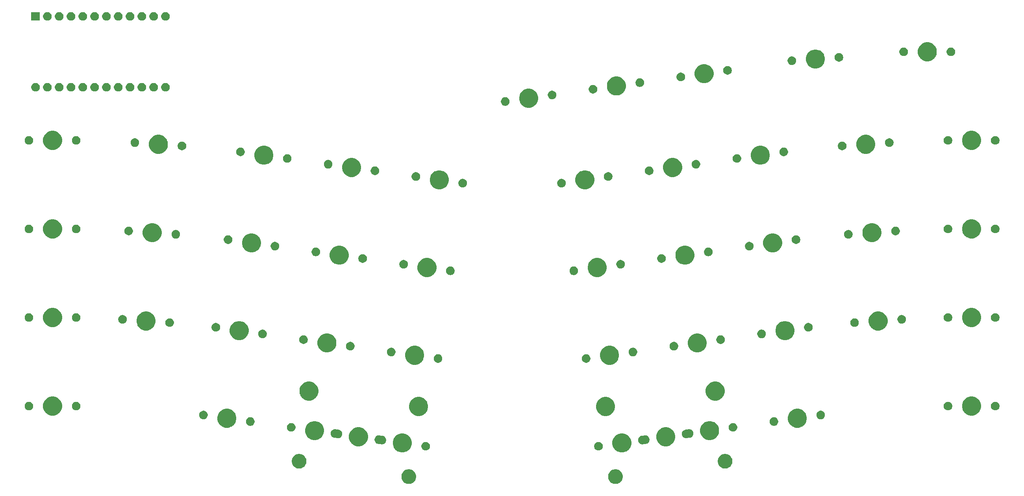
<source format=gbr>
G04 #@! TF.GenerationSoftware,KiCad,Pcbnew,(5.1.4)-1*
G04 #@! TF.CreationDate,2021-09-17T03:57:41-10:00*
G04 #@! TF.ProjectId,oya38split,6f796133-3873-4706-9c69-742e6b696361,rev?*
G04 #@! TF.SameCoordinates,Original*
G04 #@! TF.FileFunction,Soldermask,Bot*
G04 #@! TF.FilePolarity,Negative*
%FSLAX46Y46*%
G04 Gerber Fmt 4.6, Leading zero omitted, Abs format (unit mm)*
G04 Created by KiCad (PCBNEW (5.1.4)-1) date 2021-09-17 03:57:41*
%MOMM*%
%LPD*%
G04 APERTURE LIST*
%ADD10C,0.100000*%
G04 APERTURE END LIST*
D10*
G36*
X178654474Y-127963362D02*
G01*
X178773200Y-128012540D01*
X178941104Y-128082088D01*
X178941105Y-128082089D01*
X179199067Y-128254453D01*
X179418446Y-128473832D01*
X179533616Y-128646197D01*
X179590811Y-128731795D01*
X179709537Y-129018426D01*
X179770063Y-129322711D01*
X179770063Y-129632961D01*
X179709537Y-129937246D01*
X179590811Y-130223877D01*
X179590810Y-130223878D01*
X179418446Y-130481840D01*
X179199067Y-130701219D01*
X179026702Y-130816389D01*
X178941104Y-130873584D01*
X178773200Y-130943132D01*
X178654474Y-130992310D01*
X178350188Y-131052836D01*
X178039938Y-131052836D01*
X177735652Y-130992310D01*
X177616926Y-130943132D01*
X177449022Y-130873584D01*
X177363424Y-130816389D01*
X177191059Y-130701219D01*
X176971680Y-130481840D01*
X176799316Y-130223878D01*
X176799315Y-130223877D01*
X176680589Y-129937246D01*
X176620063Y-129632961D01*
X176620063Y-129322711D01*
X176680589Y-129018426D01*
X176799315Y-128731795D01*
X176856510Y-128646197D01*
X176971680Y-128473832D01*
X177191059Y-128254453D01*
X177449021Y-128082089D01*
X177449022Y-128082088D01*
X177616926Y-128012540D01*
X177735652Y-127963362D01*
X178039938Y-127902836D01*
X178350188Y-127902836D01*
X178654474Y-127963362D01*
X178654474Y-127963362D01*
G37*
G36*
X134208098Y-127963362D02*
G01*
X134326824Y-128012540D01*
X134494728Y-128082088D01*
X134494729Y-128082089D01*
X134752691Y-128254453D01*
X134972070Y-128473832D01*
X135087240Y-128646197D01*
X135144435Y-128731795D01*
X135263161Y-129018426D01*
X135323687Y-129322711D01*
X135323687Y-129632961D01*
X135263161Y-129937246D01*
X135144435Y-130223877D01*
X135144434Y-130223878D01*
X134972070Y-130481840D01*
X134752691Y-130701219D01*
X134580326Y-130816389D01*
X134494728Y-130873584D01*
X134326824Y-130943132D01*
X134208098Y-130992310D01*
X133903812Y-131052836D01*
X133593562Y-131052836D01*
X133289276Y-130992310D01*
X133170550Y-130943132D01*
X133002646Y-130873584D01*
X132917048Y-130816389D01*
X132744683Y-130701219D01*
X132525304Y-130481840D01*
X132352940Y-130223878D01*
X132352939Y-130223877D01*
X132234213Y-129937246D01*
X132173687Y-129632961D01*
X132173687Y-129322711D01*
X132234213Y-129018426D01*
X132352939Y-128731795D01*
X132410134Y-128646197D01*
X132525304Y-128473832D01*
X132744683Y-128254453D01*
X133002645Y-128082089D01*
X133002646Y-128082088D01*
X133170550Y-128012540D01*
X133289276Y-127963362D01*
X133593562Y-127902836D01*
X133903812Y-127902836D01*
X134208098Y-127963362D01*
X134208098Y-127963362D01*
G37*
G36*
X110627340Y-124649303D02*
G01*
X110746066Y-124698481D01*
X110913970Y-124768029D01*
X110913971Y-124768030D01*
X111171933Y-124940394D01*
X111391312Y-125159773D01*
X111506482Y-125332138D01*
X111563677Y-125417736D01*
X111682403Y-125704367D01*
X111742929Y-126008652D01*
X111742929Y-126318902D01*
X111682403Y-126623187D01*
X111563677Y-126909818D01*
X111563676Y-126909819D01*
X111391312Y-127167781D01*
X111171933Y-127387160D01*
X110999568Y-127502330D01*
X110913970Y-127559525D01*
X110746066Y-127629073D01*
X110627340Y-127678251D01*
X110323054Y-127738777D01*
X110012804Y-127738777D01*
X109708518Y-127678251D01*
X109589792Y-127629073D01*
X109421888Y-127559525D01*
X109336290Y-127502330D01*
X109163925Y-127387160D01*
X108944546Y-127167781D01*
X108772182Y-126909819D01*
X108772181Y-126909818D01*
X108653455Y-126623187D01*
X108592929Y-126318902D01*
X108592929Y-126008652D01*
X108653455Y-125704367D01*
X108772181Y-125417736D01*
X108829376Y-125332138D01*
X108944546Y-125159773D01*
X109163925Y-124940394D01*
X109421887Y-124768030D01*
X109421888Y-124768029D01*
X109589792Y-124698481D01*
X109708518Y-124649303D01*
X110012804Y-124588777D01*
X110323054Y-124588777D01*
X110627340Y-124649303D01*
X110627340Y-124649303D01*
G37*
G36*
X202235232Y-124649303D02*
G01*
X202353958Y-124698481D01*
X202521862Y-124768029D01*
X202521863Y-124768030D01*
X202779825Y-124940394D01*
X202999204Y-125159773D01*
X203114374Y-125332138D01*
X203171569Y-125417736D01*
X203290295Y-125704367D01*
X203350821Y-126008652D01*
X203350821Y-126318902D01*
X203290295Y-126623187D01*
X203171569Y-126909818D01*
X203171568Y-126909819D01*
X202999204Y-127167781D01*
X202779825Y-127387160D01*
X202607460Y-127502330D01*
X202521862Y-127559525D01*
X202353958Y-127629073D01*
X202235232Y-127678251D01*
X201930946Y-127738777D01*
X201620696Y-127738777D01*
X201316410Y-127678251D01*
X201197684Y-127629073D01*
X201029780Y-127559525D01*
X200944182Y-127502330D01*
X200771817Y-127387160D01*
X200552438Y-127167781D01*
X200380074Y-126909819D01*
X200380073Y-126909818D01*
X200261347Y-126623187D01*
X200200821Y-126318902D01*
X200200821Y-126008652D01*
X200261347Y-125704367D01*
X200380073Y-125417736D01*
X200437268Y-125332138D01*
X200552438Y-125159773D01*
X200771817Y-124940394D01*
X201029779Y-124768030D01*
X201029780Y-124768029D01*
X201197684Y-124698481D01*
X201316410Y-124649303D01*
X201620696Y-124588777D01*
X201930946Y-124588777D01*
X202235232Y-124649303D01*
X202235232Y-124649303D01*
G37*
G36*
X132959209Y-120263092D02*
G01*
X133177209Y-120353391D01*
X133331358Y-120417241D01*
X133666283Y-120641031D01*
X133951112Y-120925860D01*
X134174902Y-121260785D01*
X134174902Y-121260786D01*
X134329051Y-121632934D01*
X134407635Y-122028002D01*
X134407635Y-122430814D01*
X134329051Y-122825882D01*
X134245492Y-123027610D01*
X134174902Y-123198031D01*
X133951112Y-123532956D01*
X133666283Y-123817785D01*
X133331358Y-124041575D01*
X133177209Y-124105425D01*
X132959209Y-124195724D01*
X132564141Y-124274308D01*
X132161329Y-124274308D01*
X131766261Y-124195724D01*
X131548261Y-124105425D01*
X131394112Y-124041575D01*
X131059187Y-123817785D01*
X130774358Y-123532956D01*
X130550568Y-123198031D01*
X130479978Y-123027610D01*
X130396419Y-122825882D01*
X130317835Y-122430814D01*
X130317835Y-122028002D01*
X130396419Y-121632934D01*
X130550568Y-121260786D01*
X130550568Y-121260785D01*
X130774358Y-120925860D01*
X131059187Y-120641031D01*
X131394112Y-120417241D01*
X131548261Y-120353391D01*
X131766261Y-120263092D01*
X132161329Y-120184508D01*
X132564141Y-120184508D01*
X132959209Y-120263092D01*
X132959209Y-120263092D01*
G37*
G36*
X180177489Y-120263092D02*
G01*
X180395489Y-120353391D01*
X180549638Y-120417241D01*
X180884563Y-120641031D01*
X181169392Y-120925860D01*
X181393182Y-121260785D01*
X181393182Y-121260786D01*
X181547331Y-121632934D01*
X181625915Y-122028002D01*
X181625915Y-122430814D01*
X181547331Y-122825882D01*
X181463772Y-123027610D01*
X181393182Y-123198031D01*
X181169392Y-123532956D01*
X180884563Y-123817785D01*
X180549638Y-124041575D01*
X180395489Y-124105425D01*
X180177489Y-124195724D01*
X179782421Y-124274308D01*
X179379609Y-124274308D01*
X178984541Y-124195724D01*
X178766541Y-124105425D01*
X178612392Y-124041575D01*
X178277467Y-123817785D01*
X177992638Y-123532956D01*
X177768848Y-123198031D01*
X177698258Y-123027610D01*
X177614699Y-122825882D01*
X177536115Y-122430814D01*
X177536115Y-122028002D01*
X177614699Y-121632934D01*
X177768848Y-121260786D01*
X177768848Y-121260785D01*
X177992638Y-120925860D01*
X178277467Y-120641031D01*
X178612392Y-120417241D01*
X178766541Y-120353391D01*
X178984541Y-120263092D01*
X179379609Y-120184508D01*
X179782421Y-120184508D01*
X180177489Y-120263092D01*
X180177489Y-120263092D01*
G37*
G36*
X137663401Y-122045992D02*
G01*
X137831923Y-122115796D01*
X137983588Y-122217135D01*
X138112569Y-122346116D01*
X138213908Y-122497781D01*
X138283712Y-122666303D01*
X138319297Y-122845204D01*
X138319297Y-123027610D01*
X138283712Y-123206511D01*
X138213908Y-123375033D01*
X138112569Y-123526698D01*
X137983588Y-123655679D01*
X137831923Y-123757018D01*
X137663401Y-123826822D01*
X137484500Y-123862407D01*
X137302094Y-123862407D01*
X137123193Y-123826822D01*
X136954671Y-123757018D01*
X136803006Y-123655679D01*
X136674025Y-123526698D01*
X136572686Y-123375033D01*
X136502882Y-123206511D01*
X136467297Y-123027610D01*
X136467297Y-122845204D01*
X136502882Y-122666303D01*
X136572686Y-122497781D01*
X136674025Y-122346116D01*
X136803006Y-122217135D01*
X136954671Y-122115796D01*
X137123193Y-122045992D01*
X137302094Y-122010407D01*
X137484500Y-122010407D01*
X137663401Y-122045992D01*
X137663401Y-122045992D01*
G37*
G36*
X174820557Y-122045992D02*
G01*
X174989079Y-122115796D01*
X175140744Y-122217135D01*
X175269725Y-122346116D01*
X175371064Y-122497781D01*
X175440868Y-122666303D01*
X175476453Y-122845204D01*
X175476453Y-123027610D01*
X175440868Y-123206511D01*
X175371064Y-123375033D01*
X175269725Y-123526698D01*
X175140744Y-123655679D01*
X174989079Y-123757018D01*
X174820557Y-123826822D01*
X174641656Y-123862407D01*
X174459250Y-123862407D01*
X174280349Y-123826822D01*
X174111827Y-123757018D01*
X173960162Y-123655679D01*
X173831181Y-123526698D01*
X173729842Y-123375033D01*
X173660038Y-123206511D01*
X173624453Y-123027610D01*
X173624453Y-122845204D01*
X173660038Y-122666303D01*
X173729842Y-122497781D01*
X173831181Y-122346116D01*
X173960162Y-122217135D01*
X174111827Y-122115796D01*
X174280349Y-122045992D01*
X174459250Y-122010407D01*
X174641656Y-122010407D01*
X174820557Y-122045992D01*
X174820557Y-122045992D01*
G37*
G36*
X189609792Y-118937468D02*
G01*
X189827792Y-119027767D01*
X189981941Y-119091617D01*
X190316866Y-119315407D01*
X190601695Y-119600236D01*
X190825485Y-119935161D01*
X190825485Y-119935162D01*
X190979634Y-120307310D01*
X191058218Y-120702378D01*
X191058218Y-121105190D01*
X190979634Y-121500258D01*
X190896075Y-121701986D01*
X190825485Y-121872407D01*
X190601695Y-122207332D01*
X190316866Y-122492161D01*
X189981941Y-122715951D01*
X189827792Y-122779801D01*
X189609792Y-122870100D01*
X189214724Y-122948684D01*
X188811912Y-122948684D01*
X188416844Y-122870100D01*
X188198844Y-122779801D01*
X188044695Y-122715951D01*
X187709770Y-122492161D01*
X187424941Y-122207332D01*
X187201151Y-121872407D01*
X187130561Y-121701986D01*
X187047002Y-121500258D01*
X186968418Y-121105190D01*
X186968418Y-120702378D01*
X187047002Y-120307310D01*
X187201151Y-119935162D01*
X187201151Y-119935161D01*
X187424941Y-119600236D01*
X187709770Y-119315407D01*
X188044695Y-119091617D01*
X188198844Y-119027767D01*
X188416844Y-118937468D01*
X188811912Y-118858884D01*
X189214724Y-118858884D01*
X189609792Y-118937468D01*
X189609792Y-118937468D01*
G37*
G36*
X123526906Y-118937468D02*
G01*
X123744906Y-119027767D01*
X123899055Y-119091617D01*
X124233980Y-119315407D01*
X124518809Y-119600236D01*
X124742599Y-119935161D01*
X124742599Y-119935162D01*
X124896748Y-120307310D01*
X124975332Y-120702378D01*
X124975332Y-121105190D01*
X124896748Y-121500258D01*
X124813189Y-121701986D01*
X124742599Y-121872407D01*
X124518809Y-122207332D01*
X124233980Y-122492161D01*
X123899055Y-122715951D01*
X123744906Y-122779801D01*
X123526906Y-122870100D01*
X123131838Y-122948684D01*
X122729026Y-122948684D01*
X122333958Y-122870100D01*
X122115958Y-122779801D01*
X121961809Y-122715951D01*
X121626884Y-122492161D01*
X121342055Y-122207332D01*
X121118265Y-121872407D01*
X121047675Y-121701986D01*
X120964116Y-121500258D01*
X120885532Y-121105190D01*
X120885532Y-120702378D01*
X120964116Y-120307310D01*
X121118265Y-119935162D01*
X121118265Y-119935161D01*
X121342055Y-119600236D01*
X121626884Y-119315407D01*
X121961809Y-119091617D01*
X122115958Y-119027767D01*
X122333958Y-118937468D01*
X122729026Y-118858884D01*
X123131838Y-118858884D01*
X123526906Y-118937468D01*
X123526906Y-118937468D01*
G37*
G36*
X184881681Y-120631994D02*
G01*
X185050203Y-120701798D01*
X185201868Y-120803137D01*
X185330849Y-120932118D01*
X185432188Y-121083783D01*
X185501992Y-121252305D01*
X185537577Y-121431206D01*
X185537577Y-121613612D01*
X185501992Y-121792513D01*
X185432188Y-121961035D01*
X185330849Y-122112700D01*
X185201868Y-122241681D01*
X185050203Y-122343020D01*
X184881681Y-122412824D01*
X184702780Y-122448409D01*
X184520374Y-122448409D01*
X184462926Y-122436982D01*
X184438549Y-122434581D01*
X184414163Y-122436983D01*
X184390727Y-122444092D01*
X184252860Y-122501198D01*
X184073959Y-122536783D01*
X183891553Y-122536783D01*
X183712652Y-122501198D01*
X183544130Y-122431394D01*
X183392465Y-122330055D01*
X183263484Y-122201074D01*
X183162145Y-122049409D01*
X183092341Y-121880887D01*
X183056756Y-121701986D01*
X183056756Y-121519580D01*
X183092341Y-121340679D01*
X183162145Y-121172157D01*
X183263484Y-121020492D01*
X183392465Y-120891511D01*
X183544130Y-120790172D01*
X183712652Y-120720368D01*
X183891553Y-120684783D01*
X184073959Y-120684783D01*
X184131407Y-120696210D01*
X184155784Y-120698611D01*
X184180170Y-120696209D01*
X184203606Y-120689100D01*
X184341473Y-120631994D01*
X184520374Y-120596409D01*
X184702780Y-120596409D01*
X184881681Y-120631994D01*
X184881681Y-120631994D01*
G37*
G36*
X127602277Y-120631994D02*
G01*
X127740144Y-120689100D01*
X127763579Y-120696209D01*
X127787965Y-120698611D01*
X127812343Y-120696210D01*
X127869791Y-120684783D01*
X128052197Y-120684783D01*
X128231098Y-120720368D01*
X128399620Y-120790172D01*
X128551285Y-120891511D01*
X128680266Y-121020492D01*
X128781605Y-121172157D01*
X128851409Y-121340679D01*
X128886994Y-121519580D01*
X128886994Y-121701986D01*
X128851409Y-121880887D01*
X128781605Y-122049409D01*
X128680266Y-122201074D01*
X128551285Y-122330055D01*
X128399620Y-122431394D01*
X128231098Y-122501198D01*
X128052197Y-122536783D01*
X127869791Y-122536783D01*
X127690890Y-122501198D01*
X127553023Y-122444092D01*
X127529588Y-122436983D01*
X127505202Y-122434581D01*
X127480824Y-122436982D01*
X127423376Y-122448409D01*
X127240970Y-122448409D01*
X127062069Y-122412824D01*
X126893547Y-122343020D01*
X126741882Y-122241681D01*
X126612901Y-122112700D01*
X126511562Y-121961035D01*
X126441758Y-121792513D01*
X126406173Y-121613612D01*
X126406173Y-121431206D01*
X126441758Y-121252305D01*
X126511562Y-121083783D01*
X126612901Y-120932118D01*
X126741882Y-120803137D01*
X126893547Y-120701798D01*
X127062069Y-120631994D01*
X127240970Y-120596409D01*
X127423376Y-120596409D01*
X127602277Y-120631994D01*
X127602277Y-120631994D01*
G37*
G36*
X199042095Y-117611844D02*
G01*
X199260095Y-117702143D01*
X199414244Y-117765993D01*
X199749169Y-117989783D01*
X200033998Y-118274612D01*
X200257788Y-118609537D01*
X200257788Y-118609538D01*
X200411937Y-118981686D01*
X200490521Y-119376754D01*
X200490521Y-119779566D01*
X200411937Y-120174634D01*
X200328378Y-120376362D01*
X200257788Y-120546783D01*
X200033998Y-120881708D01*
X199749169Y-121166537D01*
X199414244Y-121390327D01*
X199315553Y-121431206D01*
X199042095Y-121544476D01*
X198647027Y-121623060D01*
X198244215Y-121623060D01*
X197849147Y-121544476D01*
X197575689Y-121431206D01*
X197476998Y-121390327D01*
X197142073Y-121166537D01*
X196857244Y-120881708D01*
X196633454Y-120546783D01*
X196562864Y-120376362D01*
X196479305Y-120174634D01*
X196400721Y-119779566D01*
X196400721Y-119376754D01*
X196479305Y-118981686D01*
X196633454Y-118609538D01*
X196633454Y-118609537D01*
X196857244Y-118274612D01*
X197142073Y-117989783D01*
X197476998Y-117765993D01*
X197631147Y-117702143D01*
X197849147Y-117611844D01*
X198244215Y-117533260D01*
X198647027Y-117533260D01*
X199042095Y-117611844D01*
X199042095Y-117611844D01*
G37*
G36*
X114094603Y-117611844D02*
G01*
X114312603Y-117702143D01*
X114466752Y-117765993D01*
X114801677Y-117989783D01*
X115086506Y-118274612D01*
X115310296Y-118609537D01*
X115310296Y-118609538D01*
X115464445Y-118981686D01*
X115543029Y-119376754D01*
X115543029Y-119779566D01*
X115464445Y-120174634D01*
X115380886Y-120376362D01*
X115310296Y-120546783D01*
X115086506Y-120881708D01*
X114801677Y-121166537D01*
X114466752Y-121390327D01*
X114368061Y-121431206D01*
X114094603Y-121544476D01*
X113699535Y-121623060D01*
X113296723Y-121623060D01*
X112901655Y-121544476D01*
X112628197Y-121431206D01*
X112529506Y-121390327D01*
X112194581Y-121166537D01*
X111909752Y-120881708D01*
X111685962Y-120546783D01*
X111615372Y-120376362D01*
X111531813Y-120174634D01*
X111453229Y-119779566D01*
X111453229Y-119376754D01*
X111531813Y-118981686D01*
X111685962Y-118609538D01*
X111685962Y-118609537D01*
X111909752Y-118274612D01*
X112194581Y-117989783D01*
X112529506Y-117765993D01*
X112683655Y-117702143D01*
X112901655Y-117611844D01*
X113296723Y-117533260D01*
X113699535Y-117533260D01*
X114094603Y-117611844D01*
X114094603Y-117611844D01*
G37*
G36*
X194313984Y-119306370D02*
G01*
X194482506Y-119376174D01*
X194634171Y-119477513D01*
X194763152Y-119606494D01*
X194864491Y-119758159D01*
X194934295Y-119926681D01*
X194969880Y-120105582D01*
X194969880Y-120287988D01*
X194934295Y-120466889D01*
X194864491Y-120635411D01*
X194763152Y-120787076D01*
X194634171Y-120916057D01*
X194482506Y-121017396D01*
X194313984Y-121087200D01*
X194135083Y-121122785D01*
X193952677Y-121122785D01*
X193895229Y-121111358D01*
X193870852Y-121108957D01*
X193846466Y-121111359D01*
X193823030Y-121118468D01*
X193685163Y-121175574D01*
X193506262Y-121211159D01*
X193323856Y-121211159D01*
X193144955Y-121175574D01*
X192976433Y-121105770D01*
X192824768Y-121004431D01*
X192695787Y-120875450D01*
X192594448Y-120723785D01*
X192524644Y-120555263D01*
X192489059Y-120376362D01*
X192489059Y-120193956D01*
X192524644Y-120015055D01*
X192594448Y-119846533D01*
X192695787Y-119694868D01*
X192824768Y-119565887D01*
X192976433Y-119464548D01*
X193144955Y-119394744D01*
X193323856Y-119359159D01*
X193506262Y-119359159D01*
X193563710Y-119370586D01*
X193588087Y-119372987D01*
X193612473Y-119370585D01*
X193635909Y-119363476D01*
X193773776Y-119306370D01*
X193952677Y-119270785D01*
X194135083Y-119270785D01*
X194313984Y-119306370D01*
X194313984Y-119306370D01*
G37*
G36*
X118169974Y-119306370D02*
G01*
X118307841Y-119363476D01*
X118331276Y-119370585D01*
X118355662Y-119372987D01*
X118380040Y-119370586D01*
X118437488Y-119359159D01*
X118619894Y-119359159D01*
X118798795Y-119394744D01*
X118967317Y-119464548D01*
X119118982Y-119565887D01*
X119247963Y-119694868D01*
X119349302Y-119846533D01*
X119419106Y-120015055D01*
X119454691Y-120193956D01*
X119454691Y-120376362D01*
X119419106Y-120555263D01*
X119349302Y-120723785D01*
X119247963Y-120875450D01*
X119118982Y-121004431D01*
X118967317Y-121105770D01*
X118798795Y-121175574D01*
X118619894Y-121211159D01*
X118437488Y-121211159D01*
X118258587Y-121175574D01*
X118120720Y-121118468D01*
X118097285Y-121111359D01*
X118072899Y-121108957D01*
X118048521Y-121111358D01*
X117991073Y-121122785D01*
X117808667Y-121122785D01*
X117629766Y-121087200D01*
X117461244Y-121017396D01*
X117309579Y-120916057D01*
X117180598Y-120787076D01*
X117079259Y-120635411D01*
X117009455Y-120466889D01*
X116973870Y-120287988D01*
X116973870Y-120105582D01*
X117009455Y-119926681D01*
X117079259Y-119758159D01*
X117180598Y-119606494D01*
X117309579Y-119477513D01*
X117461244Y-119376174D01*
X117629766Y-119306370D01*
X117808667Y-119270785D01*
X117991073Y-119270785D01*
X118169974Y-119306370D01*
X118169974Y-119306370D01*
G37*
G36*
X108737671Y-117980746D02*
G01*
X108906193Y-118050550D01*
X109057858Y-118151889D01*
X109186839Y-118280870D01*
X109288178Y-118432535D01*
X109357982Y-118601057D01*
X109393567Y-118779958D01*
X109393567Y-118962364D01*
X109357982Y-119141265D01*
X109288178Y-119309787D01*
X109186839Y-119461452D01*
X109057858Y-119590433D01*
X108906193Y-119691772D01*
X108737671Y-119761576D01*
X108558770Y-119797161D01*
X108376364Y-119797161D01*
X108197463Y-119761576D01*
X108028941Y-119691772D01*
X107877276Y-119590433D01*
X107748295Y-119461452D01*
X107646956Y-119309787D01*
X107577152Y-119141265D01*
X107541567Y-118962364D01*
X107541567Y-118779958D01*
X107577152Y-118601057D01*
X107646956Y-118432535D01*
X107748295Y-118280870D01*
X107877276Y-118151889D01*
X108028941Y-118050550D01*
X108197463Y-117980746D01*
X108376364Y-117945161D01*
X108558770Y-117945161D01*
X108737671Y-117980746D01*
X108737671Y-117980746D01*
G37*
G36*
X203746287Y-117980746D02*
G01*
X203914809Y-118050550D01*
X204066474Y-118151889D01*
X204195455Y-118280870D01*
X204296794Y-118432535D01*
X204366598Y-118601057D01*
X204402183Y-118779958D01*
X204402183Y-118962364D01*
X204366598Y-119141265D01*
X204296794Y-119309787D01*
X204195455Y-119461452D01*
X204066474Y-119590433D01*
X203914809Y-119691772D01*
X203746287Y-119761576D01*
X203567386Y-119797161D01*
X203384980Y-119797161D01*
X203206079Y-119761576D01*
X203037557Y-119691772D01*
X202885892Y-119590433D01*
X202756911Y-119461452D01*
X202655572Y-119309787D01*
X202585768Y-119141265D01*
X202550183Y-118962364D01*
X202550183Y-118779958D01*
X202585768Y-118601057D01*
X202655572Y-118432535D01*
X202756911Y-118280870D01*
X202885892Y-118151889D01*
X203037557Y-118050550D01*
X203206079Y-117980746D01*
X203384980Y-117945161D01*
X203567386Y-117945161D01*
X203746287Y-117980746D01*
X203746287Y-117980746D01*
G37*
G36*
X217906702Y-114960597D02*
G01*
X218124702Y-115050896D01*
X218278851Y-115114746D01*
X218613776Y-115338536D01*
X218898605Y-115623365D01*
X219122395Y-115958290D01*
X219122395Y-115958291D01*
X219276544Y-116330439D01*
X219355128Y-116725507D01*
X219355128Y-117128319D01*
X219276544Y-117523387D01*
X219239904Y-117611844D01*
X219122395Y-117895536D01*
X218898605Y-118230461D01*
X218613776Y-118515290D01*
X218278851Y-118739080D01*
X218180162Y-118779958D01*
X217906702Y-118893229D01*
X217511634Y-118971813D01*
X217108822Y-118971813D01*
X216713754Y-118893229D01*
X216440294Y-118779958D01*
X216341605Y-118739080D01*
X216006680Y-118515290D01*
X215721851Y-118230461D01*
X215498061Y-117895536D01*
X215380552Y-117611844D01*
X215343912Y-117523387D01*
X215265328Y-117128319D01*
X215265328Y-116725507D01*
X215343912Y-116330439D01*
X215498061Y-115958291D01*
X215498061Y-115958290D01*
X215721851Y-115623365D01*
X216006680Y-115338536D01*
X216341605Y-115114746D01*
X216495754Y-115050896D01*
X216713754Y-114960597D01*
X217108822Y-114882013D01*
X217511634Y-114882013D01*
X217906702Y-114960597D01*
X217906702Y-114960597D01*
G37*
G36*
X95229996Y-114960597D02*
G01*
X95447996Y-115050896D01*
X95602145Y-115114746D01*
X95937070Y-115338536D01*
X96221899Y-115623365D01*
X96445689Y-115958290D01*
X96445689Y-115958291D01*
X96599838Y-116330439D01*
X96678422Y-116725507D01*
X96678422Y-117128319D01*
X96599838Y-117523387D01*
X96563198Y-117611844D01*
X96445689Y-117895536D01*
X96221899Y-118230461D01*
X95937070Y-118515290D01*
X95602145Y-118739080D01*
X95503456Y-118779958D01*
X95229996Y-118893229D01*
X94834928Y-118971813D01*
X94432116Y-118971813D01*
X94037048Y-118893229D01*
X93763588Y-118779958D01*
X93664899Y-118739080D01*
X93329974Y-118515290D01*
X93045145Y-118230461D01*
X92821355Y-117895536D01*
X92703846Y-117611844D01*
X92667206Y-117523387D01*
X92588622Y-117128319D01*
X92588622Y-116725507D01*
X92667206Y-116330439D01*
X92821355Y-115958291D01*
X92821355Y-115958290D01*
X93045145Y-115623365D01*
X93329974Y-115338536D01*
X93664899Y-115114746D01*
X93819048Y-115050896D01*
X94037048Y-114960597D01*
X94432116Y-114882013D01*
X94834928Y-114882013D01*
X95229996Y-114960597D01*
X95229996Y-114960597D01*
G37*
G36*
X212549770Y-116743497D02*
G01*
X212718292Y-116813301D01*
X212869957Y-116914640D01*
X212998938Y-117043621D01*
X213100277Y-117195286D01*
X213170081Y-117363808D01*
X213205666Y-117542709D01*
X213205666Y-117725115D01*
X213170081Y-117904016D01*
X213100277Y-118072538D01*
X212998938Y-118224203D01*
X212869957Y-118353184D01*
X212718292Y-118454523D01*
X212549770Y-118524327D01*
X212370869Y-118559912D01*
X212188463Y-118559912D01*
X212009562Y-118524327D01*
X211841040Y-118454523D01*
X211689375Y-118353184D01*
X211560394Y-118224203D01*
X211459055Y-118072538D01*
X211389251Y-117904016D01*
X211353666Y-117725115D01*
X211353666Y-117542709D01*
X211389251Y-117363808D01*
X211459055Y-117195286D01*
X211560394Y-117043621D01*
X211689375Y-116914640D01*
X211841040Y-116813301D01*
X212009562Y-116743497D01*
X212188463Y-116707912D01*
X212370869Y-116707912D01*
X212549770Y-116743497D01*
X212549770Y-116743497D01*
G37*
G36*
X99934188Y-116743497D02*
G01*
X100102710Y-116813301D01*
X100254375Y-116914640D01*
X100383356Y-117043621D01*
X100484695Y-117195286D01*
X100554499Y-117363808D01*
X100590084Y-117542709D01*
X100590084Y-117725115D01*
X100554499Y-117904016D01*
X100484695Y-118072538D01*
X100383356Y-118224203D01*
X100254375Y-118353184D01*
X100102710Y-118454523D01*
X99934188Y-118524327D01*
X99755287Y-118559912D01*
X99572881Y-118559912D01*
X99393980Y-118524327D01*
X99225458Y-118454523D01*
X99073793Y-118353184D01*
X98944812Y-118224203D01*
X98843473Y-118072538D01*
X98773669Y-117904016D01*
X98738084Y-117725115D01*
X98738084Y-117542709D01*
X98773669Y-117363808D01*
X98843473Y-117195286D01*
X98944812Y-117043621D01*
X99073793Y-116914640D01*
X99225458Y-116813301D01*
X99393980Y-116743497D01*
X99572881Y-116707912D01*
X99755287Y-116707912D01*
X99934188Y-116743497D01*
X99934188Y-116743497D01*
G37*
G36*
X222610894Y-115329499D02*
G01*
X222779416Y-115399303D01*
X222931081Y-115500642D01*
X223060062Y-115629623D01*
X223161401Y-115781288D01*
X223231205Y-115949810D01*
X223266790Y-116128711D01*
X223266790Y-116311117D01*
X223231205Y-116490018D01*
X223161401Y-116658540D01*
X223060062Y-116810205D01*
X222931081Y-116939186D01*
X222779416Y-117040525D01*
X222610894Y-117110329D01*
X222431993Y-117145914D01*
X222249587Y-117145914D01*
X222070686Y-117110329D01*
X221902164Y-117040525D01*
X221750499Y-116939186D01*
X221621518Y-116810205D01*
X221520179Y-116658540D01*
X221450375Y-116490018D01*
X221414790Y-116311117D01*
X221414790Y-116128711D01*
X221450375Y-115949810D01*
X221520179Y-115781288D01*
X221621518Y-115629623D01*
X221750499Y-115500642D01*
X221902164Y-115399303D01*
X222070686Y-115329499D01*
X222249587Y-115293914D01*
X222431993Y-115293914D01*
X222610894Y-115329499D01*
X222610894Y-115329499D01*
G37*
G36*
X89873064Y-115329499D02*
G01*
X90041586Y-115399303D01*
X90193251Y-115500642D01*
X90322232Y-115629623D01*
X90423571Y-115781288D01*
X90493375Y-115949810D01*
X90528960Y-116128711D01*
X90528960Y-116311117D01*
X90493375Y-116490018D01*
X90423571Y-116658540D01*
X90322232Y-116810205D01*
X90193251Y-116939186D01*
X90041586Y-117040525D01*
X89873064Y-117110329D01*
X89694163Y-117145914D01*
X89511757Y-117145914D01*
X89332856Y-117110329D01*
X89164334Y-117040525D01*
X89012669Y-116939186D01*
X88883688Y-116810205D01*
X88782349Y-116658540D01*
X88712545Y-116490018D01*
X88676960Y-116311117D01*
X88676960Y-116128711D01*
X88712545Y-115949810D01*
X88782349Y-115781288D01*
X88883688Y-115629623D01*
X89012669Y-115500642D01*
X89164334Y-115399303D01*
X89332856Y-115329499D01*
X89511757Y-115293914D01*
X89694163Y-115293914D01*
X89873064Y-115329499D01*
X89873064Y-115329499D01*
G37*
G36*
X136466159Y-112419835D02*
G01*
X136630320Y-112487833D01*
X136838308Y-112573984D01*
X137173233Y-112797774D01*
X137458062Y-113082603D01*
X137681852Y-113417528D01*
X137745702Y-113571677D01*
X137836001Y-113789677D01*
X137914585Y-114184745D01*
X137914585Y-114587557D01*
X137836001Y-114982625D01*
X137778845Y-115120611D01*
X137681852Y-115354774D01*
X137458062Y-115689699D01*
X137173233Y-115974528D01*
X136838308Y-116198318D01*
X136684159Y-116262168D01*
X136466159Y-116352467D01*
X136071091Y-116431051D01*
X135668279Y-116431051D01*
X135273211Y-116352467D01*
X135055211Y-116262168D01*
X134901062Y-116198318D01*
X134566137Y-115974528D01*
X134281308Y-115689699D01*
X134057518Y-115354774D01*
X133960525Y-115120611D01*
X133903369Y-114982625D01*
X133824785Y-114587557D01*
X133824785Y-114184745D01*
X133903369Y-113789677D01*
X133993668Y-113571677D01*
X134057518Y-113417528D01*
X134281308Y-113082603D01*
X134566137Y-112797774D01*
X134901062Y-112573984D01*
X135109050Y-112487833D01*
X135273211Y-112419835D01*
X135668279Y-112341251D01*
X136071091Y-112341251D01*
X136466159Y-112419835D01*
X136466159Y-112419835D01*
G37*
G36*
X176670539Y-112419835D02*
G01*
X176834700Y-112487833D01*
X177042688Y-112573984D01*
X177377613Y-112797774D01*
X177662442Y-113082603D01*
X177886232Y-113417528D01*
X177950082Y-113571677D01*
X178040381Y-113789677D01*
X178118965Y-114184745D01*
X178118965Y-114587557D01*
X178040381Y-114982625D01*
X177983225Y-115120611D01*
X177886232Y-115354774D01*
X177662442Y-115689699D01*
X177377613Y-115974528D01*
X177042688Y-116198318D01*
X176888539Y-116262168D01*
X176670539Y-116352467D01*
X176275471Y-116431051D01*
X175872659Y-116431051D01*
X175477591Y-116352467D01*
X175259591Y-116262168D01*
X175105442Y-116198318D01*
X174770517Y-115974528D01*
X174485688Y-115689699D01*
X174261898Y-115354774D01*
X174164905Y-115120611D01*
X174107749Y-114982625D01*
X174029165Y-114587557D01*
X174029165Y-114184745D01*
X174107749Y-113789677D01*
X174198048Y-113571677D01*
X174261898Y-113417528D01*
X174485688Y-113082603D01*
X174770517Y-112797774D01*
X175105442Y-112573984D01*
X175313430Y-112487833D01*
X175477591Y-112419835D01*
X175872659Y-112341251D01*
X176275471Y-112341251D01*
X176670539Y-112419835D01*
X176670539Y-112419835D01*
G37*
G36*
X57746474Y-112333684D02*
G01*
X57954461Y-112419835D01*
X58118623Y-112487833D01*
X58453548Y-112711623D01*
X58738377Y-112996452D01*
X58962167Y-113331377D01*
X58994562Y-113409586D01*
X59116316Y-113703526D01*
X59194900Y-114098594D01*
X59194900Y-114501406D01*
X59116316Y-114896474D01*
X59065451Y-115019272D01*
X58962167Y-115268623D01*
X58738377Y-115603548D01*
X58453548Y-115888377D01*
X58118623Y-116112167D01*
X57964474Y-116176017D01*
X57746474Y-116266316D01*
X57351406Y-116344900D01*
X56948594Y-116344900D01*
X56553526Y-116266316D01*
X56335526Y-116176017D01*
X56181377Y-116112167D01*
X55846452Y-115888377D01*
X55561623Y-115603548D01*
X55337833Y-115268623D01*
X55234549Y-115019272D01*
X55183684Y-114896474D01*
X55105100Y-114501406D01*
X55105100Y-114098594D01*
X55183684Y-113703526D01*
X55305438Y-113409586D01*
X55337833Y-113331377D01*
X55561623Y-112996452D01*
X55846452Y-112711623D01*
X56181377Y-112487833D01*
X56345539Y-112419835D01*
X56553526Y-112333684D01*
X56948594Y-112255100D01*
X57351406Y-112255100D01*
X57746474Y-112333684D01*
X57746474Y-112333684D01*
G37*
G36*
X255390224Y-112333684D02*
G01*
X255598211Y-112419835D01*
X255762373Y-112487833D01*
X256097298Y-112711623D01*
X256382127Y-112996452D01*
X256605917Y-113331377D01*
X256638312Y-113409586D01*
X256760066Y-113703526D01*
X256838650Y-114098594D01*
X256838650Y-114501406D01*
X256760066Y-114896474D01*
X256709201Y-115019272D01*
X256605917Y-115268623D01*
X256382127Y-115603548D01*
X256097298Y-115888377D01*
X255762373Y-116112167D01*
X255608224Y-116176017D01*
X255390224Y-116266316D01*
X254995156Y-116344900D01*
X254592344Y-116344900D01*
X254197276Y-116266316D01*
X253979276Y-116176017D01*
X253825127Y-116112167D01*
X253490202Y-115888377D01*
X253205373Y-115603548D01*
X252981583Y-115268623D01*
X252878299Y-115019272D01*
X252827434Y-114896474D01*
X252748850Y-114501406D01*
X252748850Y-114098594D01*
X252827434Y-113703526D01*
X252949188Y-113409586D01*
X252981583Y-113331377D01*
X253205373Y-112996452D01*
X253490202Y-112711623D01*
X253825127Y-112487833D01*
X253989289Y-112419835D01*
X254197276Y-112333684D01*
X254592344Y-112255100D01*
X254995156Y-112255100D01*
X255390224Y-112333684D01*
X255390224Y-112333684D01*
G37*
G36*
X249983854Y-113409585D02*
G01*
X250152376Y-113479389D01*
X250304041Y-113580728D01*
X250433022Y-113709709D01*
X250534361Y-113861374D01*
X250604165Y-114029896D01*
X250639750Y-114208797D01*
X250639750Y-114391203D01*
X250604165Y-114570104D01*
X250534361Y-114738626D01*
X250433022Y-114890291D01*
X250304041Y-115019272D01*
X250152376Y-115120611D01*
X249983854Y-115190415D01*
X249804953Y-115226000D01*
X249622547Y-115226000D01*
X249443646Y-115190415D01*
X249275124Y-115120611D01*
X249123459Y-115019272D01*
X248994478Y-114890291D01*
X248893139Y-114738626D01*
X248823335Y-114570104D01*
X248787750Y-114391203D01*
X248787750Y-114208797D01*
X248823335Y-114029896D01*
X248893139Y-113861374D01*
X248994478Y-113709709D01*
X249123459Y-113580728D01*
X249275124Y-113479389D01*
X249443646Y-113409585D01*
X249622547Y-113374000D01*
X249804953Y-113374000D01*
X249983854Y-113409585D01*
X249983854Y-113409585D01*
G37*
G36*
X260143854Y-113409585D02*
G01*
X260312376Y-113479389D01*
X260464041Y-113580728D01*
X260593022Y-113709709D01*
X260694361Y-113861374D01*
X260764165Y-114029896D01*
X260799750Y-114208797D01*
X260799750Y-114391203D01*
X260764165Y-114570104D01*
X260694361Y-114738626D01*
X260593022Y-114890291D01*
X260464041Y-115019272D01*
X260312376Y-115120611D01*
X260143854Y-115190415D01*
X259964953Y-115226000D01*
X259782547Y-115226000D01*
X259603646Y-115190415D01*
X259435124Y-115120611D01*
X259283459Y-115019272D01*
X259154478Y-114890291D01*
X259053139Y-114738626D01*
X258983335Y-114570104D01*
X258947750Y-114391203D01*
X258947750Y-114208797D01*
X258983335Y-114029896D01*
X259053139Y-113861374D01*
X259154478Y-113709709D01*
X259283459Y-113580728D01*
X259435124Y-113479389D01*
X259603646Y-113409585D01*
X259782547Y-113374000D01*
X259964953Y-113374000D01*
X260143854Y-113409585D01*
X260143854Y-113409585D01*
G37*
G36*
X52340104Y-113409585D02*
G01*
X52508626Y-113479389D01*
X52660291Y-113580728D01*
X52789272Y-113709709D01*
X52890611Y-113861374D01*
X52960415Y-114029896D01*
X52996000Y-114208797D01*
X52996000Y-114391203D01*
X52960415Y-114570104D01*
X52890611Y-114738626D01*
X52789272Y-114890291D01*
X52660291Y-115019272D01*
X52508626Y-115120611D01*
X52340104Y-115190415D01*
X52161203Y-115226000D01*
X51978797Y-115226000D01*
X51799896Y-115190415D01*
X51631374Y-115120611D01*
X51479709Y-115019272D01*
X51350728Y-114890291D01*
X51249389Y-114738626D01*
X51179585Y-114570104D01*
X51144000Y-114391203D01*
X51144000Y-114208797D01*
X51179585Y-114029896D01*
X51249389Y-113861374D01*
X51350728Y-113709709D01*
X51479709Y-113580728D01*
X51631374Y-113479389D01*
X51799896Y-113409585D01*
X51978797Y-113374000D01*
X52161203Y-113374000D01*
X52340104Y-113409585D01*
X52340104Y-113409585D01*
G37*
G36*
X62500104Y-113409585D02*
G01*
X62668626Y-113479389D01*
X62820291Y-113580728D01*
X62949272Y-113709709D01*
X63050611Y-113861374D01*
X63120415Y-114029896D01*
X63156000Y-114208797D01*
X63156000Y-114391203D01*
X63120415Y-114570104D01*
X63050611Y-114738626D01*
X62949272Y-114890291D01*
X62820291Y-115019272D01*
X62668626Y-115120611D01*
X62500104Y-115190415D01*
X62321203Y-115226000D01*
X62138797Y-115226000D01*
X61959896Y-115190415D01*
X61791374Y-115120611D01*
X61639709Y-115019272D01*
X61510728Y-114890291D01*
X61409389Y-114738626D01*
X61339585Y-114570104D01*
X61304000Y-114391203D01*
X61304000Y-114208797D01*
X61339585Y-114029896D01*
X61409389Y-113861374D01*
X61510728Y-113709709D01*
X61639709Y-113580728D01*
X61791374Y-113479389D01*
X61959896Y-113409585D01*
X62138797Y-113374000D01*
X62321203Y-113374000D01*
X62500104Y-113409585D01*
X62500104Y-113409585D01*
G37*
G36*
X112885401Y-109105775D02*
G01*
X113103401Y-109196074D01*
X113257550Y-109259924D01*
X113592475Y-109483714D01*
X113877304Y-109768543D01*
X114101094Y-110103468D01*
X114101094Y-110103469D01*
X114255243Y-110475617D01*
X114333827Y-110870685D01*
X114333827Y-111273497D01*
X114255243Y-111668565D01*
X114164944Y-111886565D01*
X114101094Y-112040714D01*
X113877304Y-112375639D01*
X113592475Y-112660468D01*
X113257550Y-112884258D01*
X113103401Y-112948108D01*
X112885401Y-113038407D01*
X112490333Y-113116991D01*
X112087521Y-113116991D01*
X111692453Y-113038407D01*
X111474453Y-112948108D01*
X111320304Y-112884258D01*
X110985379Y-112660468D01*
X110700550Y-112375639D01*
X110476760Y-112040714D01*
X110412910Y-111886565D01*
X110322611Y-111668565D01*
X110244027Y-111273497D01*
X110244027Y-110870685D01*
X110322611Y-110475617D01*
X110476760Y-110103469D01*
X110476760Y-110103468D01*
X110700550Y-109768543D01*
X110985379Y-109483714D01*
X111320304Y-109259924D01*
X111474453Y-109196074D01*
X111692453Y-109105775D01*
X112087521Y-109027191D01*
X112490333Y-109027191D01*
X112885401Y-109105775D01*
X112885401Y-109105775D01*
G37*
G36*
X200251297Y-109105775D02*
G01*
X200469297Y-109196074D01*
X200623446Y-109259924D01*
X200958371Y-109483714D01*
X201243200Y-109768543D01*
X201466990Y-110103468D01*
X201466990Y-110103469D01*
X201621139Y-110475617D01*
X201699723Y-110870685D01*
X201699723Y-111273497D01*
X201621139Y-111668565D01*
X201530840Y-111886565D01*
X201466990Y-112040714D01*
X201243200Y-112375639D01*
X200958371Y-112660468D01*
X200623446Y-112884258D01*
X200469297Y-112948108D01*
X200251297Y-113038407D01*
X199856229Y-113116991D01*
X199453417Y-113116991D01*
X199058349Y-113038407D01*
X198840349Y-112948108D01*
X198686200Y-112884258D01*
X198351275Y-112660468D01*
X198066446Y-112375639D01*
X197842656Y-112040714D01*
X197778806Y-111886565D01*
X197688507Y-111668565D01*
X197609923Y-111273497D01*
X197609923Y-110870685D01*
X197688507Y-110475617D01*
X197842656Y-110103469D01*
X197842656Y-110103468D01*
X198066446Y-109768543D01*
X198351275Y-109483714D01*
X198686200Y-109259924D01*
X198840349Y-109196074D01*
X199058349Y-109105775D01*
X199453417Y-109027191D01*
X199856229Y-109027191D01*
X200251297Y-109105775D01*
X200251297Y-109105775D01*
G37*
G36*
X135610457Y-101398485D02*
G01*
X135828457Y-101488784D01*
X135982606Y-101552634D01*
X136317531Y-101776424D01*
X136602360Y-102061253D01*
X136826150Y-102396178D01*
X136826150Y-102396179D01*
X136980299Y-102768327D01*
X137058883Y-103163395D01*
X137058883Y-103566207D01*
X136980299Y-103961275D01*
X136896740Y-104163003D01*
X136826150Y-104333424D01*
X136602360Y-104668349D01*
X136317531Y-104953178D01*
X135982606Y-105176968D01*
X135828457Y-105240818D01*
X135610457Y-105331117D01*
X135215389Y-105409701D01*
X134812577Y-105409701D01*
X134417509Y-105331117D01*
X134199509Y-105240818D01*
X134045360Y-105176968D01*
X133710435Y-104953178D01*
X133425606Y-104668349D01*
X133201816Y-104333424D01*
X133131226Y-104163003D01*
X133047667Y-103961275D01*
X132969083Y-103566207D01*
X132969083Y-103163395D01*
X133047667Y-102768327D01*
X133201816Y-102396179D01*
X133201816Y-102396178D01*
X133425606Y-102061253D01*
X133710435Y-101776424D01*
X134045360Y-101552634D01*
X134199509Y-101488784D01*
X134417509Y-101398485D01*
X134812577Y-101319901D01*
X135215389Y-101319901D01*
X135610457Y-101398485D01*
X135610457Y-101398485D01*
G37*
G36*
X177526241Y-101398485D02*
G01*
X177744241Y-101488784D01*
X177898390Y-101552634D01*
X178233315Y-101776424D01*
X178518144Y-102061253D01*
X178741934Y-102396178D01*
X178741934Y-102396179D01*
X178896083Y-102768327D01*
X178974667Y-103163395D01*
X178974667Y-103566207D01*
X178896083Y-103961275D01*
X178812524Y-104163003D01*
X178741934Y-104333424D01*
X178518144Y-104668349D01*
X178233315Y-104953178D01*
X177898390Y-105176968D01*
X177744241Y-105240818D01*
X177526241Y-105331117D01*
X177131173Y-105409701D01*
X176728361Y-105409701D01*
X176333293Y-105331117D01*
X176115293Y-105240818D01*
X175961144Y-105176968D01*
X175626219Y-104953178D01*
X175341390Y-104668349D01*
X175117600Y-104333424D01*
X175047010Y-104163003D01*
X174963451Y-103961275D01*
X174884867Y-103566207D01*
X174884867Y-103163395D01*
X174963451Y-102768327D01*
X175117600Y-102396179D01*
X175117600Y-102396178D01*
X175341390Y-102061253D01*
X175626219Y-101776424D01*
X175961144Y-101552634D01*
X176115293Y-101488784D01*
X176333293Y-101398485D01*
X176728361Y-101319901D01*
X177131173Y-101319901D01*
X177526241Y-101398485D01*
X177526241Y-101398485D01*
G37*
G36*
X172169309Y-103181385D02*
G01*
X172337831Y-103251189D01*
X172489496Y-103352528D01*
X172618477Y-103481509D01*
X172719816Y-103633174D01*
X172789620Y-103801696D01*
X172825205Y-103980597D01*
X172825205Y-104163003D01*
X172789620Y-104341904D01*
X172719816Y-104510426D01*
X172618477Y-104662091D01*
X172489496Y-104791072D01*
X172337831Y-104892411D01*
X172169309Y-104962215D01*
X171990408Y-104997800D01*
X171808002Y-104997800D01*
X171629101Y-104962215D01*
X171460579Y-104892411D01*
X171308914Y-104791072D01*
X171179933Y-104662091D01*
X171078594Y-104510426D01*
X171008790Y-104341904D01*
X170973205Y-104163003D01*
X170973205Y-103980597D01*
X171008790Y-103801696D01*
X171078594Y-103633174D01*
X171179933Y-103481509D01*
X171308914Y-103352528D01*
X171460579Y-103251189D01*
X171629101Y-103181385D01*
X171808002Y-103145800D01*
X171990408Y-103145800D01*
X172169309Y-103181385D01*
X172169309Y-103181385D01*
G37*
G36*
X140314649Y-103181385D02*
G01*
X140483171Y-103251189D01*
X140634836Y-103352528D01*
X140763817Y-103481509D01*
X140865156Y-103633174D01*
X140934960Y-103801696D01*
X140970545Y-103980597D01*
X140970545Y-104163003D01*
X140934960Y-104341904D01*
X140865156Y-104510426D01*
X140763817Y-104662091D01*
X140634836Y-104791072D01*
X140483171Y-104892411D01*
X140314649Y-104962215D01*
X140135748Y-104997800D01*
X139953342Y-104997800D01*
X139774441Y-104962215D01*
X139605919Y-104892411D01*
X139454254Y-104791072D01*
X139325273Y-104662091D01*
X139223934Y-104510426D01*
X139154130Y-104341904D01*
X139118545Y-104163003D01*
X139118545Y-103980597D01*
X139154130Y-103801696D01*
X139223934Y-103633174D01*
X139325273Y-103481509D01*
X139454254Y-103352528D01*
X139605919Y-103251189D01*
X139774441Y-103181385D01*
X139953342Y-103145800D01*
X140135748Y-103145800D01*
X140314649Y-103181385D01*
X140314649Y-103181385D01*
G37*
G36*
X182230433Y-101767387D02*
G01*
X182398955Y-101837191D01*
X182550620Y-101938530D01*
X182679601Y-102067511D01*
X182780940Y-102219176D01*
X182850744Y-102387698D01*
X182886329Y-102566599D01*
X182886329Y-102749005D01*
X182850744Y-102927906D01*
X182780940Y-103096428D01*
X182679601Y-103248093D01*
X182550620Y-103377074D01*
X182398955Y-103478413D01*
X182230433Y-103548217D01*
X182051532Y-103583802D01*
X181869126Y-103583802D01*
X181690225Y-103548217D01*
X181521703Y-103478413D01*
X181370038Y-103377074D01*
X181241057Y-103248093D01*
X181139718Y-103096428D01*
X181069914Y-102927906D01*
X181034329Y-102749005D01*
X181034329Y-102566599D01*
X181069914Y-102387698D01*
X181139718Y-102219176D01*
X181241057Y-102067511D01*
X181370038Y-101938530D01*
X181521703Y-101837191D01*
X181690225Y-101767387D01*
X181869126Y-101731802D01*
X182051532Y-101731802D01*
X182230433Y-101767387D01*
X182230433Y-101767387D01*
G37*
G36*
X130253525Y-101767387D02*
G01*
X130422047Y-101837191D01*
X130573712Y-101938530D01*
X130702693Y-102067511D01*
X130804032Y-102219176D01*
X130873836Y-102387698D01*
X130909421Y-102566599D01*
X130909421Y-102749005D01*
X130873836Y-102927906D01*
X130804032Y-103096428D01*
X130702693Y-103248093D01*
X130573712Y-103377074D01*
X130422047Y-103478413D01*
X130253525Y-103548217D01*
X130074624Y-103583802D01*
X129892218Y-103583802D01*
X129713317Y-103548217D01*
X129544795Y-103478413D01*
X129393130Y-103377074D01*
X129264149Y-103248093D01*
X129162810Y-103096428D01*
X129093006Y-102927906D01*
X129057421Y-102749005D01*
X129057421Y-102566599D01*
X129093006Y-102387698D01*
X129162810Y-102219176D01*
X129264149Y-102067511D01*
X129393130Y-101938530D01*
X129544795Y-101837191D01*
X129713317Y-101767387D01*
X129892218Y-101731802D01*
X130074624Y-101731802D01*
X130253525Y-101767387D01*
X130253525Y-101767387D01*
G37*
G36*
X116745851Y-98747238D02*
G01*
X116963851Y-98837537D01*
X117118000Y-98901387D01*
X117452925Y-99125177D01*
X117737754Y-99410006D01*
X117961544Y-99744931D01*
X117961544Y-99744932D01*
X118115693Y-100117080D01*
X118194277Y-100512148D01*
X118194277Y-100914960D01*
X118115693Y-101310028D01*
X118079053Y-101398485D01*
X117961544Y-101682177D01*
X117737754Y-102017102D01*
X117452925Y-102301931D01*
X117118000Y-102525721D01*
X117019311Y-102566599D01*
X116745851Y-102679870D01*
X116350783Y-102758454D01*
X115947971Y-102758454D01*
X115552903Y-102679870D01*
X115279443Y-102566599D01*
X115180754Y-102525721D01*
X114845829Y-102301931D01*
X114561000Y-102017102D01*
X114337210Y-101682177D01*
X114219701Y-101398485D01*
X114183061Y-101310028D01*
X114104477Y-100914960D01*
X114104477Y-100512148D01*
X114183061Y-100117080D01*
X114337210Y-99744932D01*
X114337210Y-99744931D01*
X114561000Y-99410006D01*
X114845829Y-99125177D01*
X115180754Y-98901387D01*
X115334903Y-98837537D01*
X115552903Y-98747238D01*
X115947971Y-98668654D01*
X116350783Y-98668654D01*
X116745851Y-98747238D01*
X116745851Y-98747238D01*
G37*
G36*
X196390847Y-98747238D02*
G01*
X196608847Y-98837537D01*
X196762996Y-98901387D01*
X197097921Y-99125177D01*
X197382750Y-99410006D01*
X197606540Y-99744931D01*
X197606540Y-99744932D01*
X197760689Y-100117080D01*
X197839273Y-100512148D01*
X197839273Y-100914960D01*
X197760689Y-101310028D01*
X197724049Y-101398485D01*
X197606540Y-101682177D01*
X197382750Y-102017102D01*
X197097921Y-102301931D01*
X196762996Y-102525721D01*
X196664307Y-102566599D01*
X196390847Y-102679870D01*
X195995779Y-102758454D01*
X195592967Y-102758454D01*
X195197899Y-102679870D01*
X194924439Y-102566599D01*
X194825750Y-102525721D01*
X194490825Y-102301931D01*
X194205996Y-102017102D01*
X193982206Y-101682177D01*
X193864697Y-101398485D01*
X193828057Y-101310028D01*
X193749473Y-100914960D01*
X193749473Y-100512148D01*
X193828057Y-100117080D01*
X193982206Y-99744932D01*
X193982206Y-99744931D01*
X194205996Y-99410006D01*
X194490825Y-99125177D01*
X194825750Y-98901387D01*
X194979899Y-98837537D01*
X195197899Y-98747238D01*
X195592967Y-98668654D01*
X195995779Y-98668654D01*
X196390847Y-98747238D01*
X196390847Y-98747238D01*
G37*
G36*
X191033915Y-100530138D02*
G01*
X191202437Y-100599942D01*
X191354102Y-100701281D01*
X191483083Y-100830262D01*
X191584422Y-100981927D01*
X191654226Y-101150449D01*
X191689811Y-101329350D01*
X191689811Y-101511756D01*
X191654226Y-101690657D01*
X191584422Y-101859179D01*
X191483083Y-102010844D01*
X191354102Y-102139825D01*
X191202437Y-102241164D01*
X191033915Y-102310968D01*
X190855014Y-102346553D01*
X190672608Y-102346553D01*
X190493707Y-102310968D01*
X190325185Y-102241164D01*
X190173520Y-102139825D01*
X190044539Y-102010844D01*
X189943200Y-101859179D01*
X189873396Y-101690657D01*
X189837811Y-101511756D01*
X189837811Y-101329350D01*
X189873396Y-101150449D01*
X189943200Y-100981927D01*
X190044539Y-100830262D01*
X190173520Y-100701281D01*
X190325185Y-100599942D01*
X190493707Y-100530138D01*
X190672608Y-100494553D01*
X190855014Y-100494553D01*
X191033915Y-100530138D01*
X191033915Y-100530138D01*
G37*
G36*
X121450043Y-100530138D02*
G01*
X121618565Y-100599942D01*
X121770230Y-100701281D01*
X121899211Y-100830262D01*
X122000550Y-100981927D01*
X122070354Y-101150449D01*
X122105939Y-101329350D01*
X122105939Y-101511756D01*
X122070354Y-101690657D01*
X122000550Y-101859179D01*
X121899211Y-102010844D01*
X121770230Y-102139825D01*
X121618565Y-102241164D01*
X121450043Y-102310968D01*
X121271142Y-102346553D01*
X121088736Y-102346553D01*
X120909835Y-102310968D01*
X120741313Y-102241164D01*
X120589648Y-102139825D01*
X120460667Y-102010844D01*
X120359328Y-101859179D01*
X120289524Y-101690657D01*
X120253939Y-101511756D01*
X120253939Y-101329350D01*
X120289524Y-101150449D01*
X120359328Y-100981927D01*
X120460667Y-100830262D01*
X120589648Y-100701281D01*
X120741313Y-100599942D01*
X120909835Y-100530138D01*
X121088736Y-100494553D01*
X121271142Y-100494553D01*
X121450043Y-100530138D01*
X121450043Y-100530138D01*
G37*
G36*
X201095039Y-99116140D02*
G01*
X201263561Y-99185944D01*
X201415226Y-99287283D01*
X201544207Y-99416264D01*
X201645546Y-99567929D01*
X201715350Y-99736451D01*
X201750935Y-99915352D01*
X201750935Y-100097758D01*
X201715350Y-100276659D01*
X201645546Y-100445181D01*
X201544207Y-100596846D01*
X201415226Y-100725827D01*
X201263561Y-100827166D01*
X201095039Y-100896970D01*
X200916138Y-100932555D01*
X200733732Y-100932555D01*
X200554831Y-100896970D01*
X200386309Y-100827166D01*
X200234644Y-100725827D01*
X200105663Y-100596846D01*
X200004324Y-100445181D01*
X199934520Y-100276659D01*
X199898935Y-100097758D01*
X199898935Y-99915352D01*
X199934520Y-99736451D01*
X200004324Y-99567929D01*
X200105663Y-99416264D01*
X200234644Y-99287283D01*
X200386309Y-99185944D01*
X200554831Y-99116140D01*
X200733732Y-99080555D01*
X200916138Y-99080555D01*
X201095039Y-99116140D01*
X201095039Y-99116140D01*
G37*
G36*
X111388919Y-99116140D02*
G01*
X111557441Y-99185944D01*
X111709106Y-99287283D01*
X111838087Y-99416264D01*
X111939426Y-99567929D01*
X112009230Y-99736451D01*
X112044815Y-99915352D01*
X112044815Y-100097758D01*
X112009230Y-100276659D01*
X111939426Y-100445181D01*
X111838087Y-100596846D01*
X111709106Y-100725827D01*
X111557441Y-100827166D01*
X111388919Y-100896970D01*
X111210018Y-100932555D01*
X111027612Y-100932555D01*
X110848711Y-100896970D01*
X110680189Y-100827166D01*
X110528524Y-100725827D01*
X110399543Y-100596846D01*
X110298204Y-100445181D01*
X110228400Y-100276659D01*
X110192815Y-100097758D01*
X110192815Y-99915352D01*
X110228400Y-99736451D01*
X110298204Y-99567929D01*
X110399543Y-99416264D01*
X110528524Y-99287283D01*
X110680189Y-99185944D01*
X110848711Y-99116140D01*
X111027612Y-99080555D01*
X111210018Y-99080555D01*
X111388919Y-99116140D01*
X111388919Y-99116140D01*
G37*
G36*
X215255455Y-96095990D02*
G01*
X215362706Y-96140415D01*
X215627604Y-96250139D01*
X215962529Y-96473929D01*
X216247358Y-96758758D01*
X216471148Y-97093683D01*
X216471148Y-97093684D01*
X216625297Y-97465832D01*
X216703881Y-97860900D01*
X216703881Y-98263712D01*
X216625297Y-98658780D01*
X216588656Y-98747238D01*
X216471148Y-99030929D01*
X216247358Y-99365854D01*
X215962529Y-99650683D01*
X215627604Y-99874473D01*
X215528913Y-99915352D01*
X215255455Y-100028622D01*
X214860387Y-100107206D01*
X214457575Y-100107206D01*
X214062507Y-100028622D01*
X213789049Y-99915352D01*
X213690358Y-99874473D01*
X213355433Y-99650683D01*
X213070604Y-99365854D01*
X212846814Y-99030929D01*
X212729306Y-98747238D01*
X212692665Y-98658780D01*
X212614081Y-98263712D01*
X212614081Y-97860900D01*
X212692665Y-97465832D01*
X212846814Y-97093684D01*
X212846814Y-97093683D01*
X213070604Y-96758758D01*
X213355433Y-96473929D01*
X213690358Y-96250139D01*
X213955256Y-96140415D01*
X214062507Y-96095990D01*
X214457575Y-96017406D01*
X214860387Y-96017406D01*
X215255455Y-96095990D01*
X215255455Y-96095990D01*
G37*
G36*
X97881243Y-96095990D02*
G01*
X97988494Y-96140415D01*
X98253392Y-96250139D01*
X98588317Y-96473929D01*
X98873146Y-96758758D01*
X99096936Y-97093683D01*
X99096936Y-97093684D01*
X99251085Y-97465832D01*
X99329669Y-97860900D01*
X99329669Y-98263712D01*
X99251085Y-98658780D01*
X99214444Y-98747238D01*
X99096936Y-99030929D01*
X98873146Y-99365854D01*
X98588317Y-99650683D01*
X98253392Y-99874473D01*
X98154701Y-99915352D01*
X97881243Y-100028622D01*
X97486175Y-100107206D01*
X97083363Y-100107206D01*
X96688295Y-100028622D01*
X96414837Y-99915352D01*
X96316146Y-99874473D01*
X95981221Y-99650683D01*
X95696392Y-99365854D01*
X95472602Y-99030929D01*
X95355094Y-98747238D01*
X95318453Y-98658780D01*
X95239869Y-98263712D01*
X95239869Y-97860900D01*
X95318453Y-97465832D01*
X95472602Y-97093684D01*
X95472602Y-97093683D01*
X95696392Y-96758758D01*
X95981221Y-96473929D01*
X96316146Y-96250139D01*
X96581044Y-96140415D01*
X96688295Y-96095990D01*
X97083363Y-96017406D01*
X97486175Y-96017406D01*
X97881243Y-96095990D01*
X97881243Y-96095990D01*
G37*
G36*
X102585435Y-97878890D02*
G01*
X102753957Y-97948694D01*
X102905622Y-98050033D01*
X103034603Y-98179014D01*
X103135942Y-98330679D01*
X103205746Y-98499201D01*
X103241331Y-98678102D01*
X103241331Y-98860508D01*
X103205746Y-99039409D01*
X103135942Y-99207931D01*
X103034603Y-99359596D01*
X102905622Y-99488577D01*
X102753957Y-99589916D01*
X102585435Y-99659720D01*
X102406534Y-99695305D01*
X102224128Y-99695305D01*
X102045227Y-99659720D01*
X101876705Y-99589916D01*
X101725040Y-99488577D01*
X101596059Y-99359596D01*
X101494720Y-99207931D01*
X101424916Y-99039409D01*
X101389331Y-98860508D01*
X101389331Y-98678102D01*
X101424916Y-98499201D01*
X101494720Y-98330679D01*
X101596059Y-98179014D01*
X101725040Y-98050033D01*
X101876705Y-97948694D01*
X102045227Y-97878890D01*
X102224128Y-97843305D01*
X102406534Y-97843305D01*
X102585435Y-97878890D01*
X102585435Y-97878890D01*
G37*
G36*
X209898523Y-97878890D02*
G01*
X210067045Y-97948694D01*
X210218710Y-98050033D01*
X210347691Y-98179014D01*
X210449030Y-98330679D01*
X210518834Y-98499201D01*
X210554419Y-98678102D01*
X210554419Y-98860508D01*
X210518834Y-99039409D01*
X210449030Y-99207931D01*
X210347691Y-99359596D01*
X210218710Y-99488577D01*
X210067045Y-99589916D01*
X209898523Y-99659720D01*
X209719622Y-99695305D01*
X209537216Y-99695305D01*
X209358315Y-99659720D01*
X209189793Y-99589916D01*
X209038128Y-99488577D01*
X208909147Y-99359596D01*
X208807808Y-99207931D01*
X208738004Y-99039409D01*
X208702419Y-98860508D01*
X208702419Y-98678102D01*
X208738004Y-98499201D01*
X208807808Y-98330679D01*
X208909147Y-98179014D01*
X209038128Y-98050033D01*
X209189793Y-97948694D01*
X209358315Y-97878890D01*
X209537216Y-97843305D01*
X209719622Y-97843305D01*
X209898523Y-97878890D01*
X209898523Y-97878890D01*
G37*
G36*
X92524311Y-96464892D02*
G01*
X92692833Y-96534696D01*
X92844498Y-96636035D01*
X92973479Y-96765016D01*
X93074818Y-96916681D01*
X93144622Y-97085203D01*
X93180207Y-97264104D01*
X93180207Y-97446510D01*
X93144622Y-97625411D01*
X93074818Y-97793933D01*
X92973479Y-97945598D01*
X92844498Y-98074579D01*
X92692833Y-98175918D01*
X92524311Y-98245722D01*
X92345410Y-98281307D01*
X92163004Y-98281307D01*
X91984103Y-98245722D01*
X91815581Y-98175918D01*
X91663916Y-98074579D01*
X91534935Y-97945598D01*
X91433596Y-97793933D01*
X91363792Y-97625411D01*
X91328207Y-97446510D01*
X91328207Y-97264104D01*
X91363792Y-97085203D01*
X91433596Y-96916681D01*
X91534935Y-96765016D01*
X91663916Y-96636035D01*
X91815581Y-96534696D01*
X91984103Y-96464892D01*
X92163004Y-96429307D01*
X92345410Y-96429307D01*
X92524311Y-96464892D01*
X92524311Y-96464892D01*
G37*
G36*
X219959647Y-96464892D02*
G01*
X220128169Y-96534696D01*
X220279834Y-96636035D01*
X220408815Y-96765016D01*
X220510154Y-96916681D01*
X220579958Y-97085203D01*
X220615543Y-97264104D01*
X220615543Y-97446510D01*
X220579958Y-97625411D01*
X220510154Y-97793933D01*
X220408815Y-97945598D01*
X220279834Y-98074579D01*
X220128169Y-98175918D01*
X219959647Y-98245722D01*
X219780746Y-98281307D01*
X219598340Y-98281307D01*
X219419439Y-98245722D01*
X219250917Y-98175918D01*
X219099252Y-98074579D01*
X218970271Y-97945598D01*
X218868932Y-97793933D01*
X218799128Y-97625411D01*
X218763543Y-97446510D01*
X218763543Y-97264104D01*
X218799128Y-97085203D01*
X218868932Y-96916681D01*
X218970271Y-96765016D01*
X219099252Y-96636035D01*
X219250917Y-96534696D01*
X219419439Y-96464892D01*
X219598340Y-96429307D01*
X219780746Y-96429307D01*
X219959647Y-96464892D01*
X219959647Y-96464892D01*
G37*
G36*
X235287835Y-94031029D02*
G01*
X235505835Y-94121328D01*
X235659984Y-94185178D01*
X235994909Y-94408968D01*
X236279738Y-94693797D01*
X236503528Y-95028722D01*
X236557407Y-95158797D01*
X236657677Y-95400871D01*
X236736261Y-95795939D01*
X236736261Y-96198751D01*
X236657677Y-96593819D01*
X236586765Y-96765016D01*
X236503528Y-96965968D01*
X236279738Y-97300893D01*
X235994909Y-97585722D01*
X235659984Y-97809512D01*
X235578400Y-97843305D01*
X235287835Y-97963661D01*
X234892767Y-98042245D01*
X234489955Y-98042245D01*
X234094887Y-97963661D01*
X233804322Y-97843305D01*
X233722738Y-97809512D01*
X233387813Y-97585722D01*
X233102984Y-97300893D01*
X232879194Y-96965968D01*
X232795957Y-96765016D01*
X232725045Y-96593819D01*
X232646461Y-96198751D01*
X232646461Y-95795939D01*
X232725045Y-95400871D01*
X232825315Y-95158797D01*
X232879194Y-95028722D01*
X233102984Y-94693797D01*
X233387813Y-94408968D01*
X233722738Y-94185178D01*
X233876887Y-94121328D01*
X234094887Y-94031029D01*
X234489955Y-93952445D01*
X234892767Y-93952445D01*
X235287835Y-94031029D01*
X235287835Y-94031029D01*
G37*
G36*
X77848863Y-94031029D02*
G01*
X78066863Y-94121328D01*
X78221012Y-94185178D01*
X78555937Y-94408968D01*
X78840766Y-94693797D01*
X79064556Y-95028722D01*
X79118435Y-95158797D01*
X79218705Y-95400871D01*
X79297289Y-95795939D01*
X79297289Y-96198751D01*
X79218705Y-96593819D01*
X79147793Y-96765016D01*
X79064556Y-96965968D01*
X78840766Y-97300893D01*
X78555937Y-97585722D01*
X78221012Y-97809512D01*
X78139428Y-97843305D01*
X77848863Y-97963661D01*
X77453795Y-98042245D01*
X77050983Y-98042245D01*
X76655915Y-97963661D01*
X76365350Y-97843305D01*
X76283766Y-97809512D01*
X75948841Y-97585722D01*
X75664012Y-97300893D01*
X75440222Y-96965968D01*
X75356985Y-96765016D01*
X75286073Y-96593819D01*
X75207489Y-96198751D01*
X75207489Y-95795939D01*
X75286073Y-95400871D01*
X75386343Y-95158797D01*
X75440222Y-95028722D01*
X75664012Y-94693797D01*
X75948841Y-94408968D01*
X76283766Y-94185178D01*
X76437915Y-94121328D01*
X76655915Y-94031029D01*
X77050983Y-93952445D01*
X77453795Y-93952445D01*
X77848863Y-94031029D01*
X77848863Y-94031029D01*
G37*
G36*
X57746474Y-93283684D02*
G01*
X57964474Y-93373983D01*
X58118623Y-93437833D01*
X58453548Y-93661623D01*
X58738377Y-93946452D01*
X58962167Y-94281377D01*
X58994562Y-94359586D01*
X59116316Y-94653526D01*
X59194900Y-95048594D01*
X59194900Y-95451406D01*
X59116316Y-95846474D01*
X59026017Y-96064474D01*
X58962167Y-96218623D01*
X58738377Y-96553548D01*
X58453548Y-96838377D01*
X58118623Y-97062167D01*
X57964474Y-97126017D01*
X57746474Y-97216316D01*
X57351406Y-97294900D01*
X56948594Y-97294900D01*
X56553526Y-97216316D01*
X56335526Y-97126017D01*
X56181377Y-97062167D01*
X55846452Y-96838377D01*
X55561623Y-96553548D01*
X55337833Y-96218623D01*
X55273983Y-96064474D01*
X55183684Y-95846474D01*
X55105100Y-95451406D01*
X55105100Y-95048594D01*
X55183684Y-94653526D01*
X55305438Y-94359586D01*
X55337833Y-94281377D01*
X55561623Y-93946452D01*
X55846452Y-93661623D01*
X56181377Y-93437833D01*
X56335526Y-93373983D01*
X56553526Y-93283684D01*
X56948594Y-93205100D01*
X57351406Y-93205100D01*
X57746474Y-93283684D01*
X57746474Y-93283684D01*
G37*
G36*
X255390224Y-93283684D02*
G01*
X255608224Y-93373983D01*
X255762373Y-93437833D01*
X256097298Y-93661623D01*
X256382127Y-93946452D01*
X256605917Y-94281377D01*
X256638312Y-94359586D01*
X256760066Y-94653526D01*
X256838650Y-95048594D01*
X256838650Y-95451406D01*
X256760066Y-95846474D01*
X256669767Y-96064474D01*
X256605917Y-96218623D01*
X256382127Y-96553548D01*
X256097298Y-96838377D01*
X255762373Y-97062167D01*
X255608224Y-97126017D01*
X255390224Y-97216316D01*
X254995156Y-97294900D01*
X254592344Y-97294900D01*
X254197276Y-97216316D01*
X253979276Y-97126017D01*
X253825127Y-97062167D01*
X253490202Y-96838377D01*
X253205373Y-96553548D01*
X252981583Y-96218623D01*
X252917733Y-96064474D01*
X252827434Y-95846474D01*
X252748850Y-95451406D01*
X252748850Y-95048594D01*
X252827434Y-94653526D01*
X252949188Y-94359586D01*
X252981583Y-94281377D01*
X253205373Y-93946452D01*
X253490202Y-93661623D01*
X253825127Y-93437833D01*
X253979276Y-93373983D01*
X254197276Y-93283684D01*
X254592344Y-93205100D01*
X254995156Y-93205100D01*
X255390224Y-93283684D01*
X255390224Y-93283684D01*
G37*
G36*
X82590118Y-95461293D02*
G01*
X82758640Y-95531097D01*
X82910305Y-95632436D01*
X83039286Y-95761417D01*
X83140625Y-95913082D01*
X83210429Y-96081604D01*
X83246014Y-96260505D01*
X83246014Y-96442911D01*
X83210429Y-96621812D01*
X83140625Y-96790334D01*
X83039286Y-96941999D01*
X82910305Y-97070980D01*
X82758640Y-97172319D01*
X82590118Y-97242123D01*
X82411217Y-97277708D01*
X82228811Y-97277708D01*
X82049910Y-97242123D01*
X81881388Y-97172319D01*
X81729723Y-97070980D01*
X81600742Y-96941999D01*
X81499403Y-96790334D01*
X81429599Y-96621812D01*
X81394014Y-96442911D01*
X81394014Y-96260505D01*
X81429599Y-96081604D01*
X81499403Y-95913082D01*
X81600742Y-95761417D01*
X81729723Y-95632436D01*
X81881388Y-95531097D01*
X82049910Y-95461293D01*
X82228811Y-95425708D01*
X82411217Y-95425708D01*
X82590118Y-95461293D01*
X82590118Y-95461293D01*
G37*
G36*
X229893840Y-95461293D02*
G01*
X230062362Y-95531097D01*
X230214027Y-95632436D01*
X230343008Y-95761417D01*
X230444347Y-95913082D01*
X230514151Y-96081604D01*
X230549736Y-96260505D01*
X230549736Y-96442911D01*
X230514151Y-96621812D01*
X230444347Y-96790334D01*
X230343008Y-96941999D01*
X230214027Y-97070980D01*
X230062362Y-97172319D01*
X229893840Y-97242123D01*
X229714939Y-97277708D01*
X229532533Y-97277708D01*
X229353632Y-97242123D01*
X229185110Y-97172319D01*
X229033445Y-97070980D01*
X228904464Y-96941999D01*
X228803125Y-96790334D01*
X228733321Y-96621812D01*
X228697736Y-96442911D01*
X228697736Y-96260505D01*
X228733321Y-96081604D01*
X228803125Y-95913082D01*
X228904464Y-95761417D01*
X229033445Y-95632436D01*
X229185110Y-95531097D01*
X229353632Y-95461293D01*
X229532533Y-95425708D01*
X229714939Y-95425708D01*
X229893840Y-95461293D01*
X229893840Y-95461293D01*
G37*
G36*
X240029090Y-94752567D02*
G01*
X240197612Y-94822371D01*
X240349277Y-94923710D01*
X240478258Y-95052691D01*
X240579597Y-95204356D01*
X240649401Y-95372878D01*
X240684986Y-95551779D01*
X240684986Y-95734185D01*
X240649401Y-95913086D01*
X240579597Y-96081608D01*
X240478258Y-96233273D01*
X240349277Y-96362254D01*
X240197612Y-96463593D01*
X240029090Y-96533397D01*
X239850189Y-96568982D01*
X239667783Y-96568982D01*
X239488882Y-96533397D01*
X239320360Y-96463593D01*
X239168695Y-96362254D01*
X239039714Y-96233273D01*
X238938375Y-96081608D01*
X238868571Y-95913086D01*
X238832986Y-95734185D01*
X238832986Y-95551779D01*
X238868571Y-95372878D01*
X238938375Y-95204356D01*
X239039714Y-95052691D01*
X239168695Y-94923710D01*
X239320360Y-94822371D01*
X239488882Y-94752567D01*
X239667783Y-94716982D01*
X239850189Y-94716982D01*
X240029090Y-94752567D01*
X240029090Y-94752567D01*
G37*
G36*
X72454868Y-94752567D02*
G01*
X72623390Y-94822371D01*
X72775055Y-94923710D01*
X72904036Y-95052691D01*
X73005375Y-95204356D01*
X73075179Y-95372878D01*
X73110764Y-95551779D01*
X73110764Y-95734185D01*
X73075179Y-95913086D01*
X73005375Y-96081608D01*
X72904036Y-96233273D01*
X72775055Y-96362254D01*
X72623390Y-96463593D01*
X72454868Y-96533397D01*
X72275967Y-96568982D01*
X72093561Y-96568982D01*
X71914660Y-96533397D01*
X71746138Y-96463593D01*
X71594473Y-96362254D01*
X71465492Y-96233273D01*
X71364153Y-96081608D01*
X71294349Y-95913086D01*
X71258764Y-95734185D01*
X71258764Y-95551779D01*
X71294349Y-95372878D01*
X71364153Y-95204356D01*
X71465492Y-95052691D01*
X71594473Y-94923710D01*
X71746138Y-94822371D01*
X71914660Y-94752567D01*
X72093561Y-94716982D01*
X72275967Y-94716982D01*
X72454868Y-94752567D01*
X72454868Y-94752567D01*
G37*
G36*
X62500104Y-94359585D02*
G01*
X62668626Y-94429389D01*
X62820291Y-94530728D01*
X62949272Y-94659709D01*
X63050611Y-94811374D01*
X63120415Y-94979896D01*
X63156000Y-95158797D01*
X63156000Y-95341203D01*
X63120415Y-95520104D01*
X63050611Y-95688626D01*
X62949272Y-95840291D01*
X62820291Y-95969272D01*
X62668626Y-96070611D01*
X62500104Y-96140415D01*
X62321203Y-96176000D01*
X62138797Y-96176000D01*
X61959896Y-96140415D01*
X61791374Y-96070611D01*
X61639709Y-95969272D01*
X61510728Y-95840291D01*
X61409389Y-95688626D01*
X61339585Y-95520104D01*
X61304000Y-95341203D01*
X61304000Y-95158797D01*
X61339585Y-94979896D01*
X61409389Y-94811374D01*
X61510728Y-94659709D01*
X61639709Y-94530728D01*
X61791374Y-94429389D01*
X61959896Y-94359585D01*
X62138797Y-94324000D01*
X62321203Y-94324000D01*
X62500104Y-94359585D01*
X62500104Y-94359585D01*
G37*
G36*
X52340104Y-94359585D02*
G01*
X52508626Y-94429389D01*
X52660291Y-94530728D01*
X52789272Y-94659709D01*
X52890611Y-94811374D01*
X52960415Y-94979896D01*
X52996000Y-95158797D01*
X52996000Y-95341203D01*
X52960415Y-95520104D01*
X52890611Y-95688626D01*
X52789272Y-95840291D01*
X52660291Y-95969272D01*
X52508626Y-96070611D01*
X52340104Y-96140415D01*
X52161203Y-96176000D01*
X51978797Y-96176000D01*
X51799896Y-96140415D01*
X51631374Y-96070611D01*
X51479709Y-95969272D01*
X51350728Y-95840291D01*
X51249389Y-95688626D01*
X51179585Y-95520104D01*
X51144000Y-95341203D01*
X51144000Y-95158797D01*
X51179585Y-94979896D01*
X51249389Y-94811374D01*
X51350728Y-94659709D01*
X51479709Y-94530728D01*
X51631374Y-94429389D01*
X51799896Y-94359585D01*
X51978797Y-94324000D01*
X52161203Y-94324000D01*
X52340104Y-94359585D01*
X52340104Y-94359585D01*
G37*
G36*
X249983854Y-94359585D02*
G01*
X250152376Y-94429389D01*
X250304041Y-94530728D01*
X250433022Y-94659709D01*
X250534361Y-94811374D01*
X250604165Y-94979896D01*
X250639750Y-95158797D01*
X250639750Y-95341203D01*
X250604165Y-95520104D01*
X250534361Y-95688626D01*
X250433022Y-95840291D01*
X250304041Y-95969272D01*
X250152376Y-96070611D01*
X249983854Y-96140415D01*
X249804953Y-96176000D01*
X249622547Y-96176000D01*
X249443646Y-96140415D01*
X249275124Y-96070611D01*
X249123459Y-95969272D01*
X248994478Y-95840291D01*
X248893139Y-95688626D01*
X248823335Y-95520104D01*
X248787750Y-95341203D01*
X248787750Y-95158797D01*
X248823335Y-94979896D01*
X248893139Y-94811374D01*
X248994478Y-94659709D01*
X249123459Y-94530728D01*
X249275124Y-94429389D01*
X249443646Y-94359585D01*
X249622547Y-94324000D01*
X249804953Y-94324000D01*
X249983854Y-94359585D01*
X249983854Y-94359585D01*
G37*
G36*
X260143854Y-94359585D02*
G01*
X260312376Y-94429389D01*
X260464041Y-94530728D01*
X260593022Y-94659709D01*
X260694361Y-94811374D01*
X260764165Y-94979896D01*
X260799750Y-95158797D01*
X260799750Y-95341203D01*
X260764165Y-95520104D01*
X260694361Y-95688626D01*
X260593022Y-95840291D01*
X260464041Y-95969272D01*
X260312376Y-96070611D01*
X260143854Y-96140415D01*
X259964953Y-96176000D01*
X259782547Y-96176000D01*
X259603646Y-96140415D01*
X259435124Y-96070611D01*
X259283459Y-95969272D01*
X259154478Y-95840291D01*
X259053139Y-95688626D01*
X258983335Y-95520104D01*
X258947750Y-95341203D01*
X258947750Y-95158797D01*
X258983335Y-94979896D01*
X259053139Y-94811374D01*
X259154478Y-94659709D01*
X259283459Y-94530728D01*
X259435124Y-94429389D01*
X259603646Y-94359585D01*
X259782547Y-94324000D01*
X259964953Y-94324000D01*
X260143854Y-94359585D01*
X260143854Y-94359585D01*
G37*
G36*
X174874993Y-82533878D02*
G01*
X175092993Y-82624177D01*
X175247142Y-82688027D01*
X175582067Y-82911817D01*
X175866896Y-83196646D01*
X176090686Y-83531571D01*
X176090686Y-83531572D01*
X176244835Y-83903720D01*
X176323419Y-84298788D01*
X176323419Y-84701600D01*
X176244835Y-85096668D01*
X176161276Y-85298396D01*
X176090686Y-85468817D01*
X175866896Y-85803742D01*
X175582067Y-86088571D01*
X175247142Y-86312361D01*
X175092993Y-86376211D01*
X174874993Y-86466510D01*
X174479925Y-86545094D01*
X174077113Y-86545094D01*
X173682045Y-86466510D01*
X173464045Y-86376211D01*
X173309896Y-86312361D01*
X172974971Y-86088571D01*
X172690142Y-85803742D01*
X172466352Y-85468817D01*
X172395762Y-85298396D01*
X172312203Y-85096668D01*
X172233619Y-84701600D01*
X172233619Y-84298788D01*
X172312203Y-83903720D01*
X172466352Y-83531572D01*
X172466352Y-83531571D01*
X172690142Y-83196646D01*
X172974971Y-82911817D01*
X173309896Y-82688027D01*
X173464045Y-82624177D01*
X173682045Y-82533878D01*
X174077113Y-82455294D01*
X174479925Y-82455294D01*
X174874993Y-82533878D01*
X174874993Y-82533878D01*
G37*
G36*
X138261705Y-82533878D02*
G01*
X138479705Y-82624177D01*
X138633854Y-82688027D01*
X138968779Y-82911817D01*
X139253608Y-83196646D01*
X139477398Y-83531571D01*
X139477398Y-83531572D01*
X139631547Y-83903720D01*
X139710131Y-84298788D01*
X139710131Y-84701600D01*
X139631547Y-85096668D01*
X139547988Y-85298396D01*
X139477398Y-85468817D01*
X139253608Y-85803742D01*
X138968779Y-86088571D01*
X138633854Y-86312361D01*
X138479705Y-86376211D01*
X138261705Y-86466510D01*
X137866637Y-86545094D01*
X137463825Y-86545094D01*
X137068757Y-86466510D01*
X136850757Y-86376211D01*
X136696608Y-86312361D01*
X136361683Y-86088571D01*
X136076854Y-85803742D01*
X135853064Y-85468817D01*
X135782474Y-85298396D01*
X135698915Y-85096668D01*
X135620331Y-84701600D01*
X135620331Y-84298788D01*
X135698915Y-83903720D01*
X135853064Y-83531572D01*
X135853064Y-83531571D01*
X136076854Y-83196646D01*
X136361683Y-82911817D01*
X136696608Y-82688027D01*
X136850757Y-82624177D01*
X137068757Y-82533878D01*
X137463825Y-82455294D01*
X137866637Y-82455294D01*
X138261705Y-82533878D01*
X138261705Y-82533878D01*
G37*
G36*
X169518061Y-84316778D02*
G01*
X169686583Y-84386582D01*
X169838248Y-84487921D01*
X169967229Y-84616902D01*
X170068568Y-84768567D01*
X170138372Y-84937089D01*
X170173957Y-85115990D01*
X170173957Y-85298396D01*
X170138372Y-85477297D01*
X170068568Y-85645819D01*
X169967229Y-85797484D01*
X169838248Y-85926465D01*
X169686583Y-86027804D01*
X169518061Y-86097608D01*
X169339160Y-86133193D01*
X169156754Y-86133193D01*
X168977853Y-86097608D01*
X168809331Y-86027804D01*
X168657666Y-85926465D01*
X168528685Y-85797484D01*
X168427346Y-85645819D01*
X168357542Y-85477297D01*
X168321957Y-85298396D01*
X168321957Y-85115990D01*
X168357542Y-84937089D01*
X168427346Y-84768567D01*
X168528685Y-84616902D01*
X168657666Y-84487921D01*
X168809331Y-84386582D01*
X168977853Y-84316778D01*
X169156754Y-84281193D01*
X169339160Y-84281193D01*
X169518061Y-84316778D01*
X169518061Y-84316778D01*
G37*
G36*
X142965897Y-84316778D02*
G01*
X143134419Y-84386582D01*
X143286084Y-84487921D01*
X143415065Y-84616902D01*
X143516404Y-84768567D01*
X143586208Y-84937089D01*
X143621793Y-85115990D01*
X143621793Y-85298396D01*
X143586208Y-85477297D01*
X143516404Y-85645819D01*
X143415065Y-85797484D01*
X143286084Y-85926465D01*
X143134419Y-86027804D01*
X142965897Y-86097608D01*
X142786996Y-86133193D01*
X142604590Y-86133193D01*
X142425689Y-86097608D01*
X142257167Y-86027804D01*
X142105502Y-85926465D01*
X141976521Y-85797484D01*
X141875182Y-85645819D01*
X141805378Y-85477297D01*
X141769793Y-85298396D01*
X141769793Y-85115990D01*
X141805378Y-84937089D01*
X141875182Y-84768567D01*
X141976521Y-84616902D01*
X142105502Y-84487921D01*
X142257167Y-84386582D01*
X142425689Y-84316778D01*
X142604590Y-84281193D01*
X142786996Y-84281193D01*
X142965897Y-84316778D01*
X142965897Y-84316778D01*
G37*
G36*
X132904773Y-82902780D02*
G01*
X133073295Y-82972584D01*
X133224960Y-83073923D01*
X133353941Y-83202904D01*
X133455280Y-83354569D01*
X133525084Y-83523091D01*
X133560669Y-83701992D01*
X133560669Y-83884398D01*
X133525084Y-84063299D01*
X133455280Y-84231821D01*
X133353941Y-84383486D01*
X133224960Y-84512467D01*
X133073295Y-84613806D01*
X132904773Y-84683610D01*
X132725872Y-84719195D01*
X132543466Y-84719195D01*
X132364565Y-84683610D01*
X132196043Y-84613806D01*
X132044378Y-84512467D01*
X131915397Y-84383486D01*
X131814058Y-84231821D01*
X131744254Y-84063299D01*
X131708669Y-83884398D01*
X131708669Y-83701992D01*
X131744254Y-83523091D01*
X131814058Y-83354569D01*
X131915397Y-83202904D01*
X132044378Y-83073923D01*
X132196043Y-82972584D01*
X132364565Y-82902780D01*
X132543466Y-82867195D01*
X132725872Y-82867195D01*
X132904773Y-82902780D01*
X132904773Y-82902780D01*
G37*
G36*
X179579185Y-82902780D02*
G01*
X179747707Y-82972584D01*
X179899372Y-83073923D01*
X180028353Y-83202904D01*
X180129692Y-83354569D01*
X180199496Y-83523091D01*
X180235081Y-83701992D01*
X180235081Y-83884398D01*
X180199496Y-84063299D01*
X180129692Y-84231821D01*
X180028353Y-84383486D01*
X179899372Y-84512467D01*
X179747707Y-84613806D01*
X179579185Y-84683610D01*
X179400284Y-84719195D01*
X179217878Y-84719195D01*
X179038977Y-84683610D01*
X178870455Y-84613806D01*
X178718790Y-84512467D01*
X178589809Y-84383486D01*
X178488470Y-84231821D01*
X178418666Y-84063299D01*
X178383081Y-83884398D01*
X178383081Y-83701992D01*
X178418666Y-83523091D01*
X178488470Y-83354569D01*
X178589809Y-83202904D01*
X178718790Y-83073923D01*
X178870455Y-82972584D01*
X179038977Y-82902780D01*
X179217878Y-82867195D01*
X179400284Y-82867195D01*
X179579185Y-82902780D01*
X179579185Y-82902780D01*
G37*
G36*
X119397097Y-79882630D02*
G01*
X119615097Y-79972929D01*
X119769246Y-80036779D01*
X120104171Y-80260569D01*
X120389000Y-80545398D01*
X120612790Y-80880323D01*
X120612790Y-80880324D01*
X120766939Y-81252472D01*
X120845523Y-81647540D01*
X120845523Y-82050352D01*
X120766939Y-82445420D01*
X120730298Y-82533878D01*
X120612790Y-82817569D01*
X120389000Y-83152494D01*
X120104171Y-83437323D01*
X119769246Y-83661113D01*
X119670555Y-83701992D01*
X119397097Y-83815262D01*
X119002029Y-83893846D01*
X118599217Y-83893846D01*
X118204149Y-83815262D01*
X117930691Y-83701992D01*
X117832000Y-83661113D01*
X117497075Y-83437323D01*
X117212246Y-83152494D01*
X116988456Y-82817569D01*
X116870948Y-82533878D01*
X116834307Y-82445420D01*
X116755723Y-82050352D01*
X116755723Y-81647540D01*
X116834307Y-81252472D01*
X116988456Y-80880324D01*
X116988456Y-80880323D01*
X117212246Y-80545398D01*
X117497075Y-80260569D01*
X117832000Y-80036779D01*
X117986149Y-79972929D01*
X118204149Y-79882630D01*
X118599217Y-79804046D01*
X119002029Y-79804046D01*
X119397097Y-79882630D01*
X119397097Y-79882630D01*
G37*
G36*
X193739601Y-79882630D02*
G01*
X193957601Y-79972929D01*
X194111750Y-80036779D01*
X194446675Y-80260569D01*
X194731504Y-80545398D01*
X194955294Y-80880323D01*
X194955294Y-80880324D01*
X195109443Y-81252472D01*
X195188027Y-81647540D01*
X195188027Y-82050352D01*
X195109443Y-82445420D01*
X195072802Y-82533878D01*
X194955294Y-82817569D01*
X194731504Y-83152494D01*
X194446675Y-83437323D01*
X194111750Y-83661113D01*
X194013059Y-83701992D01*
X193739601Y-83815262D01*
X193344533Y-83893846D01*
X192941721Y-83893846D01*
X192546653Y-83815262D01*
X192273195Y-83701992D01*
X192174504Y-83661113D01*
X191839579Y-83437323D01*
X191554750Y-83152494D01*
X191330960Y-82817569D01*
X191213452Y-82533878D01*
X191176811Y-82445420D01*
X191098227Y-82050352D01*
X191098227Y-81647540D01*
X191176811Y-81252472D01*
X191330960Y-80880324D01*
X191330960Y-80880323D01*
X191554750Y-80545398D01*
X191839579Y-80260569D01*
X192174504Y-80036779D01*
X192328653Y-79972929D01*
X192546653Y-79882630D01*
X192941721Y-79804046D01*
X193344533Y-79804046D01*
X193739601Y-79882630D01*
X193739601Y-79882630D01*
G37*
G36*
X124101289Y-81665530D02*
G01*
X124269811Y-81735334D01*
X124421476Y-81836673D01*
X124550457Y-81965654D01*
X124651796Y-82117319D01*
X124721600Y-82285841D01*
X124757185Y-82464742D01*
X124757185Y-82647148D01*
X124721600Y-82826049D01*
X124651796Y-82994571D01*
X124550457Y-83146236D01*
X124421476Y-83275217D01*
X124269811Y-83376556D01*
X124101289Y-83446360D01*
X123922388Y-83481945D01*
X123739982Y-83481945D01*
X123561081Y-83446360D01*
X123392559Y-83376556D01*
X123240894Y-83275217D01*
X123111913Y-83146236D01*
X123010574Y-82994571D01*
X122940770Y-82826049D01*
X122905185Y-82647148D01*
X122905185Y-82464742D01*
X122940770Y-82285841D01*
X123010574Y-82117319D01*
X123111913Y-81965654D01*
X123240894Y-81836673D01*
X123392559Y-81735334D01*
X123561081Y-81665530D01*
X123739982Y-81629945D01*
X123922388Y-81629945D01*
X124101289Y-81665530D01*
X124101289Y-81665530D01*
G37*
G36*
X188382669Y-81665530D02*
G01*
X188551191Y-81735334D01*
X188702856Y-81836673D01*
X188831837Y-81965654D01*
X188933176Y-82117319D01*
X189002980Y-82285841D01*
X189038565Y-82464742D01*
X189038565Y-82647148D01*
X189002980Y-82826049D01*
X188933176Y-82994571D01*
X188831837Y-83146236D01*
X188702856Y-83275217D01*
X188551191Y-83376556D01*
X188382669Y-83446360D01*
X188203768Y-83481945D01*
X188021362Y-83481945D01*
X187842461Y-83446360D01*
X187673939Y-83376556D01*
X187522274Y-83275217D01*
X187393293Y-83146236D01*
X187291954Y-82994571D01*
X187222150Y-82826049D01*
X187186565Y-82647148D01*
X187186565Y-82464742D01*
X187222150Y-82285841D01*
X187291954Y-82117319D01*
X187393293Y-81965654D01*
X187522274Y-81836673D01*
X187673939Y-81735334D01*
X187842461Y-81665530D01*
X188021362Y-81629945D01*
X188203768Y-81629945D01*
X188382669Y-81665530D01*
X188382669Y-81665530D01*
G37*
G36*
X114040165Y-80251532D02*
G01*
X114208687Y-80321336D01*
X114360352Y-80422675D01*
X114489333Y-80551656D01*
X114590672Y-80703321D01*
X114660476Y-80871843D01*
X114696061Y-81050744D01*
X114696061Y-81233150D01*
X114660476Y-81412051D01*
X114590672Y-81580573D01*
X114489333Y-81732238D01*
X114360352Y-81861219D01*
X114208687Y-81962558D01*
X114040165Y-82032362D01*
X113861264Y-82067947D01*
X113678858Y-82067947D01*
X113499957Y-82032362D01*
X113331435Y-81962558D01*
X113179770Y-81861219D01*
X113050789Y-81732238D01*
X112949450Y-81580573D01*
X112879646Y-81412051D01*
X112844061Y-81233150D01*
X112844061Y-81050744D01*
X112879646Y-80871843D01*
X112949450Y-80703321D01*
X113050789Y-80551656D01*
X113179770Y-80422675D01*
X113331435Y-80321336D01*
X113499957Y-80251532D01*
X113678858Y-80215947D01*
X113861264Y-80215947D01*
X114040165Y-80251532D01*
X114040165Y-80251532D01*
G37*
G36*
X198443793Y-80251532D02*
G01*
X198612315Y-80321336D01*
X198763980Y-80422675D01*
X198892961Y-80551656D01*
X198994300Y-80703321D01*
X199064104Y-80871843D01*
X199099689Y-81050744D01*
X199099689Y-81233150D01*
X199064104Y-81412051D01*
X198994300Y-81580573D01*
X198892961Y-81732238D01*
X198763980Y-81861219D01*
X198612315Y-81962558D01*
X198443793Y-82032362D01*
X198264892Y-82067947D01*
X198082486Y-82067947D01*
X197903585Y-82032362D01*
X197735063Y-81962558D01*
X197583398Y-81861219D01*
X197454417Y-81732238D01*
X197353078Y-81580573D01*
X197283274Y-81412051D01*
X197247689Y-81233150D01*
X197247689Y-81050744D01*
X197283274Y-80871843D01*
X197353078Y-80703321D01*
X197454417Y-80551656D01*
X197583398Y-80422675D01*
X197735063Y-80321336D01*
X197903585Y-80251532D01*
X198082486Y-80215947D01*
X198264892Y-80215947D01*
X198443793Y-80251532D01*
X198443793Y-80251532D01*
G37*
G36*
X100532491Y-77231383D02*
G01*
X100750491Y-77321682D01*
X100904640Y-77385532D01*
X101239565Y-77609322D01*
X101524394Y-77894151D01*
X101748184Y-78229076D01*
X101752099Y-78238528D01*
X101902333Y-78601225D01*
X101980917Y-78996293D01*
X101980917Y-79399105D01*
X101902333Y-79794173D01*
X101865693Y-79882630D01*
X101748184Y-80166322D01*
X101524394Y-80501247D01*
X101239565Y-80786076D01*
X100904640Y-81009866D01*
X100805951Y-81050744D01*
X100532491Y-81164015D01*
X100137423Y-81242599D01*
X99734611Y-81242599D01*
X99339543Y-81164015D01*
X99066083Y-81050744D01*
X98967394Y-81009866D01*
X98632469Y-80786076D01*
X98347640Y-80501247D01*
X98123850Y-80166322D01*
X98006341Y-79882630D01*
X97969701Y-79794173D01*
X97891117Y-79399105D01*
X97891117Y-78996293D01*
X97969701Y-78601225D01*
X98119935Y-78238528D01*
X98123850Y-78229076D01*
X98347640Y-77894151D01*
X98632469Y-77609322D01*
X98967394Y-77385532D01*
X99121543Y-77321682D01*
X99339543Y-77231383D01*
X99734611Y-77152799D01*
X100137423Y-77152799D01*
X100532491Y-77231383D01*
X100532491Y-77231383D01*
G37*
G36*
X212604207Y-77231383D02*
G01*
X212822207Y-77321682D01*
X212976356Y-77385532D01*
X213311281Y-77609322D01*
X213596110Y-77894151D01*
X213819900Y-78229076D01*
X213823815Y-78238528D01*
X213974049Y-78601225D01*
X214052633Y-78996293D01*
X214052633Y-79399105D01*
X213974049Y-79794173D01*
X213937409Y-79882630D01*
X213819900Y-80166322D01*
X213596110Y-80501247D01*
X213311281Y-80786076D01*
X212976356Y-81009866D01*
X212877667Y-81050744D01*
X212604207Y-81164015D01*
X212209139Y-81242599D01*
X211806327Y-81242599D01*
X211411259Y-81164015D01*
X211137799Y-81050744D01*
X211039110Y-81009866D01*
X210704185Y-80786076D01*
X210419356Y-80501247D01*
X210195566Y-80166322D01*
X210078057Y-79882630D01*
X210041417Y-79794173D01*
X209962833Y-79399105D01*
X209962833Y-78996293D01*
X210041417Y-78601225D01*
X210191651Y-78238528D01*
X210195566Y-78229076D01*
X210419356Y-77894151D01*
X210704185Y-77609322D01*
X211039110Y-77385532D01*
X211193259Y-77321682D01*
X211411259Y-77231383D01*
X211806327Y-77152799D01*
X212209139Y-77152799D01*
X212604207Y-77231383D01*
X212604207Y-77231383D01*
G37*
G36*
X207247275Y-79014283D02*
G01*
X207415797Y-79084087D01*
X207567462Y-79185426D01*
X207696443Y-79314407D01*
X207797782Y-79466072D01*
X207867586Y-79634594D01*
X207903171Y-79813495D01*
X207903171Y-79995901D01*
X207867586Y-80174802D01*
X207797782Y-80343324D01*
X207696443Y-80494989D01*
X207567462Y-80623970D01*
X207415797Y-80725309D01*
X207247275Y-80795113D01*
X207068374Y-80830698D01*
X206885968Y-80830698D01*
X206707067Y-80795113D01*
X206538545Y-80725309D01*
X206386880Y-80623970D01*
X206257899Y-80494989D01*
X206156560Y-80343324D01*
X206086756Y-80174802D01*
X206051171Y-79995901D01*
X206051171Y-79813495D01*
X206086756Y-79634594D01*
X206156560Y-79466072D01*
X206257899Y-79314407D01*
X206386880Y-79185426D01*
X206538545Y-79084087D01*
X206707067Y-79014283D01*
X206885968Y-78978698D01*
X207068374Y-78978698D01*
X207247275Y-79014283D01*
X207247275Y-79014283D01*
G37*
G36*
X105236683Y-79014283D02*
G01*
X105405205Y-79084087D01*
X105556870Y-79185426D01*
X105685851Y-79314407D01*
X105787190Y-79466072D01*
X105856994Y-79634594D01*
X105892579Y-79813495D01*
X105892579Y-79995901D01*
X105856994Y-80174802D01*
X105787190Y-80343324D01*
X105685851Y-80494989D01*
X105556870Y-80623970D01*
X105405205Y-80725309D01*
X105236683Y-80795113D01*
X105057782Y-80830698D01*
X104875376Y-80830698D01*
X104696475Y-80795113D01*
X104527953Y-80725309D01*
X104376288Y-80623970D01*
X104247307Y-80494989D01*
X104145968Y-80343324D01*
X104076164Y-80174802D01*
X104040579Y-79995901D01*
X104040579Y-79813495D01*
X104076164Y-79634594D01*
X104145968Y-79466072D01*
X104247307Y-79314407D01*
X104376288Y-79185426D01*
X104527953Y-79084087D01*
X104696475Y-79014283D01*
X104875376Y-78978698D01*
X105057782Y-78978698D01*
X105236683Y-79014283D01*
X105236683Y-79014283D01*
G37*
G36*
X95175559Y-77600285D02*
G01*
X95344081Y-77670089D01*
X95495746Y-77771428D01*
X95624727Y-77900409D01*
X95726066Y-78052074D01*
X95795870Y-78220596D01*
X95831455Y-78399497D01*
X95831455Y-78581903D01*
X95795870Y-78760804D01*
X95726066Y-78929326D01*
X95624727Y-79080991D01*
X95495746Y-79209972D01*
X95344081Y-79311311D01*
X95175559Y-79381115D01*
X94996658Y-79416700D01*
X94814252Y-79416700D01*
X94635351Y-79381115D01*
X94466829Y-79311311D01*
X94315164Y-79209972D01*
X94186183Y-79080991D01*
X94084844Y-78929326D01*
X94015040Y-78760804D01*
X93979455Y-78581903D01*
X93979455Y-78399497D01*
X94015040Y-78220596D01*
X94084844Y-78052074D01*
X94186183Y-77900409D01*
X94315164Y-77771428D01*
X94466829Y-77670089D01*
X94635351Y-77600285D01*
X94814252Y-77564700D01*
X94996658Y-77564700D01*
X95175559Y-77600285D01*
X95175559Y-77600285D01*
G37*
G36*
X217308399Y-77600285D02*
G01*
X217476921Y-77670089D01*
X217628586Y-77771428D01*
X217757567Y-77900409D01*
X217858906Y-78052074D01*
X217928710Y-78220596D01*
X217964295Y-78399497D01*
X217964295Y-78581903D01*
X217928710Y-78760804D01*
X217858906Y-78929326D01*
X217757567Y-79080991D01*
X217628586Y-79209972D01*
X217476921Y-79311311D01*
X217308399Y-79381115D01*
X217129498Y-79416700D01*
X216947092Y-79416700D01*
X216768191Y-79381115D01*
X216599669Y-79311311D01*
X216448004Y-79209972D01*
X216319023Y-79080991D01*
X216217684Y-78929326D01*
X216147880Y-78760804D01*
X216112295Y-78581903D01*
X216112295Y-78399497D01*
X216147880Y-78220596D01*
X216217684Y-78052074D01*
X216319023Y-77900409D01*
X216448004Y-77771428D01*
X216599669Y-77670089D01*
X216768191Y-77600285D01*
X216947092Y-77564700D01*
X217129498Y-77564700D01*
X217308399Y-77600285D01*
X217308399Y-77600285D01*
G37*
G36*
X79177724Y-75027434D02*
G01*
X79395724Y-75117733D01*
X79549873Y-75181583D01*
X79884798Y-75405373D01*
X80169627Y-75690202D01*
X80393417Y-76025127D01*
X80428074Y-76108797D01*
X80547566Y-76397276D01*
X80626150Y-76792344D01*
X80626150Y-77195156D01*
X80547566Y-77590224D01*
X80472509Y-77771428D01*
X80393417Y-77962373D01*
X80169627Y-78297298D01*
X79884798Y-78582127D01*
X79549873Y-78805917D01*
X79395724Y-78869767D01*
X79177724Y-78960066D01*
X78782656Y-79038650D01*
X78379844Y-79038650D01*
X77984776Y-78960066D01*
X77766776Y-78869767D01*
X77612627Y-78805917D01*
X77277702Y-78582127D01*
X76992873Y-78297298D01*
X76769083Y-77962373D01*
X76689991Y-77771428D01*
X76614934Y-77590224D01*
X76536350Y-77195156D01*
X76536350Y-76792344D01*
X76614934Y-76397276D01*
X76734426Y-76108797D01*
X76769083Y-76025127D01*
X76992873Y-75690202D01*
X77277702Y-75405373D01*
X77612627Y-75181583D01*
X77766776Y-75117733D01*
X77984776Y-75027434D01*
X78379844Y-74948850D01*
X78782656Y-74948850D01*
X79177724Y-75027434D01*
X79177724Y-75027434D01*
G37*
G36*
X233958974Y-75027434D02*
G01*
X234176974Y-75117733D01*
X234331123Y-75181583D01*
X234666048Y-75405373D01*
X234950877Y-75690202D01*
X235174667Y-76025127D01*
X235209324Y-76108797D01*
X235328816Y-76397276D01*
X235407400Y-76792344D01*
X235407400Y-77195156D01*
X235328816Y-77590224D01*
X235253759Y-77771428D01*
X235174667Y-77962373D01*
X234950877Y-78297298D01*
X234666048Y-78582127D01*
X234331123Y-78805917D01*
X234176974Y-78869767D01*
X233958974Y-78960066D01*
X233563906Y-79038650D01*
X233161094Y-79038650D01*
X232766026Y-78960066D01*
X232548026Y-78869767D01*
X232393877Y-78805917D01*
X232058952Y-78582127D01*
X231774123Y-78297298D01*
X231550333Y-77962373D01*
X231471241Y-77771428D01*
X231396184Y-77590224D01*
X231317600Y-77195156D01*
X231317600Y-76792344D01*
X231396184Y-76397276D01*
X231515676Y-76108797D01*
X231550333Y-76025127D01*
X231774123Y-75690202D01*
X232058952Y-75405373D01*
X232393877Y-75181583D01*
X232548026Y-75117733D01*
X232766026Y-75027434D01*
X233161094Y-74948850D01*
X233563906Y-74948850D01*
X233958974Y-75027434D01*
X233958974Y-75027434D01*
G37*
G36*
X228564979Y-76457698D02*
G01*
X228733501Y-76527502D01*
X228885166Y-76628841D01*
X229014147Y-76757822D01*
X229115486Y-76909487D01*
X229185290Y-77078009D01*
X229220875Y-77256910D01*
X229220875Y-77439316D01*
X229185290Y-77618217D01*
X229115486Y-77786739D01*
X229014147Y-77938404D01*
X228885166Y-78067385D01*
X228733501Y-78168724D01*
X228564979Y-78238528D01*
X228386078Y-78274113D01*
X228203672Y-78274113D01*
X228024771Y-78238528D01*
X227856249Y-78168724D01*
X227704584Y-78067385D01*
X227575603Y-77938404D01*
X227474264Y-77786739D01*
X227404460Y-77618217D01*
X227368875Y-77439316D01*
X227368875Y-77256910D01*
X227404460Y-77078009D01*
X227474264Y-76909487D01*
X227575603Y-76757822D01*
X227704584Y-76628841D01*
X227856249Y-76527502D01*
X228024771Y-76457698D01*
X228203672Y-76422113D01*
X228386078Y-76422113D01*
X228564979Y-76457698D01*
X228564979Y-76457698D01*
G37*
G36*
X83918979Y-76457698D02*
G01*
X84087501Y-76527502D01*
X84239166Y-76628841D01*
X84368147Y-76757822D01*
X84469486Y-76909487D01*
X84539290Y-77078009D01*
X84574875Y-77256910D01*
X84574875Y-77439316D01*
X84539290Y-77618217D01*
X84469486Y-77786739D01*
X84368147Y-77938404D01*
X84239166Y-78067385D01*
X84087501Y-78168724D01*
X83918979Y-78238528D01*
X83740078Y-78274113D01*
X83557672Y-78274113D01*
X83378771Y-78238528D01*
X83210249Y-78168724D01*
X83058584Y-78067385D01*
X82929603Y-77938404D01*
X82828264Y-77786739D01*
X82758460Y-77618217D01*
X82722875Y-77439316D01*
X82722875Y-77256910D01*
X82758460Y-77078009D01*
X82828264Y-76909487D01*
X82929603Y-76757822D01*
X83058584Y-76628841D01*
X83210249Y-76527502D01*
X83378771Y-76457698D01*
X83557672Y-76422113D01*
X83740078Y-76422113D01*
X83918979Y-76457698D01*
X83918979Y-76457698D01*
G37*
G36*
X57746474Y-74233684D02*
G01*
X57964474Y-74323983D01*
X58118623Y-74387833D01*
X58453548Y-74611623D01*
X58738377Y-74896452D01*
X58962167Y-75231377D01*
X58994562Y-75309586D01*
X59116316Y-75603526D01*
X59194900Y-75998594D01*
X59194900Y-76401406D01*
X59116316Y-76796474D01*
X59065451Y-76919272D01*
X58962167Y-77168623D01*
X58738377Y-77503548D01*
X58453548Y-77788377D01*
X58118623Y-78012167D01*
X58022276Y-78052075D01*
X57746474Y-78166316D01*
X57351406Y-78244900D01*
X56948594Y-78244900D01*
X56553526Y-78166316D01*
X56277724Y-78052075D01*
X56181377Y-78012167D01*
X55846452Y-77788377D01*
X55561623Y-77503548D01*
X55337833Y-77168623D01*
X55234549Y-76919272D01*
X55183684Y-76796474D01*
X55105100Y-76401406D01*
X55105100Y-75998594D01*
X55183684Y-75603526D01*
X55305438Y-75309586D01*
X55337833Y-75231377D01*
X55561623Y-74896452D01*
X55846452Y-74611623D01*
X56181377Y-74387833D01*
X56335526Y-74323983D01*
X56553526Y-74233684D01*
X56948594Y-74155100D01*
X57351406Y-74155100D01*
X57746474Y-74233684D01*
X57746474Y-74233684D01*
G37*
G36*
X255390224Y-74233684D02*
G01*
X255608224Y-74323983D01*
X255762373Y-74387833D01*
X256097298Y-74611623D01*
X256382127Y-74896452D01*
X256605917Y-75231377D01*
X256638312Y-75309586D01*
X256760066Y-75603526D01*
X256838650Y-75998594D01*
X256838650Y-76401406D01*
X256760066Y-76796474D01*
X256709201Y-76919272D01*
X256605917Y-77168623D01*
X256382127Y-77503548D01*
X256097298Y-77788377D01*
X255762373Y-78012167D01*
X255666026Y-78052075D01*
X255390224Y-78166316D01*
X254995156Y-78244900D01*
X254592344Y-78244900D01*
X254197276Y-78166316D01*
X253921474Y-78052075D01*
X253825127Y-78012167D01*
X253490202Y-77788377D01*
X253205373Y-77503548D01*
X252981583Y-77168623D01*
X252878299Y-76919272D01*
X252827434Y-76796474D01*
X252748850Y-76401406D01*
X252748850Y-75998594D01*
X252827434Y-75603526D01*
X252949188Y-75309586D01*
X252981583Y-75231377D01*
X253205373Y-74896452D01*
X253490202Y-74611623D01*
X253825127Y-74387833D01*
X253979276Y-74323983D01*
X254197276Y-74233684D01*
X254592344Y-74155100D01*
X254995156Y-74155100D01*
X255390224Y-74233684D01*
X255390224Y-74233684D01*
G37*
G36*
X73783729Y-75748972D02*
G01*
X73952251Y-75818776D01*
X74103916Y-75920115D01*
X74232897Y-76049096D01*
X74334236Y-76200761D01*
X74404040Y-76369283D01*
X74439625Y-76548184D01*
X74439625Y-76730590D01*
X74404040Y-76909491D01*
X74334236Y-77078013D01*
X74232897Y-77229678D01*
X74103916Y-77358659D01*
X73952251Y-77459998D01*
X73783729Y-77529802D01*
X73604828Y-77565387D01*
X73422422Y-77565387D01*
X73243521Y-77529802D01*
X73074999Y-77459998D01*
X72923334Y-77358659D01*
X72794353Y-77229678D01*
X72693014Y-77078013D01*
X72623210Y-76909491D01*
X72587625Y-76730590D01*
X72587625Y-76548184D01*
X72623210Y-76369283D01*
X72693014Y-76200761D01*
X72794353Y-76049096D01*
X72923334Y-75920115D01*
X73074999Y-75818776D01*
X73243521Y-75748972D01*
X73422422Y-75713387D01*
X73604828Y-75713387D01*
X73783729Y-75748972D01*
X73783729Y-75748972D01*
G37*
G36*
X238700229Y-75748972D02*
G01*
X238868751Y-75818776D01*
X239020416Y-75920115D01*
X239149397Y-76049096D01*
X239250736Y-76200761D01*
X239320540Y-76369283D01*
X239356125Y-76548184D01*
X239356125Y-76730590D01*
X239320540Y-76909491D01*
X239250736Y-77078013D01*
X239149397Y-77229678D01*
X239020416Y-77358659D01*
X238868751Y-77459998D01*
X238700229Y-77529802D01*
X238521328Y-77565387D01*
X238338922Y-77565387D01*
X238160021Y-77529802D01*
X237991499Y-77459998D01*
X237839834Y-77358659D01*
X237710853Y-77229678D01*
X237609514Y-77078013D01*
X237539710Y-76909491D01*
X237504125Y-76730590D01*
X237504125Y-76548184D01*
X237539710Y-76369283D01*
X237609514Y-76200761D01*
X237710853Y-76049096D01*
X237839834Y-75920115D01*
X237991499Y-75818776D01*
X238160021Y-75748972D01*
X238338922Y-75713387D01*
X238521328Y-75713387D01*
X238700229Y-75748972D01*
X238700229Y-75748972D01*
G37*
G36*
X52340104Y-75309585D02*
G01*
X52508626Y-75379389D01*
X52660291Y-75480728D01*
X52789272Y-75609709D01*
X52890611Y-75761374D01*
X52960415Y-75929896D01*
X52996000Y-76108797D01*
X52996000Y-76291203D01*
X52960415Y-76470104D01*
X52890611Y-76638626D01*
X52789272Y-76790291D01*
X52660291Y-76919272D01*
X52508626Y-77020611D01*
X52340104Y-77090415D01*
X52161203Y-77126000D01*
X51978797Y-77126000D01*
X51799896Y-77090415D01*
X51631374Y-77020611D01*
X51479709Y-76919272D01*
X51350728Y-76790291D01*
X51249389Y-76638626D01*
X51179585Y-76470104D01*
X51144000Y-76291203D01*
X51144000Y-76108797D01*
X51179585Y-75929896D01*
X51249389Y-75761374D01*
X51350728Y-75609709D01*
X51479709Y-75480728D01*
X51631374Y-75379389D01*
X51799896Y-75309585D01*
X51978797Y-75274000D01*
X52161203Y-75274000D01*
X52340104Y-75309585D01*
X52340104Y-75309585D01*
G37*
G36*
X62500104Y-75309585D02*
G01*
X62668626Y-75379389D01*
X62820291Y-75480728D01*
X62949272Y-75609709D01*
X63050611Y-75761374D01*
X63120415Y-75929896D01*
X63156000Y-76108797D01*
X63156000Y-76291203D01*
X63120415Y-76470104D01*
X63050611Y-76638626D01*
X62949272Y-76790291D01*
X62820291Y-76919272D01*
X62668626Y-77020611D01*
X62500104Y-77090415D01*
X62321203Y-77126000D01*
X62138797Y-77126000D01*
X61959896Y-77090415D01*
X61791374Y-77020611D01*
X61639709Y-76919272D01*
X61510728Y-76790291D01*
X61409389Y-76638626D01*
X61339585Y-76470104D01*
X61304000Y-76291203D01*
X61304000Y-76108797D01*
X61339585Y-75929896D01*
X61409389Y-75761374D01*
X61510728Y-75609709D01*
X61639709Y-75480728D01*
X61791374Y-75379389D01*
X61959896Y-75309585D01*
X62138797Y-75274000D01*
X62321203Y-75274000D01*
X62500104Y-75309585D01*
X62500104Y-75309585D01*
G37*
G36*
X260143854Y-75309585D02*
G01*
X260312376Y-75379389D01*
X260464041Y-75480728D01*
X260593022Y-75609709D01*
X260694361Y-75761374D01*
X260764165Y-75929896D01*
X260799750Y-76108797D01*
X260799750Y-76291203D01*
X260764165Y-76470104D01*
X260694361Y-76638626D01*
X260593022Y-76790291D01*
X260464041Y-76919272D01*
X260312376Y-77020611D01*
X260143854Y-77090415D01*
X259964953Y-77126000D01*
X259782547Y-77126000D01*
X259603646Y-77090415D01*
X259435124Y-77020611D01*
X259283459Y-76919272D01*
X259154478Y-76790291D01*
X259053139Y-76638626D01*
X258983335Y-76470104D01*
X258947750Y-76291203D01*
X258947750Y-76108797D01*
X258983335Y-75929896D01*
X259053139Y-75761374D01*
X259154478Y-75609709D01*
X259283459Y-75480728D01*
X259435124Y-75379389D01*
X259603646Y-75309585D01*
X259782547Y-75274000D01*
X259964953Y-75274000D01*
X260143854Y-75309585D01*
X260143854Y-75309585D01*
G37*
G36*
X249983854Y-75309585D02*
G01*
X250152376Y-75379389D01*
X250304041Y-75480728D01*
X250433022Y-75609709D01*
X250534361Y-75761374D01*
X250604165Y-75929896D01*
X250639750Y-76108797D01*
X250639750Y-76291203D01*
X250604165Y-76470104D01*
X250534361Y-76638626D01*
X250433022Y-76790291D01*
X250304041Y-76919272D01*
X250152376Y-77020611D01*
X249983854Y-77090415D01*
X249804953Y-77126000D01*
X249622547Y-77126000D01*
X249443646Y-77090415D01*
X249275124Y-77020611D01*
X249123459Y-76919272D01*
X248994478Y-76790291D01*
X248893139Y-76638626D01*
X248823335Y-76470104D01*
X248787750Y-76291203D01*
X248787750Y-76108797D01*
X248823335Y-75929896D01*
X248893139Y-75761374D01*
X248994478Y-75609709D01*
X249123459Y-75480728D01*
X249275124Y-75379389D01*
X249443646Y-75309585D01*
X249622547Y-75274000D01*
X249804953Y-75274000D01*
X249983854Y-75309585D01*
X249983854Y-75309585D01*
G37*
G36*
X172223746Y-63669272D02*
G01*
X172441746Y-63759571D01*
X172595895Y-63823421D01*
X172930820Y-64047211D01*
X173215649Y-64332040D01*
X173439439Y-64666965D01*
X173439439Y-64666966D01*
X173593588Y-65039114D01*
X173672172Y-65434182D01*
X173672172Y-65836994D01*
X173593588Y-66232062D01*
X173510030Y-66433789D01*
X173439439Y-66604211D01*
X173215649Y-66939136D01*
X172930820Y-67223965D01*
X172595895Y-67447755D01*
X172441746Y-67511605D01*
X172223746Y-67601904D01*
X171828678Y-67680488D01*
X171425866Y-67680488D01*
X171030798Y-67601904D01*
X170812798Y-67511605D01*
X170658649Y-67447755D01*
X170323724Y-67223965D01*
X170038895Y-66939136D01*
X169815105Y-66604211D01*
X169744514Y-66433789D01*
X169660956Y-66232062D01*
X169582372Y-65836994D01*
X169582372Y-65434182D01*
X169660956Y-65039114D01*
X169815105Y-64666966D01*
X169815105Y-64666965D01*
X170038895Y-64332040D01*
X170323724Y-64047211D01*
X170658649Y-63823421D01*
X170812798Y-63759571D01*
X171030798Y-63669272D01*
X171425866Y-63590688D01*
X171828678Y-63590688D01*
X172223746Y-63669272D01*
X172223746Y-63669272D01*
G37*
G36*
X140912952Y-63669271D02*
G01*
X141130952Y-63759570D01*
X141285101Y-63823420D01*
X141620026Y-64047210D01*
X141904855Y-64332039D01*
X142128645Y-64666964D01*
X142182303Y-64796507D01*
X142282794Y-65039113D01*
X142361378Y-65434181D01*
X142361378Y-65836993D01*
X142282794Y-66232061D01*
X142274790Y-66251384D01*
X142128645Y-66604210D01*
X141904855Y-66939135D01*
X141620026Y-67223964D01*
X141285101Y-67447754D01*
X141130952Y-67511604D01*
X140912952Y-67601903D01*
X140517884Y-67680487D01*
X140115072Y-67680487D01*
X139720004Y-67601903D01*
X139502004Y-67511604D01*
X139347855Y-67447754D01*
X139012930Y-67223964D01*
X138728101Y-66939135D01*
X138504311Y-66604210D01*
X138358166Y-66251384D01*
X138350162Y-66232061D01*
X138271578Y-65836993D01*
X138271578Y-65434181D01*
X138350162Y-65039113D01*
X138450653Y-64796507D01*
X138504311Y-64666964D01*
X138728101Y-64332039D01*
X139012930Y-64047210D01*
X139347855Y-63823420D01*
X139502004Y-63759570D01*
X139720004Y-63669271D01*
X140115072Y-63590687D01*
X140517884Y-63590687D01*
X140912952Y-63669271D01*
X140912952Y-63669271D01*
G37*
G36*
X166866814Y-65452172D02*
G01*
X167035336Y-65521976D01*
X167187001Y-65623315D01*
X167315982Y-65752296D01*
X167417321Y-65903961D01*
X167487125Y-66072483D01*
X167522710Y-66251384D01*
X167522710Y-66433790D01*
X167487125Y-66612691D01*
X167417321Y-66781213D01*
X167315982Y-66932878D01*
X167187001Y-67061859D01*
X167035336Y-67163198D01*
X166866814Y-67233002D01*
X166687913Y-67268587D01*
X166505507Y-67268587D01*
X166326606Y-67233002D01*
X166158084Y-67163198D01*
X166006419Y-67061859D01*
X165877438Y-66932878D01*
X165776099Y-66781213D01*
X165706295Y-66612691D01*
X165670710Y-66433790D01*
X165670710Y-66251384D01*
X165706295Y-66072483D01*
X165776099Y-65903961D01*
X165877438Y-65752296D01*
X166006419Y-65623315D01*
X166158084Y-65521976D01*
X166326606Y-65452172D01*
X166505507Y-65416587D01*
X166687913Y-65416587D01*
X166866814Y-65452172D01*
X166866814Y-65452172D01*
G37*
G36*
X145617144Y-65452171D02*
G01*
X145785666Y-65521975D01*
X145937331Y-65623314D01*
X146066312Y-65752295D01*
X146167651Y-65903960D01*
X146237455Y-66072482D01*
X146273040Y-66251383D01*
X146273040Y-66433789D01*
X146237455Y-66612690D01*
X146167651Y-66781212D01*
X146066312Y-66932877D01*
X145937331Y-67061858D01*
X145785666Y-67163197D01*
X145617144Y-67233001D01*
X145438243Y-67268586D01*
X145255837Y-67268586D01*
X145076936Y-67233001D01*
X144908414Y-67163197D01*
X144756749Y-67061858D01*
X144627768Y-66932877D01*
X144526429Y-66781212D01*
X144456625Y-66612690D01*
X144421040Y-66433789D01*
X144421040Y-66251383D01*
X144456625Y-66072482D01*
X144526429Y-65903960D01*
X144627768Y-65752295D01*
X144756749Y-65623314D01*
X144908414Y-65521975D01*
X145076936Y-65452171D01*
X145255837Y-65416586D01*
X145438243Y-65416586D01*
X145617144Y-65452171D01*
X145617144Y-65452171D01*
G37*
G36*
X176927938Y-64038174D02*
G01*
X177096460Y-64107978D01*
X177248125Y-64209317D01*
X177377106Y-64338298D01*
X177478445Y-64489963D01*
X177548249Y-64658485D01*
X177583834Y-64837386D01*
X177583834Y-65019792D01*
X177548249Y-65198693D01*
X177478445Y-65367215D01*
X177377106Y-65518880D01*
X177248125Y-65647861D01*
X177096460Y-65749200D01*
X176927938Y-65819004D01*
X176749037Y-65854589D01*
X176566631Y-65854589D01*
X176387730Y-65819004D01*
X176219208Y-65749200D01*
X176067543Y-65647861D01*
X175938562Y-65518880D01*
X175837223Y-65367215D01*
X175767419Y-65198693D01*
X175731834Y-65019792D01*
X175731834Y-64837386D01*
X175767419Y-64658485D01*
X175837223Y-64489963D01*
X175938562Y-64338298D01*
X176067543Y-64209317D01*
X176219208Y-64107978D01*
X176387730Y-64038174D01*
X176566631Y-64002589D01*
X176749037Y-64002589D01*
X176927938Y-64038174D01*
X176927938Y-64038174D01*
G37*
G36*
X135556020Y-64038173D02*
G01*
X135724542Y-64107977D01*
X135876207Y-64209316D01*
X136005188Y-64338297D01*
X136106527Y-64489962D01*
X136176331Y-64658484D01*
X136211916Y-64837385D01*
X136211916Y-65019791D01*
X136176331Y-65198692D01*
X136106527Y-65367214D01*
X136005188Y-65518879D01*
X135876207Y-65647860D01*
X135724542Y-65749199D01*
X135556020Y-65819003D01*
X135377119Y-65854588D01*
X135194713Y-65854588D01*
X135015812Y-65819003D01*
X134847290Y-65749199D01*
X134695625Y-65647860D01*
X134566644Y-65518879D01*
X134465305Y-65367214D01*
X134395501Y-65198692D01*
X134359916Y-65019791D01*
X134359916Y-64837385D01*
X134395501Y-64658484D01*
X134465305Y-64489962D01*
X134566644Y-64338297D01*
X134695625Y-64209316D01*
X134847290Y-64107977D01*
X135015812Y-64038173D01*
X135194713Y-64002588D01*
X135377119Y-64002588D01*
X135556020Y-64038173D01*
X135556020Y-64038173D01*
G37*
G36*
X191088353Y-61018024D02*
G01*
X191306353Y-61108323D01*
X191460502Y-61172173D01*
X191795427Y-61395963D01*
X192080256Y-61680792D01*
X192304046Y-62015717D01*
X192304046Y-62015718D01*
X192458195Y-62387866D01*
X192536779Y-62782934D01*
X192536779Y-63185746D01*
X192458195Y-63580814D01*
X192421555Y-63669271D01*
X192304046Y-63952963D01*
X192080256Y-64287888D01*
X191795427Y-64572717D01*
X191460502Y-64796507D01*
X191361813Y-64837385D01*
X191088353Y-64950656D01*
X190693285Y-65029240D01*
X190290473Y-65029240D01*
X189895405Y-64950656D01*
X189621945Y-64837385D01*
X189523256Y-64796507D01*
X189188331Y-64572717D01*
X188903502Y-64287888D01*
X188679712Y-63952963D01*
X188562203Y-63669271D01*
X188525563Y-63580814D01*
X188446979Y-63185746D01*
X188446979Y-62782934D01*
X188525563Y-62387866D01*
X188679712Y-62015718D01*
X188679712Y-62015717D01*
X188903502Y-61680792D01*
X189188331Y-61395963D01*
X189523256Y-61172173D01*
X189677405Y-61108323D01*
X189895405Y-61018024D01*
X190290473Y-60939440D01*
X190693285Y-60939440D01*
X191088353Y-61018024D01*
X191088353Y-61018024D01*
G37*
G36*
X122048345Y-61018024D02*
G01*
X122266345Y-61108323D01*
X122420494Y-61172173D01*
X122755419Y-61395963D01*
X123040248Y-61680792D01*
X123264038Y-62015717D01*
X123264038Y-62015718D01*
X123418187Y-62387866D01*
X123496771Y-62782934D01*
X123496771Y-63185746D01*
X123418187Y-63580814D01*
X123381547Y-63669271D01*
X123264038Y-63952963D01*
X123040248Y-64287888D01*
X122755419Y-64572717D01*
X122420494Y-64796507D01*
X122321805Y-64837385D01*
X122048345Y-64950656D01*
X121653277Y-65029240D01*
X121250465Y-65029240D01*
X120855397Y-64950656D01*
X120581937Y-64837385D01*
X120483248Y-64796507D01*
X120148323Y-64572717D01*
X119863494Y-64287888D01*
X119639704Y-63952963D01*
X119522195Y-63669271D01*
X119485555Y-63580814D01*
X119406971Y-63185746D01*
X119406971Y-62782934D01*
X119485555Y-62387866D01*
X119639704Y-62015718D01*
X119639704Y-62015717D01*
X119863494Y-61680792D01*
X120148323Y-61395963D01*
X120483248Y-61172173D01*
X120637397Y-61108323D01*
X120855397Y-61018024D01*
X121250465Y-60939440D01*
X121653277Y-60939440D01*
X122048345Y-61018024D01*
X122048345Y-61018024D01*
G37*
G36*
X185731421Y-62800924D02*
G01*
X185899943Y-62870728D01*
X186051608Y-62972067D01*
X186180589Y-63101048D01*
X186281928Y-63252713D01*
X186351732Y-63421235D01*
X186387317Y-63600136D01*
X186387317Y-63782542D01*
X186351732Y-63961443D01*
X186281928Y-64129965D01*
X186180589Y-64281630D01*
X186051608Y-64410611D01*
X185899943Y-64511950D01*
X185731421Y-64581754D01*
X185552520Y-64617339D01*
X185370114Y-64617339D01*
X185191213Y-64581754D01*
X185022691Y-64511950D01*
X184871026Y-64410611D01*
X184742045Y-64281630D01*
X184640706Y-64129965D01*
X184570902Y-63961443D01*
X184535317Y-63782542D01*
X184535317Y-63600136D01*
X184570902Y-63421235D01*
X184640706Y-63252713D01*
X184742045Y-63101048D01*
X184871026Y-62972067D01*
X185022691Y-62870728D01*
X185191213Y-62800924D01*
X185370114Y-62765339D01*
X185552520Y-62765339D01*
X185731421Y-62800924D01*
X185731421Y-62800924D01*
G37*
G36*
X126752537Y-62800924D02*
G01*
X126921059Y-62870728D01*
X127072724Y-62972067D01*
X127201705Y-63101048D01*
X127303044Y-63252713D01*
X127372848Y-63421235D01*
X127408433Y-63600136D01*
X127408433Y-63782542D01*
X127372848Y-63961443D01*
X127303044Y-64129965D01*
X127201705Y-64281630D01*
X127072724Y-64410611D01*
X126921059Y-64511950D01*
X126752537Y-64581754D01*
X126573636Y-64617339D01*
X126391230Y-64617339D01*
X126212329Y-64581754D01*
X126043807Y-64511950D01*
X125892142Y-64410611D01*
X125763161Y-64281630D01*
X125661822Y-64129965D01*
X125592018Y-63961443D01*
X125556433Y-63782542D01*
X125556433Y-63600136D01*
X125592018Y-63421235D01*
X125661822Y-63252713D01*
X125763161Y-63101048D01*
X125892142Y-62972067D01*
X126043807Y-62870728D01*
X126212329Y-62800924D01*
X126391230Y-62765339D01*
X126573636Y-62765339D01*
X126752537Y-62800924D01*
X126752537Y-62800924D01*
G37*
G36*
X116691413Y-61386926D02*
G01*
X116859935Y-61456730D01*
X117011600Y-61558069D01*
X117140581Y-61687050D01*
X117241920Y-61838715D01*
X117311724Y-62007237D01*
X117347309Y-62186138D01*
X117347309Y-62368544D01*
X117311724Y-62547445D01*
X117241920Y-62715967D01*
X117140581Y-62867632D01*
X117011600Y-62996613D01*
X116859935Y-63097952D01*
X116691413Y-63167756D01*
X116512512Y-63203341D01*
X116330106Y-63203341D01*
X116151205Y-63167756D01*
X115982683Y-63097952D01*
X115831018Y-62996613D01*
X115702037Y-62867632D01*
X115600698Y-62715967D01*
X115530894Y-62547445D01*
X115495309Y-62368544D01*
X115495309Y-62186138D01*
X115530894Y-62007237D01*
X115600698Y-61838715D01*
X115702037Y-61687050D01*
X115831018Y-61558069D01*
X115982683Y-61456730D01*
X116151205Y-61386926D01*
X116330106Y-61351341D01*
X116512512Y-61351341D01*
X116691413Y-61386926D01*
X116691413Y-61386926D01*
G37*
G36*
X195792545Y-61386926D02*
G01*
X195961067Y-61456730D01*
X196112732Y-61558069D01*
X196241713Y-61687050D01*
X196343052Y-61838715D01*
X196412856Y-62007237D01*
X196448441Y-62186138D01*
X196448441Y-62368544D01*
X196412856Y-62547445D01*
X196343052Y-62715967D01*
X196241713Y-62867632D01*
X196112732Y-62996613D01*
X195961067Y-63097952D01*
X195792545Y-63167756D01*
X195613644Y-63203341D01*
X195431238Y-63203341D01*
X195252337Y-63167756D01*
X195083815Y-63097952D01*
X194932150Y-62996613D01*
X194803169Y-62867632D01*
X194701830Y-62715967D01*
X194632026Y-62547445D01*
X194596441Y-62368544D01*
X194596441Y-62186138D01*
X194632026Y-62007237D01*
X194701830Y-61838715D01*
X194803169Y-61687050D01*
X194932150Y-61558069D01*
X195083815Y-61456730D01*
X195252337Y-61386926D01*
X195431238Y-61351341D01*
X195613644Y-61351341D01*
X195792545Y-61386926D01*
X195792545Y-61386926D01*
G37*
G36*
X209952960Y-58366776D02*
G01*
X210162443Y-58453547D01*
X210325109Y-58520925D01*
X210660034Y-58744715D01*
X210944863Y-59029544D01*
X211168653Y-59364469D01*
X211168653Y-59364470D01*
X211322802Y-59736618D01*
X211401386Y-60131686D01*
X211401386Y-60534498D01*
X211322802Y-60929566D01*
X211286161Y-61018024D01*
X211168653Y-61301715D01*
X210944863Y-61636640D01*
X210660034Y-61921469D01*
X210325109Y-62145259D01*
X210226418Y-62186138D01*
X209952960Y-62299408D01*
X209557892Y-62377992D01*
X209155080Y-62377992D01*
X208760012Y-62299408D01*
X208486554Y-62186138D01*
X208387863Y-62145259D01*
X208052938Y-61921469D01*
X207768109Y-61636640D01*
X207544319Y-61301715D01*
X207426811Y-61018024D01*
X207390170Y-60929566D01*
X207311586Y-60534498D01*
X207311586Y-60131686D01*
X207390170Y-59736618D01*
X207544319Y-59364470D01*
X207544319Y-59364469D01*
X207768109Y-59029544D01*
X208052938Y-58744715D01*
X208387863Y-58520925D01*
X208550529Y-58453547D01*
X208760012Y-58366776D01*
X209155080Y-58288192D01*
X209557892Y-58288192D01*
X209952960Y-58366776D01*
X209952960Y-58366776D01*
G37*
G36*
X103183739Y-58366776D02*
G01*
X103393222Y-58453547D01*
X103555888Y-58520925D01*
X103890813Y-58744715D01*
X104175642Y-59029544D01*
X104399432Y-59364469D01*
X104399432Y-59364470D01*
X104553581Y-59736618D01*
X104632165Y-60131686D01*
X104632165Y-60534498D01*
X104553581Y-60929566D01*
X104516940Y-61018024D01*
X104399432Y-61301715D01*
X104175642Y-61636640D01*
X103890813Y-61921469D01*
X103555888Y-62145259D01*
X103457197Y-62186138D01*
X103183739Y-62299408D01*
X102788671Y-62377992D01*
X102385859Y-62377992D01*
X101990791Y-62299408D01*
X101717333Y-62186138D01*
X101618642Y-62145259D01*
X101283717Y-61921469D01*
X100998888Y-61636640D01*
X100775098Y-61301715D01*
X100657590Y-61018024D01*
X100620949Y-60929566D01*
X100542365Y-60534498D01*
X100542365Y-60131686D01*
X100620949Y-59736618D01*
X100775098Y-59364470D01*
X100775098Y-59364469D01*
X100998888Y-59029544D01*
X101283717Y-58744715D01*
X101618642Y-58520925D01*
X101781308Y-58453547D01*
X101990791Y-58366776D01*
X102385859Y-58288192D01*
X102788671Y-58288192D01*
X103183739Y-58366776D01*
X103183739Y-58366776D01*
G37*
G36*
X204596028Y-60149676D02*
G01*
X204764550Y-60219480D01*
X204916215Y-60320819D01*
X205045196Y-60449800D01*
X205146535Y-60601465D01*
X205216339Y-60769987D01*
X205251924Y-60948888D01*
X205251924Y-61131294D01*
X205216339Y-61310195D01*
X205146535Y-61478717D01*
X205045196Y-61630382D01*
X204916215Y-61759363D01*
X204764550Y-61860702D01*
X204596028Y-61930506D01*
X204417127Y-61966091D01*
X204234721Y-61966091D01*
X204055820Y-61930506D01*
X203887298Y-61860702D01*
X203735633Y-61759363D01*
X203606652Y-61630382D01*
X203505313Y-61478717D01*
X203435509Y-61310195D01*
X203399924Y-61131294D01*
X203399924Y-60948888D01*
X203435509Y-60769987D01*
X203505313Y-60601465D01*
X203606652Y-60449800D01*
X203735633Y-60320819D01*
X203887298Y-60219480D01*
X204055820Y-60149676D01*
X204234721Y-60114091D01*
X204417127Y-60114091D01*
X204596028Y-60149676D01*
X204596028Y-60149676D01*
G37*
G36*
X107887931Y-60149676D02*
G01*
X108056453Y-60219480D01*
X108208118Y-60320819D01*
X108337099Y-60449800D01*
X108438438Y-60601465D01*
X108508242Y-60769987D01*
X108543827Y-60948888D01*
X108543827Y-61131294D01*
X108508242Y-61310195D01*
X108438438Y-61478717D01*
X108337099Y-61630382D01*
X108208118Y-61759363D01*
X108056453Y-61860702D01*
X107887931Y-61930506D01*
X107709030Y-61966091D01*
X107526624Y-61966091D01*
X107347723Y-61930506D01*
X107179201Y-61860702D01*
X107027536Y-61759363D01*
X106898555Y-61630382D01*
X106797216Y-61478717D01*
X106727412Y-61310195D01*
X106691827Y-61131294D01*
X106691827Y-60948888D01*
X106727412Y-60769987D01*
X106797216Y-60601465D01*
X106898555Y-60449800D01*
X107027536Y-60320819D01*
X107179201Y-60219480D01*
X107347723Y-60149676D01*
X107526624Y-60114091D01*
X107709030Y-60114091D01*
X107887931Y-60149676D01*
X107887931Y-60149676D01*
G37*
G36*
X214657152Y-58735678D02*
G01*
X214825674Y-58805482D01*
X214977339Y-58906821D01*
X215106320Y-59035802D01*
X215207659Y-59187467D01*
X215277463Y-59355989D01*
X215313048Y-59534890D01*
X215313048Y-59717296D01*
X215277463Y-59896197D01*
X215207659Y-60064719D01*
X215106320Y-60216384D01*
X214977339Y-60345365D01*
X214825674Y-60446704D01*
X214657152Y-60516508D01*
X214478251Y-60552093D01*
X214295845Y-60552093D01*
X214116944Y-60516508D01*
X213948422Y-60446704D01*
X213796757Y-60345365D01*
X213667776Y-60216384D01*
X213566437Y-60064719D01*
X213496633Y-59896197D01*
X213461048Y-59717296D01*
X213461048Y-59534890D01*
X213496633Y-59355989D01*
X213566437Y-59187467D01*
X213667776Y-59035802D01*
X213796757Y-58906821D01*
X213948422Y-58805482D01*
X214116944Y-58735678D01*
X214295845Y-58700093D01*
X214478251Y-58700093D01*
X214657152Y-58735678D01*
X214657152Y-58735678D01*
G37*
G36*
X97826807Y-58735678D02*
G01*
X97995329Y-58805482D01*
X98146994Y-58906821D01*
X98275975Y-59035802D01*
X98377314Y-59187467D01*
X98447118Y-59355989D01*
X98482703Y-59534890D01*
X98482703Y-59717296D01*
X98447118Y-59896197D01*
X98377314Y-60064719D01*
X98275975Y-60216384D01*
X98146994Y-60345365D01*
X97995329Y-60446704D01*
X97826807Y-60516508D01*
X97647906Y-60552093D01*
X97465500Y-60552093D01*
X97286599Y-60516508D01*
X97118077Y-60446704D01*
X96966412Y-60345365D01*
X96837431Y-60216384D01*
X96736092Y-60064719D01*
X96666288Y-59896197D01*
X96630703Y-59717296D01*
X96630703Y-59534890D01*
X96666288Y-59355989D01*
X96736092Y-59187467D01*
X96837431Y-59035802D01*
X96966412Y-58906821D01*
X97118077Y-58805482D01*
X97286599Y-58735678D01*
X97465500Y-58700093D01*
X97647906Y-58700093D01*
X97826807Y-58735678D01*
X97826807Y-58735678D01*
G37*
G36*
X80506585Y-56023839D02*
G01*
X80724585Y-56114138D01*
X80878734Y-56177988D01*
X81213659Y-56401778D01*
X81498488Y-56686607D01*
X81722278Y-57021532D01*
X81786128Y-57175681D01*
X81876427Y-57393681D01*
X81955011Y-57788749D01*
X81955011Y-58191561D01*
X81876427Y-58586629D01*
X81795028Y-58783143D01*
X81722278Y-58958778D01*
X81498488Y-59293703D01*
X81213659Y-59578532D01*
X80878734Y-59802322D01*
X80724585Y-59866172D01*
X80506585Y-59956471D01*
X80111517Y-60035055D01*
X79708705Y-60035055D01*
X79313637Y-59956471D01*
X79095637Y-59866172D01*
X78941488Y-59802322D01*
X78606563Y-59578532D01*
X78321734Y-59293703D01*
X78097944Y-58958778D01*
X78025194Y-58783143D01*
X77943795Y-58586629D01*
X77865211Y-58191561D01*
X77865211Y-57788749D01*
X77943795Y-57393681D01*
X78034094Y-57175681D01*
X78097944Y-57021532D01*
X78321734Y-56686607D01*
X78606563Y-56401778D01*
X78941488Y-56177988D01*
X79095637Y-56114138D01*
X79313637Y-56023839D01*
X79708705Y-55945255D01*
X80111517Y-55945255D01*
X80506585Y-56023839D01*
X80506585Y-56023839D01*
G37*
G36*
X232630113Y-56023839D02*
G01*
X232848113Y-56114138D01*
X233002262Y-56177988D01*
X233337187Y-56401778D01*
X233622016Y-56686607D01*
X233845806Y-57021532D01*
X233909656Y-57175681D01*
X233999955Y-57393681D01*
X234078539Y-57788749D01*
X234078539Y-58191561D01*
X233999955Y-58586629D01*
X233918556Y-58783143D01*
X233845806Y-58958778D01*
X233622016Y-59293703D01*
X233337187Y-59578532D01*
X233002262Y-59802322D01*
X232848113Y-59866172D01*
X232630113Y-59956471D01*
X232235045Y-60035055D01*
X231832233Y-60035055D01*
X231437165Y-59956471D01*
X231219165Y-59866172D01*
X231065016Y-59802322D01*
X230730091Y-59578532D01*
X230445262Y-59293703D01*
X230221472Y-58958778D01*
X230148722Y-58783143D01*
X230067323Y-58586629D01*
X229988739Y-58191561D01*
X229988739Y-57788749D01*
X230067323Y-57393681D01*
X230157622Y-57175681D01*
X230221472Y-57021532D01*
X230445262Y-56686607D01*
X230730091Y-56401778D01*
X231065016Y-56177988D01*
X231219165Y-56114138D01*
X231437165Y-56023839D01*
X231832233Y-55945255D01*
X232235045Y-55945255D01*
X232630113Y-56023839D01*
X232630113Y-56023839D01*
G37*
G36*
X227236118Y-57454103D02*
G01*
X227404640Y-57523907D01*
X227556305Y-57625246D01*
X227685286Y-57754227D01*
X227786625Y-57905892D01*
X227856429Y-58074414D01*
X227892014Y-58253315D01*
X227892014Y-58435721D01*
X227856429Y-58614622D01*
X227786625Y-58783144D01*
X227685286Y-58934809D01*
X227556305Y-59063790D01*
X227404640Y-59165129D01*
X227236118Y-59234933D01*
X227057217Y-59270518D01*
X226874811Y-59270518D01*
X226695910Y-59234933D01*
X226527388Y-59165129D01*
X226375723Y-59063790D01*
X226246742Y-58934809D01*
X226145403Y-58783144D01*
X226075599Y-58614622D01*
X226040014Y-58435721D01*
X226040014Y-58253315D01*
X226075599Y-58074414D01*
X226145403Y-57905892D01*
X226246742Y-57754227D01*
X226375723Y-57625246D01*
X226527388Y-57523907D01*
X226695910Y-57454103D01*
X226874811Y-57418518D01*
X227057217Y-57418518D01*
X227236118Y-57454103D01*
X227236118Y-57454103D01*
G37*
G36*
X85247840Y-57454103D02*
G01*
X85416362Y-57523907D01*
X85568027Y-57625246D01*
X85697008Y-57754227D01*
X85798347Y-57905892D01*
X85868151Y-58074414D01*
X85903736Y-58253315D01*
X85903736Y-58435721D01*
X85868151Y-58614622D01*
X85798347Y-58783144D01*
X85697008Y-58934809D01*
X85568027Y-59063790D01*
X85416362Y-59165129D01*
X85247840Y-59234933D01*
X85068939Y-59270518D01*
X84886533Y-59270518D01*
X84707632Y-59234933D01*
X84539110Y-59165129D01*
X84387445Y-59063790D01*
X84258464Y-58934809D01*
X84157125Y-58783144D01*
X84087321Y-58614622D01*
X84051736Y-58435721D01*
X84051736Y-58253315D01*
X84087321Y-58074414D01*
X84157125Y-57905892D01*
X84258464Y-57754227D01*
X84387445Y-57625246D01*
X84539110Y-57523907D01*
X84707632Y-57454103D01*
X84886533Y-57418518D01*
X85068939Y-57418518D01*
X85247840Y-57454103D01*
X85247840Y-57454103D01*
G37*
G36*
X255390224Y-55183684D02*
G01*
X255608224Y-55273983D01*
X255762373Y-55337833D01*
X256097298Y-55561623D01*
X256382127Y-55846452D01*
X256605917Y-56181377D01*
X256638312Y-56259586D01*
X256760066Y-56553526D01*
X256838650Y-56948594D01*
X256838650Y-57351406D01*
X256760066Y-57746474D01*
X256694031Y-57905896D01*
X256605917Y-58118623D01*
X256382127Y-58453548D01*
X256097298Y-58738377D01*
X255762373Y-58962167D01*
X255608224Y-59026017D01*
X255390224Y-59116316D01*
X254995156Y-59194900D01*
X254592344Y-59194900D01*
X254197276Y-59116316D01*
X253979276Y-59026017D01*
X253825127Y-58962167D01*
X253490202Y-58738377D01*
X253205373Y-58453548D01*
X252981583Y-58118623D01*
X252893469Y-57905896D01*
X252827434Y-57746474D01*
X252748850Y-57351406D01*
X252748850Y-56948594D01*
X252827434Y-56553526D01*
X252949188Y-56259586D01*
X252981583Y-56181377D01*
X253205373Y-55846452D01*
X253490202Y-55561623D01*
X253825127Y-55337833D01*
X253979276Y-55273983D01*
X254197276Y-55183684D01*
X254592344Y-55105100D01*
X254995156Y-55105100D01*
X255390224Y-55183684D01*
X255390224Y-55183684D01*
G37*
G36*
X57746474Y-55183684D02*
G01*
X57964474Y-55273983D01*
X58118623Y-55337833D01*
X58453548Y-55561623D01*
X58738377Y-55846452D01*
X58962167Y-56181377D01*
X58994562Y-56259586D01*
X59116316Y-56553526D01*
X59194900Y-56948594D01*
X59194900Y-57351406D01*
X59116316Y-57746474D01*
X59050281Y-57905896D01*
X58962167Y-58118623D01*
X58738377Y-58453548D01*
X58453548Y-58738377D01*
X58118623Y-58962167D01*
X57964474Y-59026017D01*
X57746474Y-59116316D01*
X57351406Y-59194900D01*
X56948594Y-59194900D01*
X56553526Y-59116316D01*
X56335526Y-59026017D01*
X56181377Y-58962167D01*
X55846452Y-58738377D01*
X55561623Y-58453548D01*
X55337833Y-58118623D01*
X55249719Y-57905896D01*
X55183684Y-57746474D01*
X55105100Y-57351406D01*
X55105100Y-56948594D01*
X55183684Y-56553526D01*
X55305438Y-56259586D01*
X55337833Y-56181377D01*
X55561623Y-55846452D01*
X55846452Y-55561623D01*
X56181377Y-55337833D01*
X56335526Y-55273983D01*
X56553526Y-55183684D01*
X56948594Y-55105100D01*
X57351406Y-55105100D01*
X57746474Y-55183684D01*
X57746474Y-55183684D01*
G37*
G36*
X237371368Y-56745377D02*
G01*
X237539890Y-56815181D01*
X237691555Y-56916520D01*
X237820536Y-57045501D01*
X237921875Y-57197166D01*
X237991679Y-57365688D01*
X238027264Y-57544589D01*
X238027264Y-57726995D01*
X237991679Y-57905896D01*
X237921875Y-58074418D01*
X237820536Y-58226083D01*
X237691555Y-58355064D01*
X237539890Y-58456403D01*
X237371368Y-58526207D01*
X237192467Y-58561792D01*
X237010061Y-58561792D01*
X236831160Y-58526207D01*
X236662638Y-58456403D01*
X236510973Y-58355064D01*
X236381992Y-58226083D01*
X236280653Y-58074418D01*
X236210849Y-57905896D01*
X236175264Y-57726995D01*
X236175264Y-57544589D01*
X236210849Y-57365688D01*
X236280653Y-57197166D01*
X236381992Y-57045501D01*
X236510973Y-56916520D01*
X236662638Y-56815181D01*
X236831160Y-56745377D01*
X237010061Y-56709792D01*
X237192467Y-56709792D01*
X237371368Y-56745377D01*
X237371368Y-56745377D01*
G37*
G36*
X75112590Y-56745377D02*
G01*
X75281112Y-56815181D01*
X75432777Y-56916520D01*
X75561758Y-57045501D01*
X75663097Y-57197166D01*
X75732901Y-57365688D01*
X75768486Y-57544589D01*
X75768486Y-57726995D01*
X75732901Y-57905896D01*
X75663097Y-58074418D01*
X75561758Y-58226083D01*
X75432777Y-58355064D01*
X75281112Y-58456403D01*
X75112590Y-58526207D01*
X74933689Y-58561792D01*
X74751283Y-58561792D01*
X74572382Y-58526207D01*
X74403860Y-58456403D01*
X74252195Y-58355064D01*
X74123214Y-58226083D01*
X74021875Y-58074418D01*
X73952071Y-57905896D01*
X73916486Y-57726995D01*
X73916486Y-57544589D01*
X73952071Y-57365688D01*
X74021875Y-57197166D01*
X74123214Y-57045501D01*
X74252195Y-56916520D01*
X74403860Y-56815181D01*
X74572382Y-56745377D01*
X74751283Y-56709792D01*
X74933689Y-56709792D01*
X75112590Y-56745377D01*
X75112590Y-56745377D01*
G37*
G36*
X249983854Y-56259585D02*
G01*
X250152376Y-56329389D01*
X250304041Y-56430728D01*
X250433022Y-56559709D01*
X250534361Y-56711374D01*
X250604165Y-56879896D01*
X250639750Y-57058797D01*
X250639750Y-57241203D01*
X250604165Y-57420104D01*
X250534361Y-57588626D01*
X250433022Y-57740291D01*
X250304041Y-57869272D01*
X250152376Y-57970611D01*
X249983854Y-58040415D01*
X249804953Y-58076000D01*
X249622547Y-58076000D01*
X249443646Y-58040415D01*
X249275124Y-57970611D01*
X249123459Y-57869272D01*
X248994478Y-57740291D01*
X248893139Y-57588626D01*
X248823335Y-57420104D01*
X248787750Y-57241203D01*
X248787750Y-57058797D01*
X248823335Y-56879896D01*
X248893139Y-56711374D01*
X248994478Y-56559709D01*
X249123459Y-56430728D01*
X249275124Y-56329389D01*
X249443646Y-56259585D01*
X249622547Y-56224000D01*
X249804953Y-56224000D01*
X249983854Y-56259585D01*
X249983854Y-56259585D01*
G37*
G36*
X52340104Y-56259585D02*
G01*
X52508626Y-56329389D01*
X52660291Y-56430728D01*
X52789272Y-56559709D01*
X52890611Y-56711374D01*
X52960415Y-56879896D01*
X52996000Y-57058797D01*
X52996000Y-57241203D01*
X52960415Y-57420104D01*
X52890611Y-57588626D01*
X52789272Y-57740291D01*
X52660291Y-57869272D01*
X52508626Y-57970611D01*
X52340104Y-58040415D01*
X52161203Y-58076000D01*
X51978797Y-58076000D01*
X51799896Y-58040415D01*
X51631374Y-57970611D01*
X51479709Y-57869272D01*
X51350728Y-57740291D01*
X51249389Y-57588626D01*
X51179585Y-57420104D01*
X51144000Y-57241203D01*
X51144000Y-57058797D01*
X51179585Y-56879896D01*
X51249389Y-56711374D01*
X51350728Y-56559709D01*
X51479709Y-56430728D01*
X51631374Y-56329389D01*
X51799896Y-56259585D01*
X51978797Y-56224000D01*
X52161203Y-56224000D01*
X52340104Y-56259585D01*
X52340104Y-56259585D01*
G37*
G36*
X260143854Y-56259585D02*
G01*
X260312376Y-56329389D01*
X260464041Y-56430728D01*
X260593022Y-56559709D01*
X260694361Y-56711374D01*
X260764165Y-56879896D01*
X260799750Y-57058797D01*
X260799750Y-57241203D01*
X260764165Y-57420104D01*
X260694361Y-57588626D01*
X260593022Y-57740291D01*
X260464041Y-57869272D01*
X260312376Y-57970611D01*
X260143854Y-58040415D01*
X259964953Y-58076000D01*
X259782547Y-58076000D01*
X259603646Y-58040415D01*
X259435124Y-57970611D01*
X259283459Y-57869272D01*
X259154478Y-57740291D01*
X259053139Y-57588626D01*
X258983335Y-57420104D01*
X258947750Y-57241203D01*
X258947750Y-57058797D01*
X258983335Y-56879896D01*
X259053139Y-56711374D01*
X259154478Y-56559709D01*
X259283459Y-56430728D01*
X259435124Y-56329389D01*
X259603646Y-56259585D01*
X259782547Y-56224000D01*
X259964953Y-56224000D01*
X260143854Y-56259585D01*
X260143854Y-56259585D01*
G37*
G36*
X62500104Y-56259585D02*
G01*
X62668626Y-56329389D01*
X62820291Y-56430728D01*
X62949272Y-56559709D01*
X63050611Y-56711374D01*
X63120415Y-56879896D01*
X63156000Y-57058797D01*
X63156000Y-57241203D01*
X63120415Y-57420104D01*
X63050611Y-57588626D01*
X62949272Y-57740291D01*
X62820291Y-57869272D01*
X62668626Y-57970611D01*
X62500104Y-58040415D01*
X62321203Y-58076000D01*
X62138797Y-58076000D01*
X61959896Y-58040415D01*
X61791374Y-57970611D01*
X61639709Y-57869272D01*
X61510728Y-57740291D01*
X61409389Y-57588626D01*
X61339585Y-57420104D01*
X61304000Y-57241203D01*
X61304000Y-57058797D01*
X61339585Y-56879896D01*
X61409389Y-56711374D01*
X61510728Y-56559709D01*
X61639709Y-56430728D01*
X61791374Y-56329389D01*
X61959896Y-56259585D01*
X62138797Y-56224000D01*
X62321203Y-56224000D01*
X62500104Y-56259585D01*
X62500104Y-56259585D01*
G37*
G36*
X160140195Y-46130289D02*
G01*
X160358195Y-46220588D01*
X160512344Y-46284438D01*
X160847269Y-46508228D01*
X161132098Y-46793057D01*
X161355888Y-47127982D01*
X161355888Y-47127983D01*
X161510037Y-47500131D01*
X161588621Y-47895199D01*
X161588621Y-48298011D01*
X161510037Y-48693079D01*
X161426478Y-48894807D01*
X161355888Y-49065228D01*
X161132098Y-49400153D01*
X160847269Y-49684982D01*
X160512344Y-49908772D01*
X160358195Y-49972622D01*
X160140195Y-50062921D01*
X159745127Y-50141505D01*
X159342315Y-50141505D01*
X158947247Y-50062921D01*
X158729247Y-49972622D01*
X158575098Y-49908772D01*
X158240173Y-49684982D01*
X157955344Y-49400153D01*
X157731554Y-49065228D01*
X157660964Y-48894807D01*
X157577405Y-48693079D01*
X157498821Y-48298011D01*
X157498821Y-47895199D01*
X157577405Y-47500131D01*
X157731554Y-47127983D01*
X157731554Y-47127982D01*
X157955344Y-46793057D01*
X158240173Y-46508228D01*
X158575098Y-46284438D01*
X158729247Y-46220588D01*
X158947247Y-46130289D01*
X159342315Y-46051705D01*
X159745127Y-46051705D01*
X160140195Y-46130289D01*
X160140195Y-46130289D01*
G37*
G36*
X154783263Y-47913189D02*
G01*
X154951785Y-47982993D01*
X155103450Y-48084332D01*
X155232431Y-48213313D01*
X155333770Y-48364978D01*
X155403574Y-48533500D01*
X155439159Y-48712401D01*
X155439159Y-48894807D01*
X155403574Y-49073708D01*
X155333770Y-49242230D01*
X155232431Y-49393895D01*
X155103450Y-49522876D01*
X154951785Y-49624215D01*
X154783263Y-49694019D01*
X154604362Y-49729604D01*
X154421956Y-49729604D01*
X154243055Y-49694019D01*
X154074533Y-49624215D01*
X153922868Y-49522876D01*
X153793887Y-49393895D01*
X153692548Y-49242230D01*
X153622744Y-49073708D01*
X153587159Y-48894807D01*
X153587159Y-48712401D01*
X153622744Y-48533500D01*
X153692548Y-48364978D01*
X153793887Y-48213313D01*
X153922868Y-48084332D01*
X154074533Y-47982993D01*
X154243055Y-47913189D01*
X154421956Y-47877604D01*
X154604362Y-47877604D01*
X154783263Y-47913189D01*
X154783263Y-47913189D01*
G37*
G36*
X164844387Y-46499191D02*
G01*
X165012909Y-46568995D01*
X165164574Y-46670334D01*
X165293555Y-46799315D01*
X165394894Y-46950980D01*
X165464698Y-47119502D01*
X165500283Y-47298403D01*
X165500283Y-47480809D01*
X165464698Y-47659710D01*
X165394894Y-47828232D01*
X165293555Y-47979897D01*
X165164574Y-48108878D01*
X165012909Y-48210217D01*
X164844387Y-48280021D01*
X164665486Y-48315606D01*
X164483080Y-48315606D01*
X164304179Y-48280021D01*
X164135657Y-48210217D01*
X163983992Y-48108878D01*
X163855011Y-47979897D01*
X163753672Y-47828232D01*
X163683868Y-47659710D01*
X163648283Y-47480809D01*
X163648283Y-47298403D01*
X163683868Y-47119502D01*
X163753672Y-46950980D01*
X163855011Y-46799315D01*
X163983992Y-46670334D01*
X164135657Y-46568995D01*
X164304179Y-46499191D01*
X164483080Y-46463606D01*
X164665486Y-46463606D01*
X164844387Y-46499191D01*
X164844387Y-46499191D01*
G37*
G36*
X179004802Y-43479041D02*
G01*
X179222802Y-43569340D01*
X179376951Y-43633190D01*
X179711876Y-43856980D01*
X179996705Y-44141809D01*
X180220495Y-44476734D01*
X180220495Y-44476735D01*
X180374644Y-44848883D01*
X180453228Y-45243951D01*
X180453228Y-45646763D01*
X180374644Y-46041831D01*
X180326011Y-46159241D01*
X180220495Y-46413980D01*
X179996705Y-46748905D01*
X179711876Y-47033734D01*
X179376951Y-47257524D01*
X179278260Y-47298403D01*
X179004802Y-47411673D01*
X178609734Y-47490257D01*
X178206922Y-47490257D01*
X177811854Y-47411673D01*
X177538396Y-47298403D01*
X177439705Y-47257524D01*
X177104780Y-47033734D01*
X176819951Y-46748905D01*
X176596161Y-46413980D01*
X176490645Y-46159241D01*
X176442012Y-46041831D01*
X176363428Y-45646763D01*
X176363428Y-45243951D01*
X176442012Y-44848883D01*
X176596161Y-44476735D01*
X176596161Y-44476734D01*
X176819951Y-44141809D01*
X177104780Y-43856980D01*
X177439705Y-43633190D01*
X177593854Y-43569340D01*
X177811854Y-43479041D01*
X178206922Y-43400457D01*
X178609734Y-43400457D01*
X179004802Y-43479041D01*
X179004802Y-43479041D01*
G37*
G36*
X173647870Y-45261941D02*
G01*
X173816392Y-45331745D01*
X173968057Y-45433084D01*
X174097038Y-45562065D01*
X174198377Y-45713730D01*
X174268181Y-45882252D01*
X174303766Y-46061153D01*
X174303766Y-46243559D01*
X174268181Y-46422460D01*
X174198377Y-46590982D01*
X174097038Y-46742647D01*
X173968057Y-46871628D01*
X173816392Y-46972967D01*
X173647870Y-47042771D01*
X173468969Y-47078356D01*
X173286563Y-47078356D01*
X173107662Y-47042771D01*
X172939140Y-46972967D01*
X172787475Y-46871628D01*
X172658494Y-46742647D01*
X172557155Y-46590982D01*
X172487351Y-46422460D01*
X172451766Y-46243559D01*
X172451766Y-46061153D01*
X172487351Y-45882252D01*
X172557155Y-45713730D01*
X172658494Y-45562065D01*
X172787475Y-45433084D01*
X172939140Y-45331745D01*
X173107662Y-45261941D01*
X173286563Y-45226356D01*
X173468969Y-45226356D01*
X173647870Y-45261941D01*
X173647870Y-45261941D01*
G37*
G36*
X74089233Y-44828335D02*
G01*
X74257990Y-44898236D01*
X74409868Y-44999718D01*
X74539032Y-45128882D01*
X74640514Y-45280760D01*
X74710415Y-45449517D01*
X74746050Y-45628668D01*
X74746050Y-45811332D01*
X74710415Y-45990483D01*
X74640514Y-46159240D01*
X74539032Y-46311118D01*
X74409868Y-46440282D01*
X74257990Y-46541764D01*
X74089233Y-46611665D01*
X73910082Y-46647300D01*
X73727418Y-46647300D01*
X73548267Y-46611665D01*
X73379510Y-46541764D01*
X73227632Y-46440282D01*
X73098468Y-46311118D01*
X72996986Y-46159240D01*
X72927085Y-45990483D01*
X72891450Y-45811332D01*
X72891450Y-45628668D01*
X72927085Y-45449517D01*
X72996986Y-45280760D01*
X73098468Y-45128882D01*
X73227632Y-44999718D01*
X73379510Y-44898236D01*
X73548267Y-44828335D01*
X73727418Y-44792700D01*
X73910082Y-44792700D01*
X74089233Y-44828335D01*
X74089233Y-44828335D01*
G37*
G36*
X56309233Y-44828335D02*
G01*
X56477990Y-44898236D01*
X56629868Y-44999718D01*
X56759032Y-45128882D01*
X56860514Y-45280760D01*
X56930415Y-45449517D01*
X56966050Y-45628668D01*
X56966050Y-45811332D01*
X56930415Y-45990483D01*
X56860514Y-46159240D01*
X56759032Y-46311118D01*
X56629868Y-46440282D01*
X56477990Y-46541764D01*
X56309233Y-46611665D01*
X56130082Y-46647300D01*
X55947418Y-46647300D01*
X55768267Y-46611665D01*
X55599510Y-46541764D01*
X55447632Y-46440282D01*
X55318468Y-46311118D01*
X55216986Y-46159240D01*
X55147085Y-45990483D01*
X55111450Y-45811332D01*
X55111450Y-45628668D01*
X55147085Y-45449517D01*
X55216986Y-45280760D01*
X55318468Y-45128882D01*
X55447632Y-44999718D01*
X55599510Y-44898236D01*
X55768267Y-44828335D01*
X55947418Y-44792700D01*
X56130082Y-44792700D01*
X56309233Y-44828335D01*
X56309233Y-44828335D01*
G37*
G36*
X53769233Y-44828335D02*
G01*
X53937990Y-44898236D01*
X54089868Y-44999718D01*
X54219032Y-45128882D01*
X54320514Y-45280760D01*
X54390415Y-45449517D01*
X54426050Y-45628668D01*
X54426050Y-45811332D01*
X54390415Y-45990483D01*
X54320514Y-46159240D01*
X54219032Y-46311118D01*
X54089868Y-46440282D01*
X53937990Y-46541764D01*
X53769233Y-46611665D01*
X53590082Y-46647300D01*
X53407418Y-46647300D01*
X53228267Y-46611665D01*
X53059510Y-46541764D01*
X52907632Y-46440282D01*
X52778468Y-46311118D01*
X52676986Y-46159240D01*
X52607085Y-45990483D01*
X52571450Y-45811332D01*
X52571450Y-45628668D01*
X52607085Y-45449517D01*
X52676986Y-45280760D01*
X52778468Y-45128882D01*
X52907632Y-44999718D01*
X53059510Y-44898236D01*
X53228267Y-44828335D01*
X53407418Y-44792700D01*
X53590082Y-44792700D01*
X53769233Y-44828335D01*
X53769233Y-44828335D01*
G37*
G36*
X58849233Y-44828335D02*
G01*
X59017990Y-44898236D01*
X59169868Y-44999718D01*
X59299032Y-45128882D01*
X59400514Y-45280760D01*
X59470415Y-45449517D01*
X59506050Y-45628668D01*
X59506050Y-45811332D01*
X59470415Y-45990483D01*
X59400514Y-46159240D01*
X59299032Y-46311118D01*
X59169868Y-46440282D01*
X59017990Y-46541764D01*
X58849233Y-46611665D01*
X58670082Y-46647300D01*
X58487418Y-46647300D01*
X58308267Y-46611665D01*
X58139510Y-46541764D01*
X57987632Y-46440282D01*
X57858468Y-46311118D01*
X57756986Y-46159240D01*
X57687085Y-45990483D01*
X57651450Y-45811332D01*
X57651450Y-45628668D01*
X57687085Y-45449517D01*
X57756986Y-45280760D01*
X57858468Y-45128882D01*
X57987632Y-44999718D01*
X58139510Y-44898236D01*
X58308267Y-44828335D01*
X58487418Y-44792700D01*
X58670082Y-44792700D01*
X58849233Y-44828335D01*
X58849233Y-44828335D01*
G37*
G36*
X63929233Y-44828335D02*
G01*
X64097990Y-44898236D01*
X64249868Y-44999718D01*
X64379032Y-45128882D01*
X64480514Y-45280760D01*
X64550415Y-45449517D01*
X64586050Y-45628668D01*
X64586050Y-45811332D01*
X64550415Y-45990483D01*
X64480514Y-46159240D01*
X64379032Y-46311118D01*
X64249868Y-46440282D01*
X64097990Y-46541764D01*
X63929233Y-46611665D01*
X63750082Y-46647300D01*
X63567418Y-46647300D01*
X63388267Y-46611665D01*
X63219510Y-46541764D01*
X63067632Y-46440282D01*
X62938468Y-46311118D01*
X62836986Y-46159240D01*
X62767085Y-45990483D01*
X62731450Y-45811332D01*
X62731450Y-45628668D01*
X62767085Y-45449517D01*
X62836986Y-45280760D01*
X62938468Y-45128882D01*
X63067632Y-44999718D01*
X63219510Y-44898236D01*
X63388267Y-44828335D01*
X63567418Y-44792700D01*
X63750082Y-44792700D01*
X63929233Y-44828335D01*
X63929233Y-44828335D01*
G37*
G36*
X66469233Y-44828335D02*
G01*
X66637990Y-44898236D01*
X66789868Y-44999718D01*
X66919032Y-45128882D01*
X67020514Y-45280760D01*
X67090415Y-45449517D01*
X67126050Y-45628668D01*
X67126050Y-45811332D01*
X67090415Y-45990483D01*
X67020514Y-46159240D01*
X66919032Y-46311118D01*
X66789868Y-46440282D01*
X66637990Y-46541764D01*
X66469233Y-46611665D01*
X66290082Y-46647300D01*
X66107418Y-46647300D01*
X65928267Y-46611665D01*
X65759510Y-46541764D01*
X65607632Y-46440282D01*
X65478468Y-46311118D01*
X65376986Y-46159240D01*
X65307085Y-45990483D01*
X65271450Y-45811332D01*
X65271450Y-45628668D01*
X65307085Y-45449517D01*
X65376986Y-45280760D01*
X65478468Y-45128882D01*
X65607632Y-44999718D01*
X65759510Y-44898236D01*
X65928267Y-44828335D01*
X66107418Y-44792700D01*
X66290082Y-44792700D01*
X66469233Y-44828335D01*
X66469233Y-44828335D01*
G37*
G36*
X69009233Y-44828335D02*
G01*
X69177990Y-44898236D01*
X69329868Y-44999718D01*
X69459032Y-45128882D01*
X69560514Y-45280760D01*
X69630415Y-45449517D01*
X69666050Y-45628668D01*
X69666050Y-45811332D01*
X69630415Y-45990483D01*
X69560514Y-46159240D01*
X69459032Y-46311118D01*
X69329868Y-46440282D01*
X69177990Y-46541764D01*
X69009233Y-46611665D01*
X68830082Y-46647300D01*
X68647418Y-46647300D01*
X68468267Y-46611665D01*
X68299510Y-46541764D01*
X68147632Y-46440282D01*
X68018468Y-46311118D01*
X67916986Y-46159240D01*
X67847085Y-45990483D01*
X67811450Y-45811332D01*
X67811450Y-45628668D01*
X67847085Y-45449517D01*
X67916986Y-45280760D01*
X68018468Y-45128882D01*
X68147632Y-44999718D01*
X68299510Y-44898236D01*
X68468267Y-44828335D01*
X68647418Y-44792700D01*
X68830082Y-44792700D01*
X69009233Y-44828335D01*
X69009233Y-44828335D01*
G37*
G36*
X71549233Y-44828335D02*
G01*
X71717990Y-44898236D01*
X71869868Y-44999718D01*
X71999032Y-45128882D01*
X72100514Y-45280760D01*
X72170415Y-45449517D01*
X72206050Y-45628668D01*
X72206050Y-45811332D01*
X72170415Y-45990483D01*
X72100514Y-46159240D01*
X71999032Y-46311118D01*
X71869868Y-46440282D01*
X71717990Y-46541764D01*
X71549233Y-46611665D01*
X71370082Y-46647300D01*
X71187418Y-46647300D01*
X71008267Y-46611665D01*
X70839510Y-46541764D01*
X70687632Y-46440282D01*
X70558468Y-46311118D01*
X70456986Y-46159240D01*
X70387085Y-45990483D01*
X70351450Y-45811332D01*
X70351450Y-45628668D01*
X70387085Y-45449517D01*
X70456986Y-45280760D01*
X70558468Y-45128882D01*
X70687632Y-44999718D01*
X70839510Y-44898236D01*
X71008267Y-44828335D01*
X71187418Y-44792700D01*
X71370082Y-44792700D01*
X71549233Y-44828335D01*
X71549233Y-44828335D01*
G37*
G36*
X76629233Y-44828335D02*
G01*
X76797990Y-44898236D01*
X76949868Y-44999718D01*
X77079032Y-45128882D01*
X77180514Y-45280760D01*
X77250415Y-45449517D01*
X77286050Y-45628668D01*
X77286050Y-45811332D01*
X77250415Y-45990483D01*
X77180514Y-46159240D01*
X77079032Y-46311118D01*
X76949868Y-46440282D01*
X76797990Y-46541764D01*
X76629233Y-46611665D01*
X76450082Y-46647300D01*
X76267418Y-46647300D01*
X76088267Y-46611665D01*
X75919510Y-46541764D01*
X75767632Y-46440282D01*
X75638468Y-46311118D01*
X75536986Y-46159240D01*
X75467085Y-45990483D01*
X75431450Y-45811332D01*
X75431450Y-45628668D01*
X75467085Y-45449517D01*
X75536986Y-45280760D01*
X75638468Y-45128882D01*
X75767632Y-44999718D01*
X75919510Y-44898236D01*
X76088267Y-44828335D01*
X76267418Y-44792700D01*
X76450082Y-44792700D01*
X76629233Y-44828335D01*
X76629233Y-44828335D01*
G37*
G36*
X79169233Y-44828335D02*
G01*
X79337990Y-44898236D01*
X79489868Y-44999718D01*
X79619032Y-45128882D01*
X79720514Y-45280760D01*
X79790415Y-45449517D01*
X79826050Y-45628668D01*
X79826050Y-45811332D01*
X79790415Y-45990483D01*
X79720514Y-46159240D01*
X79619032Y-46311118D01*
X79489868Y-46440282D01*
X79337990Y-46541764D01*
X79169233Y-46611665D01*
X78990082Y-46647300D01*
X78807418Y-46647300D01*
X78628267Y-46611665D01*
X78459510Y-46541764D01*
X78307632Y-46440282D01*
X78178468Y-46311118D01*
X78076986Y-46159240D01*
X78007085Y-45990483D01*
X77971450Y-45811332D01*
X77971450Y-45628668D01*
X78007085Y-45449517D01*
X78076986Y-45280760D01*
X78178468Y-45128882D01*
X78307632Y-44999718D01*
X78459510Y-44898236D01*
X78628267Y-44828335D01*
X78807418Y-44792700D01*
X78990082Y-44792700D01*
X79169233Y-44828335D01*
X79169233Y-44828335D01*
G37*
G36*
X81709233Y-44828335D02*
G01*
X81877990Y-44898236D01*
X82029868Y-44999718D01*
X82159032Y-45128882D01*
X82260514Y-45280760D01*
X82330415Y-45449517D01*
X82366050Y-45628668D01*
X82366050Y-45811332D01*
X82330415Y-45990483D01*
X82260514Y-46159240D01*
X82159032Y-46311118D01*
X82029868Y-46440282D01*
X81877990Y-46541764D01*
X81709233Y-46611665D01*
X81530082Y-46647300D01*
X81347418Y-46647300D01*
X81168267Y-46611665D01*
X80999510Y-46541764D01*
X80847632Y-46440282D01*
X80718468Y-46311118D01*
X80616986Y-46159240D01*
X80547085Y-45990483D01*
X80511450Y-45811332D01*
X80511450Y-45628668D01*
X80547085Y-45449517D01*
X80616986Y-45280760D01*
X80718468Y-45128882D01*
X80847632Y-44999718D01*
X80999510Y-44898236D01*
X81168267Y-44828335D01*
X81347418Y-44792700D01*
X81530082Y-44792700D01*
X81709233Y-44828335D01*
X81709233Y-44828335D01*
G37*
G36*
X61389233Y-44828335D02*
G01*
X61557990Y-44898236D01*
X61709868Y-44999718D01*
X61839032Y-45128882D01*
X61940514Y-45280760D01*
X62010415Y-45449517D01*
X62046050Y-45628668D01*
X62046050Y-45811332D01*
X62010415Y-45990483D01*
X61940514Y-46159240D01*
X61839032Y-46311118D01*
X61709868Y-46440282D01*
X61557990Y-46541764D01*
X61389233Y-46611665D01*
X61210082Y-46647300D01*
X61027418Y-46647300D01*
X60848267Y-46611665D01*
X60679510Y-46541764D01*
X60527632Y-46440282D01*
X60398468Y-46311118D01*
X60296986Y-46159240D01*
X60227085Y-45990483D01*
X60191450Y-45811332D01*
X60191450Y-45628668D01*
X60227085Y-45449517D01*
X60296986Y-45280760D01*
X60398468Y-45128882D01*
X60527632Y-44999718D01*
X60679510Y-44898236D01*
X60848267Y-44828335D01*
X61027418Y-44792700D01*
X61210082Y-44792700D01*
X61389233Y-44828335D01*
X61389233Y-44828335D01*
G37*
G36*
X183708994Y-43847943D02*
G01*
X183877516Y-43917747D01*
X184029181Y-44019086D01*
X184158162Y-44148067D01*
X184259501Y-44299732D01*
X184329305Y-44468254D01*
X184364890Y-44647155D01*
X184364890Y-44829561D01*
X184329305Y-45008462D01*
X184259501Y-45176984D01*
X184158162Y-45328649D01*
X184029181Y-45457630D01*
X183877516Y-45558969D01*
X183708994Y-45628773D01*
X183530093Y-45664358D01*
X183347687Y-45664358D01*
X183168786Y-45628773D01*
X183000264Y-45558969D01*
X182848599Y-45457630D01*
X182719618Y-45328649D01*
X182618279Y-45176984D01*
X182548475Y-45008462D01*
X182512890Y-44829561D01*
X182512890Y-44647155D01*
X182548475Y-44468254D01*
X182618279Y-44299732D01*
X182719618Y-44148067D01*
X182848599Y-44019086D01*
X183000264Y-43917747D01*
X183168786Y-43847943D01*
X183347687Y-43812358D01*
X183530093Y-43812358D01*
X183708994Y-43847943D01*
X183708994Y-43847943D01*
G37*
G36*
X197869409Y-40827793D02*
G01*
X198033512Y-40895767D01*
X198241558Y-40981942D01*
X198576483Y-41205732D01*
X198861312Y-41490561D01*
X199085102Y-41825486D01*
X199085102Y-41825487D01*
X199239251Y-42197635D01*
X199317835Y-42592703D01*
X199317835Y-42995515D01*
X199239251Y-43390583D01*
X199202610Y-43479041D01*
X199085102Y-43762732D01*
X198861312Y-44097657D01*
X198576483Y-44382486D01*
X198241558Y-44606276D01*
X198142867Y-44647155D01*
X197869409Y-44760425D01*
X197474341Y-44839009D01*
X197071529Y-44839009D01*
X196676461Y-44760425D01*
X196403003Y-44647155D01*
X196304312Y-44606276D01*
X195969387Y-44382486D01*
X195684558Y-44097657D01*
X195460768Y-43762732D01*
X195343260Y-43479041D01*
X195306619Y-43390583D01*
X195228035Y-42995515D01*
X195228035Y-42592703D01*
X195306619Y-42197635D01*
X195460768Y-41825487D01*
X195460768Y-41825486D01*
X195684558Y-41490561D01*
X195969387Y-41205732D01*
X196304312Y-40981942D01*
X196512358Y-40895767D01*
X196676461Y-40827793D01*
X197071529Y-40749209D01*
X197474341Y-40749209D01*
X197869409Y-40827793D01*
X197869409Y-40827793D01*
G37*
G36*
X192512477Y-42610693D02*
G01*
X192680999Y-42680497D01*
X192832664Y-42781836D01*
X192961645Y-42910817D01*
X193062984Y-43062482D01*
X193132788Y-43231004D01*
X193168373Y-43409905D01*
X193168373Y-43592311D01*
X193132788Y-43771212D01*
X193062984Y-43939734D01*
X192961645Y-44091399D01*
X192832664Y-44220380D01*
X192680999Y-44321719D01*
X192512477Y-44391523D01*
X192333576Y-44427108D01*
X192151170Y-44427108D01*
X191972269Y-44391523D01*
X191803747Y-44321719D01*
X191652082Y-44220380D01*
X191523101Y-44091399D01*
X191421762Y-43939734D01*
X191351958Y-43771212D01*
X191316373Y-43592311D01*
X191316373Y-43409905D01*
X191351958Y-43231004D01*
X191421762Y-43062482D01*
X191523101Y-42910817D01*
X191652082Y-42781836D01*
X191803747Y-42680497D01*
X191972269Y-42610693D01*
X192151170Y-42575108D01*
X192333576Y-42575108D01*
X192512477Y-42610693D01*
X192512477Y-42610693D01*
G37*
G36*
X202573601Y-41196695D02*
G01*
X202742123Y-41266499D01*
X202893788Y-41367838D01*
X203022769Y-41496819D01*
X203124108Y-41648484D01*
X203193912Y-41817006D01*
X203229497Y-41995907D01*
X203229497Y-42178313D01*
X203193912Y-42357214D01*
X203124108Y-42525736D01*
X203022769Y-42677401D01*
X202893788Y-42806382D01*
X202742123Y-42907721D01*
X202573601Y-42977525D01*
X202394700Y-43013110D01*
X202212294Y-43013110D01*
X202033393Y-42977525D01*
X201864871Y-42907721D01*
X201713206Y-42806382D01*
X201584225Y-42677401D01*
X201482886Y-42525736D01*
X201413082Y-42357214D01*
X201377497Y-42178313D01*
X201377497Y-41995907D01*
X201413082Y-41817006D01*
X201482886Y-41648484D01*
X201584225Y-41496819D01*
X201713206Y-41367838D01*
X201864871Y-41266499D01*
X202033393Y-41196695D01*
X202212294Y-41161110D01*
X202394700Y-41161110D01*
X202573601Y-41196695D01*
X202573601Y-41196695D01*
G37*
G36*
X221799455Y-37684674D02*
G01*
X222017455Y-37774973D01*
X222171604Y-37838823D01*
X222506529Y-38062613D01*
X222791358Y-38347442D01*
X223015148Y-38682367D01*
X223071855Y-38819271D01*
X223169297Y-39054516D01*
X223247881Y-39449584D01*
X223247881Y-39852396D01*
X223169297Y-40247464D01*
X223087898Y-40443978D01*
X223015148Y-40619613D01*
X222791358Y-40954538D01*
X222506529Y-41239367D01*
X222171604Y-41463157D01*
X222017455Y-41527007D01*
X221799455Y-41617306D01*
X221404387Y-41695890D01*
X221001575Y-41695890D01*
X220606507Y-41617306D01*
X220388507Y-41527007D01*
X220234358Y-41463157D01*
X219899433Y-41239367D01*
X219614604Y-40954538D01*
X219390814Y-40619613D01*
X219318064Y-40443978D01*
X219236665Y-40247464D01*
X219158081Y-39852396D01*
X219158081Y-39449584D01*
X219236665Y-39054516D01*
X219334107Y-38819271D01*
X219390814Y-38682367D01*
X219614604Y-38347442D01*
X219899433Y-38062613D01*
X220234358Y-37838823D01*
X220388507Y-37774973D01*
X220606507Y-37684674D01*
X221001575Y-37606090D01*
X221404387Y-37606090D01*
X221799455Y-37684674D01*
X221799455Y-37684674D01*
G37*
G36*
X216405460Y-39114938D02*
G01*
X216573982Y-39184742D01*
X216725647Y-39286081D01*
X216854628Y-39415062D01*
X216955967Y-39566727D01*
X217025771Y-39735249D01*
X217061356Y-39914150D01*
X217061356Y-40096556D01*
X217025771Y-40275457D01*
X216955967Y-40443979D01*
X216854628Y-40595644D01*
X216725647Y-40724625D01*
X216573982Y-40825964D01*
X216405460Y-40895768D01*
X216226559Y-40931353D01*
X216044153Y-40931353D01*
X215865252Y-40895768D01*
X215696730Y-40825964D01*
X215545065Y-40724625D01*
X215416084Y-40595644D01*
X215314745Y-40443979D01*
X215244941Y-40275457D01*
X215209356Y-40096556D01*
X215209356Y-39914150D01*
X215244941Y-39735249D01*
X215314745Y-39566727D01*
X215416084Y-39415062D01*
X215545065Y-39286081D01*
X215696730Y-39184742D01*
X215865252Y-39114938D01*
X216044153Y-39079353D01*
X216226559Y-39079353D01*
X216405460Y-39114938D01*
X216405460Y-39114938D01*
G37*
G36*
X226540710Y-38406212D02*
G01*
X226709232Y-38476016D01*
X226860897Y-38577355D01*
X226989878Y-38706336D01*
X227091217Y-38858001D01*
X227161021Y-39026523D01*
X227196606Y-39205424D01*
X227196606Y-39387830D01*
X227161021Y-39566731D01*
X227091217Y-39735253D01*
X226989878Y-39886918D01*
X226860897Y-40015899D01*
X226709232Y-40117238D01*
X226540710Y-40187042D01*
X226361809Y-40222627D01*
X226179403Y-40222627D01*
X226000502Y-40187042D01*
X225831980Y-40117238D01*
X225680315Y-40015899D01*
X225551334Y-39886918D01*
X225449995Y-39735253D01*
X225380191Y-39566731D01*
X225344606Y-39387830D01*
X225344606Y-39205424D01*
X225380191Y-39026523D01*
X225449995Y-38858001D01*
X225551334Y-38706336D01*
X225680315Y-38577355D01*
X225831980Y-38476016D01*
X226000502Y-38406212D01*
X226179403Y-38370627D01*
X226361809Y-38370627D01*
X226540710Y-38406212D01*
X226540710Y-38406212D01*
G37*
G36*
X245865224Y-36133684D02*
G01*
X246083224Y-36223983D01*
X246237373Y-36287833D01*
X246572298Y-36511623D01*
X246857127Y-36796452D01*
X247080917Y-37131377D01*
X247113312Y-37209586D01*
X247235066Y-37503526D01*
X247313650Y-37898594D01*
X247313650Y-38301406D01*
X247235066Y-38696474D01*
X247184201Y-38819272D01*
X247080917Y-39068623D01*
X246857127Y-39403548D01*
X246572298Y-39688377D01*
X246237373Y-39912167D01*
X246083224Y-39976017D01*
X245865224Y-40066316D01*
X245470156Y-40144900D01*
X245067344Y-40144900D01*
X244672276Y-40066316D01*
X244454276Y-39976017D01*
X244300127Y-39912167D01*
X243965202Y-39688377D01*
X243680373Y-39403548D01*
X243456583Y-39068623D01*
X243353299Y-38819272D01*
X243302434Y-38696474D01*
X243223850Y-38301406D01*
X243223850Y-37898594D01*
X243302434Y-37503526D01*
X243424188Y-37209586D01*
X243456583Y-37131377D01*
X243680373Y-36796452D01*
X243965202Y-36511623D01*
X244300127Y-36287833D01*
X244454276Y-36223983D01*
X244672276Y-36133684D01*
X245067344Y-36055100D01*
X245470156Y-36055100D01*
X245865224Y-36133684D01*
X245865224Y-36133684D01*
G37*
G36*
X250618854Y-37209585D02*
G01*
X250787376Y-37279389D01*
X250939041Y-37380728D01*
X251068022Y-37509709D01*
X251169361Y-37661374D01*
X251239165Y-37829896D01*
X251274750Y-38008797D01*
X251274750Y-38191203D01*
X251239165Y-38370104D01*
X251169361Y-38538626D01*
X251068022Y-38690291D01*
X250939041Y-38819272D01*
X250787376Y-38920611D01*
X250618854Y-38990415D01*
X250439953Y-39026000D01*
X250257547Y-39026000D01*
X250078646Y-38990415D01*
X249910124Y-38920611D01*
X249758459Y-38819272D01*
X249629478Y-38690291D01*
X249528139Y-38538626D01*
X249458335Y-38370104D01*
X249422750Y-38191203D01*
X249422750Y-38008797D01*
X249458335Y-37829896D01*
X249528139Y-37661374D01*
X249629478Y-37509709D01*
X249758459Y-37380728D01*
X249910124Y-37279389D01*
X250078646Y-37209585D01*
X250257547Y-37174000D01*
X250439953Y-37174000D01*
X250618854Y-37209585D01*
X250618854Y-37209585D01*
G37*
G36*
X240458854Y-37209585D02*
G01*
X240627376Y-37279389D01*
X240779041Y-37380728D01*
X240908022Y-37509709D01*
X241009361Y-37661374D01*
X241079165Y-37829896D01*
X241114750Y-38008797D01*
X241114750Y-38191203D01*
X241079165Y-38370104D01*
X241009361Y-38538626D01*
X240908022Y-38690291D01*
X240779041Y-38819272D01*
X240627376Y-38920611D01*
X240458854Y-38990415D01*
X240279953Y-39026000D01*
X240097547Y-39026000D01*
X239918646Y-38990415D01*
X239750124Y-38920611D01*
X239598459Y-38819272D01*
X239469478Y-38690291D01*
X239368139Y-38538626D01*
X239298335Y-38370104D01*
X239262750Y-38191203D01*
X239262750Y-38008797D01*
X239298335Y-37829896D01*
X239368139Y-37661374D01*
X239469478Y-37509709D01*
X239598459Y-37380728D01*
X239750124Y-37279389D01*
X239918646Y-37209585D01*
X240097547Y-37174000D01*
X240279953Y-37174000D01*
X240458854Y-37209585D01*
X240458854Y-37209585D01*
G37*
G36*
X74089233Y-29588335D02*
G01*
X74257990Y-29658236D01*
X74409868Y-29759718D01*
X74539032Y-29888882D01*
X74640514Y-30040760D01*
X74710415Y-30209517D01*
X74746050Y-30388668D01*
X74746050Y-30571332D01*
X74710415Y-30750483D01*
X74640514Y-30919240D01*
X74539032Y-31071118D01*
X74409868Y-31200282D01*
X74257990Y-31301764D01*
X74089233Y-31371665D01*
X73910082Y-31407300D01*
X73727418Y-31407300D01*
X73548267Y-31371665D01*
X73379510Y-31301764D01*
X73227632Y-31200282D01*
X73098468Y-31071118D01*
X72996986Y-30919240D01*
X72927085Y-30750483D01*
X72891450Y-30571332D01*
X72891450Y-30388668D01*
X72927085Y-30209517D01*
X72996986Y-30040760D01*
X73098468Y-29888882D01*
X73227632Y-29759718D01*
X73379510Y-29658236D01*
X73548267Y-29588335D01*
X73727418Y-29552700D01*
X73910082Y-29552700D01*
X74089233Y-29588335D01*
X74089233Y-29588335D01*
G37*
G36*
X61389233Y-29588335D02*
G01*
X61557990Y-29658236D01*
X61709868Y-29759718D01*
X61839032Y-29888882D01*
X61940514Y-30040760D01*
X62010415Y-30209517D01*
X62046050Y-30388668D01*
X62046050Y-30571332D01*
X62010415Y-30750483D01*
X61940514Y-30919240D01*
X61839032Y-31071118D01*
X61709868Y-31200282D01*
X61557990Y-31301764D01*
X61389233Y-31371665D01*
X61210082Y-31407300D01*
X61027418Y-31407300D01*
X60848267Y-31371665D01*
X60679510Y-31301764D01*
X60527632Y-31200282D01*
X60398468Y-31071118D01*
X60296986Y-30919240D01*
X60227085Y-30750483D01*
X60191450Y-30571332D01*
X60191450Y-30388668D01*
X60227085Y-30209517D01*
X60296986Y-30040760D01*
X60398468Y-29888882D01*
X60527632Y-29759718D01*
X60679510Y-29658236D01*
X60848267Y-29588335D01*
X61027418Y-29552700D01*
X61210082Y-29552700D01*
X61389233Y-29588335D01*
X61389233Y-29588335D01*
G37*
G36*
X66469233Y-29588335D02*
G01*
X66637990Y-29658236D01*
X66789868Y-29759718D01*
X66919032Y-29888882D01*
X67020514Y-30040760D01*
X67090415Y-30209517D01*
X67126050Y-30388668D01*
X67126050Y-30571332D01*
X67090415Y-30750483D01*
X67020514Y-30919240D01*
X66919032Y-31071118D01*
X66789868Y-31200282D01*
X66637990Y-31301764D01*
X66469233Y-31371665D01*
X66290082Y-31407300D01*
X66107418Y-31407300D01*
X65928267Y-31371665D01*
X65759510Y-31301764D01*
X65607632Y-31200282D01*
X65478468Y-31071118D01*
X65376986Y-30919240D01*
X65307085Y-30750483D01*
X65271450Y-30571332D01*
X65271450Y-30388668D01*
X65307085Y-30209517D01*
X65376986Y-30040760D01*
X65478468Y-29888882D01*
X65607632Y-29759718D01*
X65759510Y-29658236D01*
X65928267Y-29588335D01*
X66107418Y-29552700D01*
X66290082Y-29552700D01*
X66469233Y-29588335D01*
X66469233Y-29588335D01*
G37*
G36*
X69009233Y-29588335D02*
G01*
X69177990Y-29658236D01*
X69329868Y-29759718D01*
X69459032Y-29888882D01*
X69560514Y-30040760D01*
X69630415Y-30209517D01*
X69666050Y-30388668D01*
X69666050Y-30571332D01*
X69630415Y-30750483D01*
X69560514Y-30919240D01*
X69459032Y-31071118D01*
X69329868Y-31200282D01*
X69177990Y-31301764D01*
X69009233Y-31371665D01*
X68830082Y-31407300D01*
X68647418Y-31407300D01*
X68468267Y-31371665D01*
X68299510Y-31301764D01*
X68147632Y-31200282D01*
X68018468Y-31071118D01*
X67916986Y-30919240D01*
X67847085Y-30750483D01*
X67811450Y-30571332D01*
X67811450Y-30388668D01*
X67847085Y-30209517D01*
X67916986Y-30040760D01*
X68018468Y-29888882D01*
X68147632Y-29759718D01*
X68299510Y-29658236D01*
X68468267Y-29588335D01*
X68647418Y-29552700D01*
X68830082Y-29552700D01*
X69009233Y-29588335D01*
X69009233Y-29588335D01*
G37*
G36*
X71549233Y-29588335D02*
G01*
X71717990Y-29658236D01*
X71869868Y-29759718D01*
X71999032Y-29888882D01*
X72100514Y-30040760D01*
X72170415Y-30209517D01*
X72206050Y-30388668D01*
X72206050Y-30571332D01*
X72170415Y-30750483D01*
X72100514Y-30919240D01*
X71999032Y-31071118D01*
X71869868Y-31200282D01*
X71717990Y-31301764D01*
X71549233Y-31371665D01*
X71370082Y-31407300D01*
X71187418Y-31407300D01*
X71008267Y-31371665D01*
X70839510Y-31301764D01*
X70687632Y-31200282D01*
X70558468Y-31071118D01*
X70456986Y-30919240D01*
X70387085Y-30750483D01*
X70351450Y-30571332D01*
X70351450Y-30388668D01*
X70387085Y-30209517D01*
X70456986Y-30040760D01*
X70558468Y-29888882D01*
X70687632Y-29759718D01*
X70839510Y-29658236D01*
X71008267Y-29588335D01*
X71187418Y-29552700D01*
X71370082Y-29552700D01*
X71549233Y-29588335D01*
X71549233Y-29588335D01*
G37*
G36*
X58849233Y-29588335D02*
G01*
X59017990Y-29658236D01*
X59169868Y-29759718D01*
X59299032Y-29888882D01*
X59400514Y-30040760D01*
X59470415Y-30209517D01*
X59506050Y-30388668D01*
X59506050Y-30571332D01*
X59470415Y-30750483D01*
X59400514Y-30919240D01*
X59299032Y-31071118D01*
X59169868Y-31200282D01*
X59017990Y-31301764D01*
X58849233Y-31371665D01*
X58670082Y-31407300D01*
X58487418Y-31407300D01*
X58308267Y-31371665D01*
X58139510Y-31301764D01*
X57987632Y-31200282D01*
X57858468Y-31071118D01*
X57756986Y-30919240D01*
X57687085Y-30750483D01*
X57651450Y-30571332D01*
X57651450Y-30388668D01*
X57687085Y-30209517D01*
X57756986Y-30040760D01*
X57858468Y-29888882D01*
X57987632Y-29759718D01*
X58139510Y-29658236D01*
X58308267Y-29588335D01*
X58487418Y-29552700D01*
X58670082Y-29552700D01*
X58849233Y-29588335D01*
X58849233Y-29588335D01*
G37*
G36*
X56309233Y-29588335D02*
G01*
X56477990Y-29658236D01*
X56629868Y-29759718D01*
X56759032Y-29888882D01*
X56860514Y-30040760D01*
X56930415Y-30209517D01*
X56966050Y-30388668D01*
X56966050Y-30571332D01*
X56930415Y-30750483D01*
X56860514Y-30919240D01*
X56759032Y-31071118D01*
X56629868Y-31200282D01*
X56477990Y-31301764D01*
X56309233Y-31371665D01*
X56130082Y-31407300D01*
X55947418Y-31407300D01*
X55768267Y-31371665D01*
X55599510Y-31301764D01*
X55447632Y-31200282D01*
X55318468Y-31071118D01*
X55216986Y-30919240D01*
X55147085Y-30750483D01*
X55111450Y-30571332D01*
X55111450Y-30388668D01*
X55147085Y-30209517D01*
X55216986Y-30040760D01*
X55318468Y-29888882D01*
X55447632Y-29759718D01*
X55599510Y-29658236D01*
X55768267Y-29588335D01*
X55947418Y-29552700D01*
X56130082Y-29552700D01*
X56309233Y-29588335D01*
X56309233Y-29588335D01*
G37*
G36*
X54426050Y-31407300D02*
G01*
X52571450Y-31407300D01*
X52571450Y-29552700D01*
X54426050Y-29552700D01*
X54426050Y-31407300D01*
X54426050Y-31407300D01*
G37*
G36*
X79169233Y-29588335D02*
G01*
X79337990Y-29658236D01*
X79489868Y-29759718D01*
X79619032Y-29888882D01*
X79720514Y-30040760D01*
X79790415Y-30209517D01*
X79826050Y-30388668D01*
X79826050Y-30571332D01*
X79790415Y-30750483D01*
X79720514Y-30919240D01*
X79619032Y-31071118D01*
X79489868Y-31200282D01*
X79337990Y-31301764D01*
X79169233Y-31371665D01*
X78990082Y-31407300D01*
X78807418Y-31407300D01*
X78628267Y-31371665D01*
X78459510Y-31301764D01*
X78307632Y-31200282D01*
X78178468Y-31071118D01*
X78076986Y-30919240D01*
X78007085Y-30750483D01*
X77971450Y-30571332D01*
X77971450Y-30388668D01*
X78007085Y-30209517D01*
X78076986Y-30040760D01*
X78178468Y-29888882D01*
X78307632Y-29759718D01*
X78459510Y-29658236D01*
X78628267Y-29588335D01*
X78807418Y-29552700D01*
X78990082Y-29552700D01*
X79169233Y-29588335D01*
X79169233Y-29588335D01*
G37*
G36*
X63929233Y-29588335D02*
G01*
X64097990Y-29658236D01*
X64249868Y-29759718D01*
X64379032Y-29888882D01*
X64480514Y-30040760D01*
X64550415Y-30209517D01*
X64586050Y-30388668D01*
X64586050Y-30571332D01*
X64550415Y-30750483D01*
X64480514Y-30919240D01*
X64379032Y-31071118D01*
X64249868Y-31200282D01*
X64097990Y-31301764D01*
X63929233Y-31371665D01*
X63750082Y-31407300D01*
X63567418Y-31407300D01*
X63388267Y-31371665D01*
X63219510Y-31301764D01*
X63067632Y-31200282D01*
X62938468Y-31071118D01*
X62836986Y-30919240D01*
X62767085Y-30750483D01*
X62731450Y-30571332D01*
X62731450Y-30388668D01*
X62767085Y-30209517D01*
X62836986Y-30040760D01*
X62938468Y-29888882D01*
X63067632Y-29759718D01*
X63219510Y-29658236D01*
X63388267Y-29588335D01*
X63567418Y-29552700D01*
X63750082Y-29552700D01*
X63929233Y-29588335D01*
X63929233Y-29588335D01*
G37*
G36*
X76629233Y-29588335D02*
G01*
X76797990Y-29658236D01*
X76949868Y-29759718D01*
X77079032Y-29888882D01*
X77180514Y-30040760D01*
X77250415Y-30209517D01*
X77286050Y-30388668D01*
X77286050Y-30571332D01*
X77250415Y-30750483D01*
X77180514Y-30919240D01*
X77079032Y-31071118D01*
X76949868Y-31200282D01*
X76797990Y-31301764D01*
X76629233Y-31371665D01*
X76450082Y-31407300D01*
X76267418Y-31407300D01*
X76088267Y-31371665D01*
X75919510Y-31301764D01*
X75767632Y-31200282D01*
X75638468Y-31071118D01*
X75536986Y-30919240D01*
X75467085Y-30750483D01*
X75431450Y-30571332D01*
X75431450Y-30388668D01*
X75467085Y-30209517D01*
X75536986Y-30040760D01*
X75638468Y-29888882D01*
X75767632Y-29759718D01*
X75919510Y-29658236D01*
X76088267Y-29588335D01*
X76267418Y-29552700D01*
X76450082Y-29552700D01*
X76629233Y-29588335D01*
X76629233Y-29588335D01*
G37*
G36*
X81709233Y-29588335D02*
G01*
X81877990Y-29658236D01*
X82029868Y-29759718D01*
X82159032Y-29888882D01*
X82260514Y-30040760D01*
X82330415Y-30209517D01*
X82366050Y-30388668D01*
X82366050Y-30571332D01*
X82330415Y-30750483D01*
X82260514Y-30919240D01*
X82159032Y-31071118D01*
X82029868Y-31200282D01*
X81877990Y-31301764D01*
X81709233Y-31371665D01*
X81530082Y-31407300D01*
X81347418Y-31407300D01*
X81168267Y-31371665D01*
X80999510Y-31301764D01*
X80847632Y-31200282D01*
X80718468Y-31071118D01*
X80616986Y-30919240D01*
X80547085Y-30750483D01*
X80511450Y-30571332D01*
X80511450Y-30388668D01*
X80547085Y-30209517D01*
X80616986Y-30040760D01*
X80718468Y-29888882D01*
X80847632Y-29759718D01*
X80999510Y-29658236D01*
X81168267Y-29588335D01*
X81347418Y-29552700D01*
X81530082Y-29552700D01*
X81709233Y-29588335D01*
X81709233Y-29588335D01*
G37*
M02*

</source>
